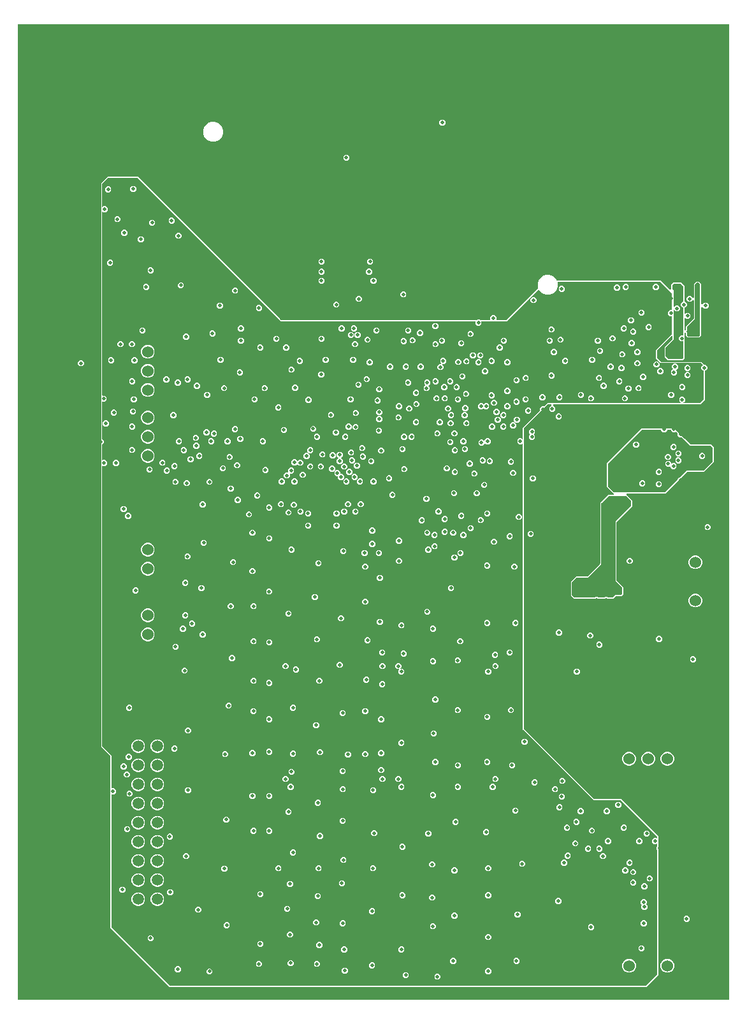
<source format=gbr>
G04 EAGLE Gerber RS-274X export*
G75*
%MOMM*%
%FSLAX34Y34*%
%LPD*%
%INCopper Layer 15*%
%IPPOS*%
%AMOC8*
5,1,8,0,0,1.08239X$1,22.5*%
G01*
%ADD10C,1.524000*%
%ADD11C,1.500000*%
%ADD12C,0.950000*%
%ADD13C,4.200000*%
%ADD14C,0.499800*%

G36*
X471564Y2510D02*
X471564Y2510D01*
X471628Y2509D01*
X471703Y2530D01*
X471779Y2541D01*
X471838Y2567D01*
X471900Y2584D01*
X471966Y2625D01*
X472036Y2657D01*
X472085Y2699D01*
X472140Y2732D01*
X472192Y2790D01*
X472250Y2840D01*
X472286Y2894D01*
X472329Y2942D01*
X472362Y3011D01*
X472405Y3076D01*
X472424Y3138D01*
X472452Y3195D01*
X472463Y3265D01*
X472487Y3346D01*
X472488Y3431D01*
X472499Y3500D01*
X472499Y1296500D01*
X472490Y1296564D01*
X472491Y1296628D01*
X472470Y1296703D01*
X472459Y1296779D01*
X472433Y1296838D01*
X472416Y1296900D01*
X472375Y1296966D01*
X472343Y1297036D01*
X472301Y1297085D01*
X472268Y1297140D01*
X472210Y1297192D01*
X472160Y1297250D01*
X472106Y1297286D01*
X472058Y1297329D01*
X471989Y1297362D01*
X471924Y1297405D01*
X471862Y1297424D01*
X471805Y1297452D01*
X471735Y1297463D01*
X471654Y1297487D01*
X471569Y1297488D01*
X471500Y1297499D01*
X-471500Y1297499D01*
X-471564Y1297490D01*
X-471628Y1297491D01*
X-471703Y1297470D01*
X-471779Y1297459D01*
X-471838Y1297433D01*
X-471900Y1297416D01*
X-471966Y1297375D01*
X-472036Y1297343D01*
X-472085Y1297301D01*
X-472140Y1297268D01*
X-472192Y1297210D01*
X-472250Y1297160D01*
X-472286Y1297106D01*
X-472329Y1297058D01*
X-472362Y1296989D01*
X-472405Y1296924D01*
X-472424Y1296862D01*
X-472452Y1296805D01*
X-472463Y1296735D01*
X-472487Y1296654D01*
X-472488Y1296569D01*
X-472499Y1296500D01*
X-472499Y3500D01*
X-472490Y3436D01*
X-472491Y3372D01*
X-472470Y3297D01*
X-472459Y3221D01*
X-472433Y3162D01*
X-472416Y3100D01*
X-472375Y3034D01*
X-472343Y2964D01*
X-472301Y2915D01*
X-472268Y2860D01*
X-472210Y2808D01*
X-472160Y2750D01*
X-472106Y2714D01*
X-472058Y2671D01*
X-471989Y2638D01*
X-471924Y2595D01*
X-471862Y2576D01*
X-471805Y2548D01*
X-471735Y2537D01*
X-471654Y2513D01*
X-471569Y2512D01*
X-471500Y2501D01*
X471500Y2501D01*
X471564Y2510D01*
G37*
%LPC*%
G36*
X-270779Y19118D02*
X-270779Y19118D01*
X-349882Y98221D01*
X-349882Y325807D01*
X-349895Y325902D01*
X-349900Y325998D01*
X-349915Y326041D01*
X-349922Y326086D01*
X-349961Y326173D01*
X-349993Y326264D01*
X-350018Y326299D01*
X-350038Y326343D01*
X-350121Y326440D01*
X-350174Y326513D01*
X-361882Y338221D01*
X-361882Y1086779D01*
X-353279Y1095382D01*
X-312721Y1095382D01*
X-122513Y905174D01*
X-122436Y905117D01*
X-122365Y905052D01*
X-122324Y905032D01*
X-122288Y905005D01*
X-122198Y904971D01*
X-122111Y904929D01*
X-122069Y904923D01*
X-122024Y904906D01*
X-121896Y904896D01*
X-121807Y904882D01*
X136811Y904882D01*
X136906Y904895D01*
X137002Y904900D01*
X137046Y904915D01*
X137091Y904922D01*
X137178Y904961D01*
X137269Y904993D01*
X137303Y905018D01*
X137347Y905038D01*
X137445Y905121D01*
X137518Y905174D01*
X137843Y905500D01*
X141157Y905500D01*
X141482Y905174D01*
X141559Y905117D01*
X141630Y905052D01*
X141671Y905032D01*
X141708Y905005D01*
X141798Y904971D01*
X141884Y904929D01*
X141926Y904923D01*
X141972Y904906D01*
X142099Y904896D01*
X142189Y904882D01*
X154001Y904882D01*
X154065Y904891D01*
X154129Y904890D01*
X154204Y904911D01*
X154280Y904922D01*
X154339Y904948D01*
X154401Y904965D01*
X154467Y905006D01*
X154537Y905038D01*
X154586Y905080D01*
X154641Y905113D01*
X154693Y905171D01*
X154751Y905221D01*
X154787Y905275D01*
X154830Y905323D01*
X154863Y905392D01*
X154906Y905457D01*
X154925Y905519D01*
X154953Y905576D01*
X154964Y905646D01*
X154988Y905727D01*
X154989Y905812D01*
X155000Y905881D01*
X155000Y909157D01*
X157343Y911500D01*
X160657Y911500D01*
X163000Y909157D01*
X163000Y905881D01*
X163009Y905817D01*
X163008Y905753D01*
X163029Y905678D01*
X163040Y905602D01*
X163066Y905543D01*
X163083Y905481D01*
X163124Y905415D01*
X163156Y905345D01*
X163198Y905296D01*
X163231Y905241D01*
X163289Y905189D01*
X163339Y905131D01*
X163393Y905095D01*
X163441Y905052D01*
X163510Y905019D01*
X163575Y904976D01*
X163637Y904957D01*
X163694Y904929D01*
X163764Y904918D01*
X163845Y904894D01*
X163930Y904893D01*
X163999Y904882D01*
X175807Y904882D01*
X175902Y904895D01*
X175998Y904900D01*
X176041Y904915D01*
X176086Y904922D01*
X176173Y904961D01*
X176264Y904993D01*
X176299Y905018D01*
X176343Y905038D01*
X176440Y905121D01*
X176513Y905174D01*
X218373Y947034D01*
X218379Y947042D01*
X218386Y947048D01*
X218464Y947155D01*
X218543Y947260D01*
X218546Y947269D01*
X218551Y947277D01*
X218595Y947400D01*
X218642Y947524D01*
X218643Y947533D01*
X218646Y947542D01*
X218654Y947674D01*
X218664Y947805D01*
X218662Y947814D01*
X218663Y947824D01*
X218644Y947899D01*
X218606Y948081D01*
X218595Y948102D01*
X218590Y948123D01*
X218225Y949005D01*
X218225Y954277D01*
X220242Y959147D01*
X223969Y962874D01*
X228840Y964892D01*
X234111Y964892D01*
X238981Y962874D01*
X242709Y959147D01*
X243184Y957999D01*
X243189Y957990D01*
X243192Y957981D01*
X243261Y957869D01*
X243328Y957756D01*
X243335Y957749D01*
X243340Y957741D01*
X243438Y957653D01*
X243534Y957563D01*
X243542Y957559D01*
X243549Y957552D01*
X243667Y957495D01*
X243785Y957435D01*
X243795Y957433D01*
X243803Y957429D01*
X243879Y957417D01*
X244062Y957383D01*
X244086Y957385D01*
X244108Y957382D01*
X381779Y957382D01*
X393912Y945249D01*
X393938Y945229D01*
X393959Y945205D01*
X394051Y945145D01*
X394138Y945079D01*
X394168Y945068D01*
X394195Y945050D01*
X394300Y945018D01*
X394402Y944980D01*
X394434Y944977D01*
X394465Y944968D01*
X394574Y944967D01*
X394683Y944958D01*
X394715Y944965D01*
X394747Y944964D01*
X394852Y944993D01*
X394959Y945016D01*
X394988Y945031D01*
X395019Y945039D01*
X395112Y945097D01*
X395208Y945148D01*
X395231Y945171D01*
X395259Y945188D01*
X395332Y945269D01*
X395410Y945345D01*
X395426Y945373D01*
X395448Y945397D01*
X395495Y945495D01*
X395549Y945590D01*
X395557Y945622D01*
X395571Y945651D01*
X395585Y945740D01*
X395614Y945865D01*
X395612Y945913D01*
X395618Y945955D01*
X395618Y951779D01*
X398221Y954382D01*
X408779Y954382D01*
X412882Y950279D01*
X412882Y930499D01*
X412891Y930435D01*
X412890Y930371D01*
X412911Y930296D01*
X412922Y930220D01*
X412948Y930161D01*
X412965Y930099D01*
X413006Y930033D01*
X413038Y929963D01*
X413080Y929914D01*
X413113Y929859D01*
X413171Y929807D01*
X413221Y929749D01*
X413275Y929713D01*
X413323Y929670D01*
X413392Y929637D01*
X413457Y929594D01*
X413519Y929575D01*
X413576Y929547D01*
X413646Y929536D01*
X413727Y929512D01*
X413812Y929511D01*
X413881Y929500D01*
X414157Y929500D01*
X416500Y927157D01*
X416500Y923843D01*
X414157Y921500D01*
X413881Y921500D01*
X413817Y921491D01*
X413753Y921492D01*
X413678Y921471D01*
X413602Y921460D01*
X413543Y921434D01*
X413481Y921417D01*
X413415Y921376D01*
X413345Y921344D01*
X413296Y921302D01*
X413241Y921269D01*
X413189Y921211D01*
X413131Y921161D01*
X413095Y921107D01*
X413052Y921059D01*
X413019Y920990D01*
X412976Y920925D01*
X412957Y920863D01*
X412929Y920806D01*
X412918Y920736D01*
X412894Y920655D01*
X412893Y920570D01*
X412882Y920501D01*
X412882Y914451D01*
X412886Y914419D01*
X412884Y914387D01*
X412906Y914280D01*
X412922Y914171D01*
X412935Y914142D01*
X412941Y914110D01*
X412993Y914014D01*
X413038Y913914D01*
X413059Y913890D01*
X413074Y913861D01*
X413150Y913783D01*
X413221Y913700D01*
X413248Y913682D01*
X413271Y913659D01*
X413366Y913606D01*
X413457Y913546D01*
X413488Y913536D01*
X413516Y913520D01*
X413622Y913495D01*
X413727Y913463D01*
X413759Y913463D01*
X413790Y913455D01*
X413900Y913461D01*
X414009Y913460D01*
X414040Y913468D01*
X414072Y913470D01*
X414175Y913506D01*
X414281Y913535D01*
X414308Y913552D01*
X414339Y913562D01*
X414412Y913616D01*
X414521Y913683D01*
X414553Y913719D01*
X414588Y913744D01*
X415343Y914500D01*
X418657Y914500D01*
X421000Y912157D01*
X421000Y908843D01*
X418657Y906500D01*
X415343Y906500D01*
X414588Y907256D01*
X414562Y907275D01*
X414541Y907300D01*
X414449Y907360D01*
X414362Y907425D01*
X414332Y907437D01*
X414305Y907454D01*
X414200Y907486D01*
X414098Y907525D01*
X414066Y907527D01*
X414035Y907537D01*
X413926Y907538D01*
X413817Y907547D01*
X413785Y907540D01*
X413753Y907540D01*
X413648Y907511D01*
X413541Y907489D01*
X413512Y907474D01*
X413481Y907465D01*
X413388Y907408D01*
X413292Y907357D01*
X413269Y907334D01*
X413241Y907317D01*
X413168Y907236D01*
X413090Y907160D01*
X413074Y907132D01*
X413052Y907108D01*
X413005Y907010D01*
X412951Y906914D01*
X412943Y906883D01*
X412929Y906854D01*
X412915Y906765D01*
X412886Y906640D01*
X412888Y906592D01*
X412882Y906549D01*
X412882Y891951D01*
X412886Y891919D01*
X412884Y891886D01*
X412906Y891779D01*
X412922Y891671D01*
X412935Y891642D01*
X412941Y891610D01*
X412993Y891514D01*
X413038Y891414D01*
X413059Y891390D01*
X413074Y891361D01*
X413150Y891283D01*
X413221Y891200D01*
X413248Y891182D01*
X413271Y891159D01*
X413366Y891106D01*
X413457Y891046D01*
X413488Y891036D01*
X413516Y891020D01*
X413623Y890995D01*
X413727Y890963D01*
X413759Y890963D01*
X413791Y890955D01*
X413900Y890961D01*
X414009Y890960D01*
X414040Y890968D01*
X414072Y890970D01*
X414175Y891006D01*
X414281Y891035D01*
X414308Y891052D01*
X414339Y891062D01*
X414412Y891116D01*
X414521Y891183D01*
X414553Y891219D01*
X414588Y891244D01*
X414826Y891482D01*
X414883Y891559D01*
X414948Y891630D01*
X414968Y891671D01*
X414995Y891708D01*
X415029Y891798D01*
X415071Y891884D01*
X415077Y891926D01*
X415094Y891972D01*
X415104Y892099D01*
X415118Y892189D01*
X415118Y896279D01*
X425326Y906487D01*
X425383Y906564D01*
X425448Y906635D01*
X425468Y906676D01*
X425495Y906712D01*
X425529Y906802D01*
X425571Y906889D01*
X425577Y906931D01*
X425594Y906976D01*
X425604Y907104D01*
X425618Y907193D01*
X425618Y930549D01*
X425614Y930581D01*
X425616Y930613D01*
X425594Y930720D01*
X425578Y930829D01*
X425565Y930858D01*
X425559Y930890D01*
X425507Y930986D01*
X425462Y931086D01*
X425441Y931110D01*
X425426Y931139D01*
X425350Y931217D01*
X425279Y931300D01*
X425252Y931318D01*
X425229Y931341D01*
X425134Y931394D01*
X425043Y931454D01*
X425012Y931464D01*
X424984Y931480D01*
X424878Y931505D01*
X424773Y931537D01*
X424741Y931537D01*
X424710Y931545D01*
X424600Y931539D01*
X424491Y931540D01*
X424460Y931532D01*
X424428Y931530D01*
X424325Y931494D01*
X424219Y931465D01*
X424192Y931448D01*
X424161Y931438D01*
X424088Y931384D01*
X423979Y931317D01*
X423947Y931281D01*
X423912Y931256D01*
X421657Y929000D01*
X418343Y929000D01*
X416000Y931343D01*
X416000Y934657D01*
X418343Y937000D01*
X421657Y937000D01*
X423912Y934744D01*
X423938Y934725D01*
X423959Y934700D01*
X424051Y934640D01*
X424138Y934575D01*
X424168Y934563D01*
X424195Y934546D01*
X424300Y934514D01*
X424402Y934475D01*
X424434Y934473D01*
X424465Y934463D01*
X424574Y934462D01*
X424683Y934453D01*
X424715Y934460D01*
X424747Y934460D01*
X424852Y934489D01*
X424959Y934511D01*
X424988Y934526D01*
X425019Y934535D01*
X425112Y934592D01*
X425208Y934643D01*
X425231Y934666D01*
X425259Y934683D01*
X425332Y934764D01*
X425410Y934840D01*
X425426Y934868D01*
X425448Y934892D01*
X425495Y934991D01*
X425549Y935086D01*
X425557Y935117D01*
X425571Y935146D01*
X425585Y935235D01*
X425614Y935360D01*
X425612Y935409D01*
X425618Y935451D01*
X425618Y953279D01*
X428221Y955882D01*
X432779Y955882D01*
X435382Y953279D01*
X435382Y926451D01*
X435386Y926419D01*
X435384Y926387D01*
X435406Y926280D01*
X435422Y926171D01*
X435435Y926142D01*
X435441Y926110D01*
X435493Y926014D01*
X435538Y925914D01*
X435559Y925890D01*
X435574Y925861D01*
X435650Y925783D01*
X435721Y925700D01*
X435748Y925682D01*
X435771Y925659D01*
X435866Y925606D01*
X435957Y925546D01*
X435988Y925536D01*
X436016Y925520D01*
X436122Y925495D01*
X436227Y925463D01*
X436259Y925463D01*
X436290Y925455D01*
X436400Y925461D01*
X436509Y925460D01*
X436540Y925468D01*
X436572Y925470D01*
X436675Y925506D01*
X436781Y925535D01*
X436808Y925552D01*
X436839Y925562D01*
X436912Y925616D01*
X437021Y925683D01*
X437053Y925719D01*
X437088Y925744D01*
X439343Y928000D01*
X442657Y928000D01*
X445000Y925657D01*
X445000Y922343D01*
X442657Y920000D01*
X439343Y920000D01*
X437088Y922256D01*
X437062Y922275D01*
X437041Y922300D01*
X436949Y922360D01*
X436862Y922425D01*
X436832Y922437D01*
X436805Y922454D01*
X436700Y922486D01*
X436598Y922525D01*
X436566Y922527D01*
X436535Y922537D01*
X436426Y922538D01*
X436317Y922547D01*
X436285Y922540D01*
X436253Y922540D01*
X436148Y922511D01*
X436041Y922489D01*
X436012Y922474D01*
X435981Y922465D01*
X435888Y922408D01*
X435792Y922357D01*
X435769Y922334D01*
X435741Y922317D01*
X435668Y922236D01*
X435590Y922160D01*
X435574Y922132D01*
X435552Y922108D01*
X435505Y922009D01*
X435451Y921914D01*
X435443Y921883D01*
X435429Y921854D01*
X435415Y921765D01*
X435386Y921640D01*
X435388Y921591D01*
X435382Y921549D01*
X435382Y884221D01*
X432779Y881618D01*
X417721Y881618D01*
X415118Y884221D01*
X415118Y886811D01*
X415105Y886906D01*
X415100Y887002D01*
X415085Y887046D01*
X415078Y887091D01*
X415039Y887178D01*
X415007Y887269D01*
X414982Y887303D01*
X414962Y887347D01*
X414885Y887437D01*
X414861Y887477D01*
X414845Y887491D01*
X414826Y887518D01*
X414588Y887756D01*
X414562Y887775D01*
X414541Y887800D01*
X414449Y887860D01*
X414362Y887925D01*
X414332Y887937D01*
X414305Y887954D01*
X414201Y887986D01*
X414098Y888025D01*
X414066Y888027D01*
X414035Y888037D01*
X413926Y888038D01*
X413817Y888047D01*
X413785Y888040D01*
X413753Y888040D01*
X413648Y888011D01*
X413541Y887989D01*
X413512Y887974D01*
X413481Y887965D01*
X413388Y887908D01*
X413292Y887857D01*
X413269Y887834D01*
X413241Y887817D01*
X413168Y887736D01*
X413090Y887660D01*
X413074Y887632D01*
X413052Y887608D01*
X413005Y887510D01*
X412951Y887414D01*
X412943Y887383D01*
X412929Y887354D01*
X412915Y887265D01*
X412886Y887140D01*
X412888Y887092D01*
X412882Y887049D01*
X412882Y854221D01*
X410279Y851618D01*
X390721Y851618D01*
X386618Y855721D01*
X386618Y869279D01*
X396826Y879487D01*
X396883Y879564D01*
X396948Y879635D01*
X396968Y879676D01*
X396995Y879712D01*
X397029Y879802D01*
X397071Y879889D01*
X397077Y879931D01*
X397094Y879976D01*
X397104Y880104D01*
X397118Y880193D01*
X397118Y882545D01*
X397114Y882577D01*
X397116Y882609D01*
X397094Y882716D01*
X397078Y882824D01*
X397065Y882853D01*
X397059Y882885D01*
X397007Y882981D01*
X396962Y883081D01*
X396941Y883105D01*
X396926Y883134D01*
X396850Y883212D01*
X396779Y883295D01*
X396752Y883313D01*
X396729Y883336D01*
X396634Y883390D01*
X396543Y883450D01*
X396512Y883459D01*
X396484Y883475D01*
X396377Y883500D01*
X396273Y883532D01*
X396241Y883532D01*
X396210Y883540D01*
X396100Y883534D01*
X395991Y883536D01*
X395960Y883527D01*
X395928Y883526D01*
X395825Y883490D01*
X395719Y883461D01*
X395692Y883444D01*
X395661Y883433D01*
X395588Y883380D01*
X395479Y883312D01*
X395447Y883276D01*
X395412Y883251D01*
X377174Y865013D01*
X377117Y864936D01*
X377052Y864865D01*
X377032Y864824D01*
X377005Y864788D01*
X376971Y864698D01*
X376929Y864611D01*
X376923Y864569D01*
X376906Y864524D01*
X376896Y864396D01*
X376882Y864307D01*
X376882Y854693D01*
X376895Y854598D01*
X376900Y854502D01*
X376915Y854459D01*
X376922Y854414D01*
X376961Y854327D01*
X376993Y854236D01*
X377018Y854201D01*
X377038Y854157D01*
X377121Y854060D01*
X377174Y853987D01*
X381487Y849674D01*
X381564Y849617D01*
X381635Y849552D01*
X381676Y849532D01*
X381712Y849505D01*
X381802Y849471D01*
X381889Y849429D01*
X381931Y849423D01*
X381976Y849406D01*
X382104Y849396D01*
X382193Y849382D01*
X435779Y849382D01*
X439169Y845992D01*
X439246Y845935D01*
X439317Y845870D01*
X439358Y845850D01*
X439394Y845823D01*
X439484Y845789D01*
X439571Y845747D01*
X439613Y845741D01*
X439658Y845724D01*
X439786Y845714D01*
X439875Y845700D01*
X441157Y845700D01*
X443500Y843357D01*
X443500Y840043D01*
X441157Y837700D01*
X440881Y837700D01*
X440817Y837691D01*
X440753Y837692D01*
X440678Y837671D01*
X440602Y837660D01*
X440543Y837634D01*
X440481Y837617D01*
X440415Y837576D01*
X440345Y837544D01*
X440296Y837502D01*
X440241Y837469D01*
X440189Y837411D01*
X440131Y837361D01*
X440095Y837307D01*
X440052Y837259D01*
X440019Y837190D01*
X439976Y837125D01*
X439957Y837063D01*
X439929Y837006D01*
X439918Y836936D01*
X439894Y836855D01*
X439893Y836770D01*
X439882Y836701D01*
X439882Y798721D01*
X434279Y793118D01*
X239451Y793118D01*
X239419Y793114D01*
X239387Y793116D01*
X239280Y793094D01*
X239171Y793078D01*
X239142Y793065D01*
X239110Y793059D01*
X239014Y793007D01*
X238914Y792962D01*
X238890Y792941D01*
X238861Y792926D01*
X238783Y792850D01*
X238700Y792779D01*
X238682Y792752D01*
X238659Y792729D01*
X238606Y792634D01*
X238546Y792543D01*
X238536Y792512D01*
X238520Y792484D01*
X238495Y792378D01*
X238463Y792273D01*
X238463Y792241D01*
X238455Y792210D01*
X238461Y792100D01*
X238460Y791991D01*
X238468Y791960D01*
X238470Y791928D01*
X238506Y791825D01*
X238535Y791719D01*
X238552Y791692D01*
X238562Y791661D01*
X238616Y791588D01*
X238683Y791479D01*
X238719Y791447D01*
X238744Y791412D01*
X241359Y788798D01*
X241359Y785484D01*
X239016Y783141D01*
X235702Y783141D01*
X233359Y785484D01*
X233359Y788798D01*
X235974Y791412D01*
X235993Y791438D01*
X236017Y791459D01*
X236077Y791551D01*
X236143Y791638D01*
X236154Y791668D01*
X236172Y791695D01*
X236204Y791800D01*
X236242Y791902D01*
X236245Y791934D01*
X236254Y791965D01*
X236256Y792074D01*
X236264Y792183D01*
X236258Y792215D01*
X236258Y792247D01*
X236229Y792352D01*
X236207Y792459D01*
X236191Y792488D01*
X236183Y792519D01*
X236125Y792612D01*
X236074Y792708D01*
X236052Y792731D01*
X236035Y792759D01*
X235954Y792832D01*
X235877Y792910D01*
X235849Y792926D01*
X235825Y792948D01*
X235727Y792995D01*
X235632Y793049D01*
X235601Y793057D01*
X235572Y793071D01*
X235482Y793085D01*
X235357Y793114D01*
X235309Y793112D01*
X235267Y793118D01*
X232193Y793118D01*
X232098Y793105D01*
X232002Y793100D01*
X231959Y793085D01*
X231914Y793078D01*
X231827Y793039D01*
X231736Y793007D01*
X231701Y792982D01*
X231657Y792962D01*
X231560Y792879D01*
X231487Y792826D01*
X200174Y761513D01*
X200117Y761436D01*
X200052Y761365D01*
X200032Y761324D01*
X200005Y761288D01*
X199971Y761198D01*
X199929Y761111D01*
X199923Y761069D01*
X199906Y761024D01*
X199896Y760896D01*
X199882Y760807D01*
X199882Y362693D01*
X199895Y362598D01*
X199900Y362502D01*
X199915Y362459D01*
X199922Y362414D01*
X199961Y362327D01*
X199993Y362236D01*
X200018Y362201D01*
X200038Y362157D01*
X200121Y362060D01*
X200174Y361987D01*
X292987Y269174D01*
X293064Y269117D01*
X293135Y269052D01*
X293176Y269032D01*
X293212Y269005D01*
X293302Y268971D01*
X293389Y268929D01*
X293431Y268923D01*
X293476Y268906D01*
X293604Y268896D01*
X293693Y268882D01*
X329279Y268882D01*
X378382Y219779D01*
X378382Y35221D01*
X376987Y33826D01*
X363674Y20513D01*
X362279Y19118D01*
X-270779Y19118D01*
G37*
%LPD*%
G36*
X361574Y20637D02*
X361574Y20637D01*
X361649Y20650D01*
X361659Y20657D01*
X361669Y20659D01*
X361698Y20683D01*
X361769Y20731D01*
X376769Y35731D01*
X376809Y35796D01*
X376853Y35858D01*
X376855Y35870D01*
X376860Y35878D01*
X376864Y35915D01*
X376880Y36000D01*
X376880Y201306D01*
X376863Y201380D01*
X376850Y201455D01*
X376843Y201465D01*
X376841Y201474D01*
X376817Y201503D01*
X376769Y201575D01*
X376000Y202343D01*
X376000Y205657D01*
X376769Y206425D01*
X376809Y206490D01*
X376853Y206552D01*
X376855Y206564D01*
X376860Y206573D01*
X376864Y206610D01*
X376880Y206694D01*
X376880Y209306D01*
X376874Y209331D01*
X376877Y209357D01*
X376855Y209414D01*
X376841Y209474D01*
X376824Y209494D01*
X376815Y209518D01*
X376770Y209560D01*
X376731Y209608D01*
X376707Y209619D01*
X376688Y209636D01*
X376629Y209654D01*
X376572Y209679D01*
X376547Y209678D01*
X376522Y209685D01*
X376461Y209675D01*
X376399Y209672D01*
X376377Y209660D01*
X376351Y209656D01*
X376280Y209607D01*
X376247Y209590D01*
X376241Y209582D01*
X376231Y209575D01*
X375657Y209000D01*
X372343Y209000D01*
X370000Y211343D01*
X370000Y214657D01*
X372343Y217000D01*
X375657Y217000D01*
X376231Y216425D01*
X376253Y216412D01*
X376269Y216392D01*
X376326Y216367D01*
X376378Y216334D01*
X376404Y216332D01*
X376428Y216321D01*
X376489Y216323D01*
X376551Y216317D01*
X376575Y216327D01*
X376601Y216328D01*
X376655Y216357D01*
X376713Y216379D01*
X376730Y216398D01*
X376753Y216410D01*
X376788Y216461D01*
X376830Y216506D01*
X376838Y216531D01*
X376853Y216552D01*
X376869Y216637D01*
X376880Y216672D01*
X376878Y216682D01*
X376880Y216694D01*
X376880Y219000D01*
X376863Y219074D01*
X376850Y219149D01*
X376843Y219159D01*
X376841Y219169D01*
X376817Y219198D01*
X376769Y219269D01*
X328769Y267269D01*
X328704Y267309D01*
X328642Y267353D01*
X328630Y267355D01*
X328622Y267360D01*
X328585Y267364D01*
X328500Y267380D01*
X292658Y267380D01*
X198380Y361658D01*
X198380Y740806D01*
X198374Y740831D01*
X198377Y740857D01*
X198355Y740914D01*
X198341Y740974D01*
X198324Y740994D01*
X198315Y741018D01*
X198270Y741060D01*
X198231Y741108D01*
X198207Y741119D01*
X198188Y741136D01*
X198129Y741154D01*
X198072Y741179D01*
X198047Y741178D01*
X198022Y741185D01*
X197961Y741175D01*
X197899Y741172D01*
X197877Y741160D01*
X197851Y741156D01*
X197780Y741107D01*
X197747Y741090D01*
X197741Y741082D01*
X197731Y741075D01*
X196657Y740000D01*
X193343Y740000D01*
X191000Y742343D01*
X191000Y745657D01*
X193343Y748000D01*
X196657Y748000D01*
X197731Y746925D01*
X197753Y746912D01*
X197769Y746892D01*
X197826Y746867D01*
X197878Y746834D01*
X197904Y746832D01*
X197928Y746821D01*
X197989Y746823D01*
X198051Y746817D01*
X198075Y746827D01*
X198101Y746828D01*
X198155Y746857D01*
X198213Y746879D01*
X198230Y746898D01*
X198253Y746910D01*
X198288Y746961D01*
X198330Y747006D01*
X198338Y747031D01*
X198353Y747052D01*
X198369Y747137D01*
X198380Y747172D01*
X198378Y747182D01*
X198380Y747194D01*
X198380Y761843D01*
X220922Y784384D01*
X220949Y784427D01*
X220983Y784465D01*
X220994Y784500D01*
X221013Y784531D01*
X221018Y784582D01*
X221033Y784631D01*
X221026Y784667D01*
X221030Y784704D01*
X221012Y784751D01*
X221003Y784802D01*
X221000Y784806D01*
X221000Y788157D01*
X223343Y790500D01*
X226705Y790500D01*
X226725Y790487D01*
X226776Y790482D01*
X226825Y790467D01*
X226861Y790474D01*
X226898Y790470D01*
X226946Y790488D01*
X226996Y790497D01*
X227031Y790521D01*
X227060Y790532D01*
X227081Y790554D01*
X227116Y790578D01*
X231158Y794620D01*
X407806Y794620D01*
X407831Y794626D01*
X407857Y794623D01*
X407914Y794645D01*
X407974Y794659D01*
X407994Y794676D01*
X408018Y794685D01*
X408060Y794730D01*
X408108Y794769D01*
X408119Y794793D01*
X408136Y794812D01*
X408154Y794871D01*
X408179Y794928D01*
X408178Y794953D01*
X408185Y794978D01*
X408175Y795039D01*
X408172Y795101D01*
X408160Y795123D01*
X408156Y795149D01*
X408107Y795220D01*
X408090Y795253D01*
X408082Y795259D01*
X408075Y795269D01*
X406000Y797343D01*
X406000Y800657D01*
X408343Y803000D01*
X411657Y803000D01*
X414000Y800657D01*
X414000Y797343D01*
X411925Y795269D01*
X411912Y795247D01*
X411892Y795231D01*
X411867Y795174D01*
X411834Y795122D01*
X411832Y795096D01*
X411821Y795072D01*
X411823Y795011D01*
X411817Y794949D01*
X411827Y794925D01*
X411828Y794899D01*
X411857Y794845D01*
X411879Y794787D01*
X411898Y794770D01*
X411910Y794747D01*
X411961Y794712D01*
X412006Y794670D01*
X412031Y794662D01*
X412052Y794647D01*
X412137Y794631D01*
X412172Y794620D01*
X412182Y794622D01*
X412194Y794620D01*
X433500Y794620D01*
X433574Y794637D01*
X433649Y794650D01*
X433659Y794657D01*
X433669Y794659D01*
X433698Y794683D01*
X433769Y794731D01*
X438269Y799231D01*
X438309Y799296D01*
X438353Y799358D01*
X438355Y799370D01*
X438360Y799378D01*
X438364Y799415D01*
X438380Y799500D01*
X438380Y837320D01*
X438369Y837370D01*
X438367Y837421D01*
X438349Y837453D01*
X438341Y837489D01*
X438308Y837528D01*
X438284Y837573D01*
X438254Y837594D01*
X438231Y837622D01*
X438184Y837643D01*
X438142Y837673D01*
X438100Y837681D01*
X438072Y837693D01*
X438042Y837692D01*
X438000Y837700D01*
X437843Y837700D01*
X435500Y840043D01*
X435500Y843357D01*
X437322Y845178D01*
X437349Y845222D01*
X437383Y845259D01*
X437394Y845294D01*
X437413Y845325D01*
X437418Y845376D01*
X437433Y845425D01*
X437426Y845461D01*
X437430Y845498D01*
X437412Y845546D01*
X437403Y845596D01*
X437379Y845631D01*
X437368Y845660D01*
X437346Y845681D01*
X437322Y845716D01*
X435269Y847769D01*
X435204Y847809D01*
X435142Y847853D01*
X435130Y847855D01*
X435122Y847860D01*
X435085Y847864D01*
X435000Y847880D01*
X381158Y847880D01*
X375380Y853658D01*
X375380Y865343D01*
X396269Y886231D01*
X396309Y886296D01*
X396353Y886358D01*
X396355Y886370D01*
X396360Y886378D01*
X396364Y886415D01*
X396380Y886500D01*
X396380Y909620D01*
X396369Y909670D01*
X396367Y909721D01*
X396349Y909753D01*
X396341Y909789D01*
X396308Y909828D01*
X396284Y909873D01*
X396254Y909894D01*
X396231Y909922D01*
X396184Y909943D01*
X396142Y909973D01*
X396100Y909981D01*
X396072Y909993D01*
X396042Y909992D01*
X396000Y910000D01*
X393343Y910000D01*
X391000Y912343D01*
X391000Y915657D01*
X393343Y918000D01*
X396000Y918000D01*
X396050Y918011D01*
X396101Y918013D01*
X396133Y918031D01*
X396169Y918039D01*
X396208Y918072D01*
X396253Y918096D01*
X396274Y918126D01*
X396302Y918149D01*
X396323Y918196D01*
X396353Y918238D01*
X396361Y918280D01*
X396373Y918308D01*
X396373Y918317D01*
X396373Y918318D01*
X396372Y918340D01*
X396380Y918380D01*
X396380Y940500D01*
X396363Y940574D01*
X396350Y940649D01*
X396343Y940659D01*
X396341Y940669D01*
X396317Y940698D01*
X396269Y940769D01*
X381269Y955769D01*
X381204Y955809D01*
X381142Y955853D01*
X381130Y955855D01*
X381122Y955860D01*
X381085Y955864D01*
X381000Y955880D01*
X244631Y955880D01*
X244594Y955871D01*
X244555Y955873D01*
X244510Y955852D01*
X244462Y955841D01*
X244433Y955816D01*
X244398Y955800D01*
X244367Y955762D01*
X244329Y955731D01*
X244313Y955695D01*
X244289Y955666D01*
X244278Y955618D01*
X244258Y955572D01*
X244259Y955534D01*
X244251Y955496D01*
X244263Y955437D01*
X244264Y955399D01*
X244274Y955381D01*
X244280Y955354D01*
X244726Y954276D01*
X244726Y949005D01*
X242709Y944135D01*
X238981Y940407D01*
X234111Y938390D01*
X228840Y938390D01*
X223970Y940407D01*
X220242Y944135D01*
X219685Y945479D01*
X219663Y945511D01*
X219649Y945547D01*
X219613Y945580D01*
X219584Y945620D01*
X219550Y945638D01*
X219522Y945664D01*
X219475Y945678D01*
X219431Y945701D01*
X219393Y945703D01*
X219356Y945713D01*
X219307Y945705D01*
X219258Y945706D01*
X219223Y945690D01*
X219185Y945684D01*
X219135Y945650D01*
X219100Y945634D01*
X219087Y945618D01*
X219065Y945603D01*
X176843Y903380D01*
X143880Y903380D01*
X143830Y903369D01*
X143779Y903367D01*
X143747Y903349D01*
X143711Y903341D01*
X143672Y903308D01*
X143627Y903284D01*
X143606Y903254D01*
X143578Y903231D01*
X143557Y903184D01*
X143527Y903142D01*
X143519Y903100D01*
X143507Y903072D01*
X143508Y903042D01*
X143500Y903000D01*
X143500Y899843D01*
X141157Y897500D01*
X137843Y897500D01*
X135500Y899843D01*
X135500Y903000D01*
X135489Y903050D01*
X135487Y903101D01*
X135469Y903133D01*
X135461Y903169D01*
X135428Y903208D01*
X135404Y903253D01*
X135374Y903274D01*
X135351Y903302D01*
X135304Y903323D01*
X135262Y903353D01*
X135220Y903361D01*
X135192Y903373D01*
X135162Y903372D01*
X135120Y903380D01*
X-122843Y903380D01*
X-313231Y1093769D01*
X-313296Y1093809D01*
X-313358Y1093853D01*
X-313370Y1093855D01*
X-313378Y1093860D01*
X-313415Y1093864D01*
X-313500Y1093880D01*
X-352500Y1093880D01*
X-352574Y1093863D01*
X-352649Y1093850D01*
X-352659Y1093843D01*
X-352669Y1093841D01*
X-352698Y1093817D01*
X-352769Y1093769D01*
X-360269Y1086269D01*
X-360309Y1086204D01*
X-360353Y1086142D01*
X-360355Y1086130D01*
X-360360Y1086122D01*
X-360364Y1086085D01*
X-360380Y1086000D01*
X-360380Y1055194D01*
X-360374Y1055169D01*
X-360377Y1055143D01*
X-360355Y1055086D01*
X-360341Y1055026D01*
X-360324Y1055006D01*
X-360315Y1054982D01*
X-360270Y1054940D01*
X-360231Y1054892D01*
X-360207Y1054881D01*
X-360188Y1054864D01*
X-360129Y1054846D01*
X-360072Y1054821D01*
X-360047Y1054822D01*
X-360022Y1054815D01*
X-359961Y1054825D01*
X-359899Y1054828D01*
X-359877Y1054840D01*
X-359851Y1054844D01*
X-359780Y1054893D01*
X-359747Y1054910D01*
X-359741Y1054918D01*
X-359731Y1054925D01*
X-358657Y1056000D01*
X-355343Y1056000D01*
X-353000Y1053657D01*
X-353000Y1050343D01*
X-355343Y1048000D01*
X-358657Y1048000D01*
X-359731Y1049075D01*
X-359753Y1049088D01*
X-359769Y1049108D01*
X-359826Y1049133D01*
X-359878Y1049166D01*
X-359904Y1049168D01*
X-359928Y1049179D01*
X-359989Y1049177D01*
X-360051Y1049183D01*
X-360075Y1049173D01*
X-360101Y1049172D01*
X-360155Y1049143D01*
X-360213Y1049121D01*
X-360230Y1049102D01*
X-360253Y1049090D01*
X-360288Y1049039D01*
X-360330Y1048994D01*
X-360338Y1048969D01*
X-360353Y1048948D01*
X-360369Y1048863D01*
X-360380Y1048828D01*
X-360378Y1048818D01*
X-360380Y1048806D01*
X-360380Y804880D01*
X-360369Y804830D01*
X-360367Y804779D01*
X-360349Y804747D01*
X-360341Y804711D01*
X-360308Y804672D01*
X-360284Y804627D01*
X-360254Y804606D01*
X-360231Y804578D01*
X-360184Y804557D01*
X-360142Y804527D01*
X-360100Y804519D01*
X-360072Y804507D01*
X-360042Y804508D01*
X-360000Y804500D01*
X-356843Y804500D01*
X-354500Y802157D01*
X-354500Y798843D01*
X-356843Y796500D01*
X-360000Y796500D01*
X-360050Y796489D01*
X-360101Y796487D01*
X-360133Y796469D01*
X-360169Y796461D01*
X-360208Y796428D01*
X-360253Y796404D01*
X-360274Y796374D01*
X-360302Y796351D01*
X-360323Y796304D01*
X-360353Y796262D01*
X-360361Y796220D01*
X-360373Y796192D01*
X-360372Y796162D01*
X-360380Y796120D01*
X-360380Y747194D01*
X-360363Y747120D01*
X-360350Y747045D01*
X-360343Y747035D01*
X-360341Y747026D01*
X-360317Y746997D01*
X-360269Y746925D01*
X-358500Y745157D01*
X-358500Y741843D01*
X-360269Y740075D01*
X-360309Y740010D01*
X-360353Y739948D01*
X-360355Y739936D01*
X-360360Y739927D01*
X-360364Y739890D01*
X-360380Y739806D01*
X-360380Y719194D01*
X-360374Y719169D01*
X-360377Y719143D01*
X-360355Y719086D01*
X-360341Y719026D01*
X-360324Y719006D01*
X-360315Y718982D01*
X-360270Y718940D01*
X-360231Y718892D01*
X-360207Y718881D01*
X-360188Y718864D01*
X-360129Y718846D01*
X-360072Y718821D01*
X-360047Y718822D01*
X-360022Y718815D01*
X-359961Y718825D01*
X-359899Y718828D01*
X-359877Y718840D01*
X-359851Y718844D01*
X-359780Y718893D01*
X-359747Y718910D01*
X-359741Y718918D01*
X-359731Y718925D01*
X-359657Y719000D01*
X-356343Y719000D01*
X-354000Y716657D01*
X-354000Y713343D01*
X-356343Y711000D01*
X-359657Y711000D01*
X-359731Y711075D01*
X-359753Y711088D01*
X-359769Y711108D01*
X-359826Y711133D01*
X-359878Y711166D01*
X-359904Y711168D01*
X-359928Y711179D01*
X-359989Y711177D01*
X-360051Y711183D01*
X-360075Y711173D01*
X-360101Y711172D01*
X-360155Y711143D01*
X-360213Y711121D01*
X-360230Y711102D01*
X-360253Y711090D01*
X-360288Y711039D01*
X-360330Y710994D01*
X-360338Y710969D01*
X-360353Y710948D01*
X-360369Y710863D01*
X-360380Y710828D01*
X-360378Y710818D01*
X-360380Y710806D01*
X-360380Y339000D01*
X-360363Y338926D01*
X-360350Y338851D01*
X-360343Y338841D01*
X-360341Y338831D01*
X-360317Y338802D01*
X-360269Y338731D01*
X-348380Y326843D01*
X-348380Y283194D01*
X-348374Y283169D01*
X-348377Y283143D01*
X-348355Y283086D01*
X-348341Y283026D01*
X-348324Y283006D01*
X-348315Y282982D01*
X-348270Y282940D01*
X-348231Y282892D01*
X-348207Y282881D01*
X-348188Y282864D01*
X-348129Y282846D01*
X-348072Y282821D01*
X-348047Y282822D01*
X-348022Y282815D01*
X-347961Y282825D01*
X-347899Y282828D01*
X-347877Y282840D01*
X-347851Y282844D01*
X-347780Y282893D01*
X-347747Y282910D01*
X-347741Y282918D01*
X-347731Y282925D01*
X-347657Y283000D01*
X-344343Y283000D01*
X-342000Y280657D01*
X-342000Y277343D01*
X-344343Y275000D01*
X-347657Y275000D01*
X-347731Y275075D01*
X-347753Y275088D01*
X-347769Y275108D01*
X-347826Y275133D01*
X-347878Y275166D01*
X-347904Y275168D01*
X-347928Y275179D01*
X-347989Y275177D01*
X-348051Y275183D01*
X-348075Y275173D01*
X-348101Y275172D01*
X-348155Y275143D01*
X-348213Y275121D01*
X-348230Y275102D01*
X-348253Y275090D01*
X-348288Y275039D01*
X-348330Y274994D01*
X-348338Y274969D01*
X-348353Y274948D01*
X-348369Y274863D01*
X-348380Y274828D01*
X-348378Y274818D01*
X-348380Y274806D01*
X-348380Y99000D01*
X-348363Y98926D01*
X-348350Y98851D01*
X-348343Y98841D01*
X-348341Y98831D01*
X-348317Y98802D01*
X-348269Y98731D01*
X-270269Y20731D01*
X-270204Y20691D01*
X-270142Y20647D01*
X-270130Y20645D01*
X-270122Y20640D01*
X-270085Y20636D01*
X-270000Y20620D01*
X361500Y20620D01*
X361574Y20637D01*
G37*
%LPC*%
G36*
X266221Y535118D02*
X266221Y535118D01*
X262118Y539221D01*
X262118Y557279D01*
X269221Y564382D01*
X283807Y564382D01*
X283902Y564395D01*
X283998Y564400D01*
X284041Y564415D01*
X284086Y564422D01*
X284173Y564461D01*
X284264Y564493D01*
X284299Y564518D01*
X284343Y564538D01*
X284440Y564621D01*
X284513Y564674D01*
X300826Y580987D01*
X300883Y581064D01*
X300948Y581135D01*
X300968Y581176D01*
X300995Y581212D01*
X301029Y581302D01*
X301071Y581389D01*
X301077Y581431D01*
X301094Y581476D01*
X301104Y581604D01*
X301118Y581693D01*
X301118Y662279D01*
X302513Y663674D01*
X310326Y671487D01*
X311721Y672882D01*
X318045Y672882D01*
X318077Y672886D01*
X318109Y672884D01*
X318216Y672906D01*
X318324Y672922D01*
X318353Y672935D01*
X318385Y672941D01*
X318481Y672993D01*
X318581Y673038D01*
X318605Y673059D01*
X318634Y673074D01*
X318712Y673150D01*
X318795Y673221D01*
X318813Y673248D01*
X318836Y673271D01*
X318890Y673366D01*
X318950Y673457D01*
X318959Y673488D01*
X318975Y673516D01*
X319000Y673622D01*
X319032Y673727D01*
X319032Y673759D01*
X319040Y673790D01*
X319034Y673900D01*
X319036Y674009D01*
X319027Y674040D01*
X319025Y674072D01*
X318990Y674175D01*
X318961Y674281D01*
X318944Y674308D01*
X318933Y674339D01*
X318880Y674412D01*
X318812Y674521D01*
X318776Y674553D01*
X318751Y674588D01*
X317326Y676013D01*
X317325Y676013D01*
X310118Y683221D01*
X310118Y714779D01*
X356221Y760882D01*
X399779Y760882D01*
X401174Y759487D01*
X412987Y747674D01*
X420487Y740174D01*
X420564Y740117D01*
X420635Y740052D01*
X420676Y740032D01*
X420712Y740005D01*
X420802Y739971D01*
X420889Y739929D01*
X420931Y739923D01*
X420976Y739906D01*
X421104Y739896D01*
X421193Y739882D01*
X447779Y739882D01*
X449174Y738487D01*
X451882Y735779D01*
X451882Y716221D01*
X438779Y703118D01*
X416693Y703118D01*
X416598Y703105D01*
X416502Y703100D01*
X416459Y703085D01*
X416414Y703078D01*
X416327Y703039D01*
X416236Y703007D01*
X416201Y702982D01*
X416157Y702962D01*
X416060Y702879D01*
X415987Y702826D01*
X387779Y674618D01*
X336955Y674618D01*
X336923Y674614D01*
X336891Y674616D01*
X336784Y674594D01*
X336676Y674578D01*
X336647Y674565D01*
X336615Y674559D01*
X336519Y674507D01*
X336419Y674462D01*
X336395Y674441D01*
X336366Y674426D01*
X336288Y674350D01*
X336205Y674279D01*
X336187Y674252D01*
X336164Y674229D01*
X336110Y674134D01*
X336050Y674043D01*
X336041Y674012D01*
X336025Y673984D01*
X336000Y673878D01*
X335968Y673773D01*
X335968Y673741D01*
X335960Y673710D01*
X335966Y673600D01*
X335964Y673491D01*
X335973Y673460D01*
X335975Y673428D01*
X336010Y673325D01*
X336039Y673219D01*
X336056Y673192D01*
X336067Y673161D01*
X336120Y673088D01*
X336188Y672979D01*
X336224Y672947D01*
X336249Y672912D01*
X337674Y671487D01*
X343882Y665279D01*
X343882Y657721D01*
X323174Y637013D01*
X323117Y636936D01*
X323052Y636865D01*
X323032Y636824D01*
X323005Y636788D01*
X322971Y636698D01*
X322929Y636611D01*
X322923Y636569D01*
X322906Y636524D01*
X322896Y636396D01*
X322882Y636307D01*
X322882Y559193D01*
X322895Y559098D01*
X322900Y559002D01*
X322915Y558959D01*
X322922Y558914D01*
X322961Y558827D01*
X322993Y558736D01*
X323018Y558701D01*
X323038Y558657D01*
X323121Y558560D01*
X323174Y558487D01*
X331882Y549779D01*
X331882Y540721D01*
X329279Y538118D01*
X322193Y538118D01*
X322098Y538105D01*
X322002Y538100D01*
X321959Y538085D01*
X321914Y538078D01*
X321827Y538039D01*
X321736Y538007D01*
X321701Y537982D01*
X321657Y537962D01*
X321560Y537879D01*
X321487Y537826D01*
X318779Y535118D01*
X266221Y535118D01*
G37*
%LPD*%
G36*
X387074Y676137D02*
X387074Y676137D01*
X387149Y676150D01*
X387159Y676157D01*
X387169Y676159D01*
X387198Y676183D01*
X387269Y676231D01*
X403889Y692851D01*
X403929Y692916D01*
X403973Y692978D01*
X403975Y692990D01*
X403980Y692998D01*
X403984Y693035D01*
X404000Y693120D01*
X404000Y693657D01*
X406343Y696000D01*
X406880Y696000D01*
X406954Y696017D01*
X407029Y696030D01*
X407039Y696037D01*
X407049Y696039D01*
X407078Y696063D01*
X407149Y696111D01*
X415658Y704620D01*
X438000Y704620D01*
X438074Y704637D01*
X438149Y704650D01*
X438159Y704657D01*
X438169Y704659D01*
X438198Y704683D01*
X438269Y704731D01*
X450269Y716731D01*
X450309Y716796D01*
X450353Y716858D01*
X450355Y716870D01*
X450360Y716878D01*
X450364Y716915D01*
X450380Y717000D01*
X450380Y735000D01*
X450363Y735074D01*
X450350Y735149D01*
X450343Y735159D01*
X450341Y735169D01*
X450317Y735198D01*
X450269Y735269D01*
X447269Y738269D01*
X447204Y738309D01*
X447142Y738353D01*
X447130Y738355D01*
X447122Y738360D01*
X447085Y738364D01*
X447000Y738380D01*
X420158Y738380D01*
X409649Y748889D01*
X409584Y748929D01*
X409522Y748973D01*
X409510Y748975D01*
X409502Y748980D01*
X409465Y748984D01*
X409380Y749000D01*
X406343Y749000D01*
X404000Y751343D01*
X404000Y754380D01*
X403983Y754454D01*
X403970Y754529D01*
X403963Y754539D01*
X403961Y754549D01*
X403937Y754578D01*
X403889Y754649D01*
X401866Y756672D01*
X401823Y756699D01*
X401785Y756733D01*
X401750Y756744D01*
X401719Y756763D01*
X401668Y756768D01*
X401619Y756783D01*
X401583Y756776D01*
X401546Y756780D01*
X401499Y756762D01*
X401448Y756753D01*
X401413Y756729D01*
X401384Y756718D01*
X401364Y756696D01*
X401328Y756672D01*
X400657Y756000D01*
X397343Y756000D01*
X395000Y758343D01*
X395000Y759000D01*
X394989Y759050D01*
X394987Y759101D01*
X394969Y759133D01*
X394961Y759169D01*
X394928Y759208D01*
X394904Y759253D01*
X394874Y759274D01*
X394851Y759302D01*
X394804Y759323D01*
X394762Y759353D01*
X394720Y759361D01*
X394692Y759373D01*
X394662Y759372D01*
X394620Y759380D01*
X390380Y759380D01*
X390330Y759369D01*
X390279Y759367D01*
X390247Y759349D01*
X390211Y759341D01*
X390172Y759308D01*
X390127Y759284D01*
X390106Y759254D01*
X390078Y759231D01*
X390057Y759184D01*
X390027Y759142D01*
X390019Y759100D01*
X390007Y759072D01*
X390008Y759042D01*
X390000Y759000D01*
X390000Y758343D01*
X387657Y756000D01*
X384343Y756000D01*
X382000Y758343D01*
X382000Y759000D01*
X381989Y759050D01*
X381987Y759101D01*
X381969Y759133D01*
X381961Y759169D01*
X381928Y759208D01*
X381904Y759253D01*
X381874Y759274D01*
X381851Y759302D01*
X381804Y759323D01*
X381762Y759353D01*
X381720Y759361D01*
X381692Y759373D01*
X381662Y759372D01*
X381620Y759380D01*
X357000Y759380D01*
X356926Y759363D01*
X356851Y759350D01*
X356841Y759343D01*
X356831Y759341D01*
X356802Y759317D01*
X356731Y759269D01*
X311731Y714269D01*
X311691Y714204D01*
X311647Y714142D01*
X311645Y714130D01*
X311640Y714122D01*
X311636Y714085D01*
X311620Y714000D01*
X311620Y684000D01*
X311637Y683926D01*
X311650Y683851D01*
X311657Y683841D01*
X311659Y683831D01*
X311683Y683802D01*
X311731Y683731D01*
X319231Y676231D01*
X319296Y676191D01*
X319358Y676147D01*
X319370Y676145D01*
X319378Y676140D01*
X319415Y676136D01*
X319500Y676120D01*
X387000Y676120D01*
X387074Y676137D01*
G37*
G36*
X293880Y536637D02*
X293880Y536637D01*
X293955Y536650D01*
X293965Y536657D01*
X293974Y536659D01*
X294003Y536683D01*
X294075Y536731D01*
X294343Y537000D01*
X297657Y537000D01*
X297925Y536731D01*
X297990Y536691D01*
X298052Y536647D01*
X298064Y536645D01*
X298073Y536640D01*
X298110Y536636D01*
X298194Y536620D01*
X306806Y536620D01*
X306880Y536637D01*
X306955Y536650D01*
X306965Y536657D01*
X306974Y536659D01*
X307003Y536683D01*
X307075Y536731D01*
X307343Y537000D01*
X310657Y537000D01*
X310925Y536731D01*
X310990Y536691D01*
X311052Y536647D01*
X311064Y536645D01*
X311073Y536640D01*
X311110Y536636D01*
X311194Y536620D01*
X318000Y536620D01*
X318074Y536637D01*
X318149Y536650D01*
X318159Y536657D01*
X318169Y536659D01*
X318198Y536683D01*
X318269Y536731D01*
X321158Y539620D01*
X328500Y539620D01*
X328574Y539637D01*
X328649Y539650D01*
X328659Y539657D01*
X328669Y539659D01*
X328698Y539683D01*
X328769Y539731D01*
X330269Y541231D01*
X330309Y541296D01*
X330353Y541358D01*
X330355Y541370D01*
X330360Y541378D01*
X330364Y541415D01*
X330380Y541500D01*
X330380Y549000D01*
X330363Y549074D01*
X330350Y549149D01*
X330343Y549159D01*
X330341Y549169D01*
X330317Y549198D01*
X330269Y549269D01*
X321380Y558158D01*
X321380Y637343D01*
X342269Y658231D01*
X342309Y658296D01*
X342353Y658358D01*
X342355Y658370D01*
X342360Y658378D01*
X342364Y658415D01*
X342380Y658500D01*
X342380Y664500D01*
X342363Y664574D01*
X342350Y664649D01*
X342343Y664659D01*
X342341Y664669D01*
X342317Y664698D01*
X342269Y664769D01*
X335769Y671269D01*
X335704Y671309D01*
X335642Y671353D01*
X335630Y671355D01*
X335622Y671360D01*
X335585Y671364D01*
X335500Y671380D01*
X312500Y671380D01*
X312426Y671363D01*
X312351Y671350D01*
X312341Y671343D01*
X312331Y671341D01*
X312302Y671317D01*
X312231Y671269D01*
X302731Y661769D01*
X302691Y661704D01*
X302647Y661642D01*
X302645Y661630D01*
X302640Y661622D01*
X302636Y661585D01*
X302620Y661500D01*
X302620Y580658D01*
X284843Y562880D01*
X270000Y562880D01*
X269926Y562863D01*
X269851Y562850D01*
X269841Y562843D01*
X269831Y562841D01*
X269802Y562817D01*
X269731Y562769D01*
X263731Y556769D01*
X263691Y556704D01*
X263647Y556642D01*
X263645Y556630D01*
X263640Y556622D01*
X263636Y556585D01*
X263620Y556500D01*
X263620Y540000D01*
X263633Y539942D01*
X263633Y539941D01*
X263634Y539941D01*
X263637Y539926D01*
X263650Y539851D01*
X263657Y539841D01*
X263659Y539831D01*
X263683Y539802D01*
X263731Y539731D01*
X266731Y536731D01*
X266796Y536691D01*
X266858Y536647D01*
X266870Y536645D01*
X266878Y536640D01*
X266915Y536636D01*
X267000Y536620D01*
X293806Y536620D01*
X293880Y536637D01*
G37*
G36*
X409574Y853137D02*
X409574Y853137D01*
X409649Y853150D01*
X409659Y853157D01*
X409669Y853159D01*
X409698Y853183D01*
X409769Y853231D01*
X411269Y854731D01*
X411309Y854796D01*
X411353Y854858D01*
X411355Y854870D01*
X411360Y854878D01*
X411364Y854915D01*
X411368Y854937D01*
X411373Y854949D01*
X411373Y854962D01*
X411380Y855000D01*
X411380Y876120D01*
X411369Y876170D01*
X411367Y876221D01*
X411349Y876253D01*
X411341Y876289D01*
X411308Y876328D01*
X411284Y876373D01*
X411254Y876394D01*
X411231Y876422D01*
X411184Y876443D01*
X411142Y876473D01*
X411100Y876481D01*
X411072Y876493D01*
X411042Y876492D01*
X411000Y876500D01*
X407843Y876500D01*
X405500Y878843D01*
X405500Y882157D01*
X407843Y884500D01*
X411000Y884500D01*
X411050Y884511D01*
X411101Y884513D01*
X411133Y884531D01*
X411169Y884539D01*
X411208Y884572D01*
X411253Y884596D01*
X411274Y884626D01*
X411302Y884649D01*
X411323Y884696D01*
X411353Y884738D01*
X411361Y884780D01*
X411373Y884808D01*
X411372Y884838D01*
X411380Y884880D01*
X411380Y921120D01*
X411369Y921170D01*
X411367Y921221D01*
X411349Y921253D01*
X411341Y921289D01*
X411308Y921328D01*
X411284Y921373D01*
X411254Y921394D01*
X411231Y921422D01*
X411184Y921443D01*
X411142Y921473D01*
X411100Y921481D01*
X411072Y921493D01*
X411042Y921492D01*
X411000Y921500D01*
X410843Y921500D01*
X408500Y923843D01*
X408500Y927157D01*
X410843Y929500D01*
X411000Y929500D01*
X411050Y929511D01*
X411101Y929513D01*
X411133Y929531D01*
X411169Y929539D01*
X411208Y929572D01*
X411253Y929596D01*
X411274Y929626D01*
X411302Y929649D01*
X411323Y929696D01*
X411353Y929738D01*
X411361Y929780D01*
X411373Y929808D01*
X411372Y929838D01*
X411380Y929880D01*
X411380Y949500D01*
X411363Y949574D01*
X411350Y949649D01*
X411343Y949659D01*
X411341Y949669D01*
X411317Y949698D01*
X411269Y949769D01*
X408269Y952769D01*
X408204Y952809D01*
X408142Y952853D01*
X408130Y952855D01*
X408122Y952860D01*
X408085Y952864D01*
X408000Y952880D01*
X399000Y952880D01*
X398926Y952863D01*
X398851Y952850D01*
X398841Y952843D01*
X398831Y952841D01*
X398802Y952817D01*
X398731Y952769D01*
X397231Y951269D01*
X397191Y951204D01*
X397147Y951142D01*
X397145Y951130D01*
X397140Y951122D01*
X397136Y951085D01*
X397120Y951000D01*
X397120Y946500D01*
X397137Y946426D01*
X397150Y946351D01*
X397157Y946341D01*
X397159Y946331D01*
X397183Y946302D01*
X397231Y946231D01*
X398620Y944843D01*
X398620Y936194D01*
X398637Y936120D01*
X398650Y936045D01*
X398657Y936035D01*
X398659Y936026D01*
X398683Y935997D01*
X398731Y935925D01*
X399000Y935657D01*
X399000Y932343D01*
X398731Y932075D01*
X398691Y932010D01*
X398647Y931948D01*
X398645Y931936D01*
X398640Y931927D01*
X398636Y931890D01*
X398620Y931806D01*
X398620Y922694D01*
X398626Y922669D01*
X398623Y922643D01*
X398633Y922618D01*
X398633Y922605D01*
X398646Y922581D01*
X398659Y922526D01*
X398676Y922506D01*
X398685Y922482D01*
X398730Y922440D01*
X398769Y922392D01*
X398793Y922381D01*
X398812Y922364D01*
X398871Y922346D01*
X398928Y922321D01*
X398953Y922322D01*
X398978Y922315D01*
X399039Y922325D01*
X399101Y922328D01*
X399123Y922340D01*
X399149Y922344D01*
X399179Y922364D01*
X399180Y922365D01*
X399184Y922368D01*
X399220Y922393D01*
X399253Y922410D01*
X399259Y922418D01*
X399269Y922425D01*
X401343Y924500D01*
X404657Y924500D01*
X407000Y922157D01*
X407000Y918843D01*
X404657Y916500D01*
X401343Y916500D01*
X399269Y918575D01*
X399247Y918588D01*
X399231Y918608D01*
X399174Y918633D01*
X399122Y918666D01*
X399096Y918668D01*
X399072Y918679D01*
X399011Y918677D01*
X398949Y918683D01*
X398925Y918673D01*
X398899Y918672D01*
X398845Y918643D01*
X398787Y918621D01*
X398770Y918602D01*
X398747Y918590D01*
X398712Y918539D01*
X398670Y918494D01*
X398662Y918469D01*
X398647Y918448D01*
X398631Y918363D01*
X398620Y918328D01*
X398622Y918318D01*
X398620Y918306D01*
X398620Y916194D01*
X398637Y916120D01*
X398650Y916045D01*
X398657Y916035D01*
X398659Y916026D01*
X398683Y915997D01*
X398731Y915925D01*
X399000Y915657D01*
X399000Y912343D01*
X398731Y912075D01*
X398691Y912010D01*
X398647Y911948D01*
X398645Y911936D01*
X398640Y911927D01*
X398636Y911890D01*
X398620Y911806D01*
X398620Y879158D01*
X388231Y868769D01*
X388191Y868704D01*
X388147Y868642D01*
X388145Y868630D01*
X388140Y868622D01*
X388136Y868585D01*
X388120Y868500D01*
X388120Y856500D01*
X388133Y856442D01*
X388133Y856441D01*
X388134Y856441D01*
X388137Y856426D01*
X388150Y856351D01*
X388157Y856341D01*
X388159Y856331D01*
X388183Y856302D01*
X388231Y856231D01*
X391231Y853231D01*
X391296Y853191D01*
X391358Y853147D01*
X391370Y853145D01*
X391378Y853140D01*
X391415Y853136D01*
X391500Y853120D01*
X409500Y853120D01*
X409574Y853137D01*
G37*
G36*
X432074Y883137D02*
X432074Y883137D01*
X432149Y883150D01*
X432159Y883157D01*
X432169Y883159D01*
X432198Y883183D01*
X432269Y883231D01*
X433769Y884731D01*
X433809Y884796D01*
X433853Y884858D01*
X433855Y884870D01*
X433860Y884878D01*
X433864Y884915D01*
X433868Y884937D01*
X433873Y884949D01*
X433873Y884962D01*
X433880Y885000D01*
X433880Y952500D01*
X433863Y952574D01*
X433850Y952649D01*
X433843Y952659D01*
X433841Y952669D01*
X433817Y952698D01*
X433769Y952769D01*
X432269Y954269D01*
X432204Y954309D01*
X432142Y954353D01*
X432130Y954355D01*
X432122Y954360D01*
X432085Y954364D01*
X432000Y954380D01*
X429000Y954380D01*
X428926Y954363D01*
X428851Y954350D01*
X428841Y954343D01*
X428831Y954341D01*
X428802Y954317D01*
X428731Y954269D01*
X427231Y952769D01*
X427191Y952704D01*
X427147Y952642D01*
X427145Y952630D01*
X427140Y952622D01*
X427136Y952585D01*
X427120Y952500D01*
X427120Y906158D01*
X416731Y895769D01*
X416691Y895704D01*
X416647Y895642D01*
X416645Y895630D01*
X416640Y895622D01*
X416636Y895585D01*
X416620Y895500D01*
X416620Y885000D01*
X416632Y884946D01*
X416633Y884920D01*
X416640Y884908D01*
X416650Y884851D01*
X416657Y884841D01*
X416659Y884831D01*
X416683Y884802D01*
X416731Y884731D01*
X418231Y883231D01*
X418296Y883191D01*
X418358Y883147D01*
X418370Y883145D01*
X418378Y883140D01*
X418415Y883136D01*
X418500Y883120D01*
X432000Y883120D01*
X432074Y883137D01*
G37*
%LPC*%
G36*
X-215660Y1141590D02*
X-215660Y1141590D01*
X-220531Y1143607D01*
X-224258Y1147335D01*
X-226275Y1152205D01*
X-226275Y1157477D01*
X-224258Y1162347D01*
X-220531Y1166074D01*
X-215660Y1168092D01*
X-210389Y1168092D01*
X-205519Y1166074D01*
X-201791Y1162347D01*
X-199774Y1157477D01*
X-199774Y1152205D01*
X-201791Y1147335D01*
X-205519Y1143607D01*
X-210389Y1141590D01*
X-215660Y1141590D01*
G37*
%LPD*%
%LPC*%
G36*
X-301814Y740879D02*
X-301814Y740879D01*
X-305167Y742268D01*
X-307732Y744833D01*
X-309121Y748186D01*
X-309121Y751814D01*
X-307732Y755167D01*
X-305167Y757732D01*
X-301814Y759121D01*
X-298186Y759121D01*
X-294833Y757732D01*
X-292268Y755167D01*
X-290879Y751814D01*
X-290879Y748186D01*
X-292268Y744833D01*
X-294833Y742268D01*
X-298186Y740879D01*
X-301814Y740879D01*
G37*
%LPD*%
%LPC*%
G36*
X-301814Y478179D02*
X-301814Y478179D01*
X-305167Y479568D01*
X-307732Y482133D01*
X-309121Y485486D01*
X-309121Y489114D01*
X-307732Y492467D01*
X-305167Y495032D01*
X-301814Y496421D01*
X-298186Y496421D01*
X-294833Y495032D01*
X-292268Y492467D01*
X-290879Y489114D01*
X-290879Y485486D01*
X-292268Y482133D01*
X-294833Y479568D01*
X-298186Y478179D01*
X-301814Y478179D01*
G37*
%LPD*%
%LPC*%
G36*
X-301814Y503579D02*
X-301814Y503579D01*
X-305167Y504968D01*
X-307732Y507533D01*
X-309121Y510886D01*
X-309121Y514514D01*
X-307732Y517867D01*
X-305167Y520432D01*
X-301814Y521821D01*
X-298186Y521821D01*
X-294833Y520432D01*
X-292268Y517867D01*
X-290879Y514514D01*
X-290879Y510886D01*
X-292268Y507533D01*
X-294833Y504968D01*
X-298186Y503579D01*
X-301814Y503579D01*
G37*
%LPD*%
%LPC*%
G36*
X-301814Y802979D02*
X-301814Y802979D01*
X-305167Y804368D01*
X-307732Y806933D01*
X-309121Y810286D01*
X-309121Y813914D01*
X-307732Y817267D01*
X-305167Y819832D01*
X-301814Y821221D01*
X-298186Y821221D01*
X-294833Y819832D01*
X-292268Y817267D01*
X-290879Y813914D01*
X-290879Y810286D01*
X-292268Y806933D01*
X-294833Y804368D01*
X-298186Y802979D01*
X-301814Y802979D01*
G37*
%LPD*%
%LPC*%
G36*
X-301814Y853779D02*
X-301814Y853779D01*
X-305167Y855168D01*
X-307732Y857733D01*
X-309121Y861086D01*
X-309121Y864714D01*
X-307732Y868067D01*
X-305167Y870632D01*
X-301814Y872021D01*
X-298186Y872021D01*
X-294833Y870632D01*
X-292268Y868067D01*
X-290879Y864714D01*
X-290879Y861086D01*
X-292268Y857733D01*
X-294833Y855168D01*
X-298186Y853779D01*
X-301814Y853779D01*
G37*
%LPD*%
%LPC*%
G36*
X337786Y38379D02*
X337786Y38379D01*
X334433Y39768D01*
X331868Y42333D01*
X330479Y45686D01*
X330479Y49314D01*
X331868Y52667D01*
X334433Y55232D01*
X337786Y56621D01*
X341414Y56621D01*
X344767Y55232D01*
X347332Y52667D01*
X348721Y49314D01*
X348721Y45686D01*
X347332Y42333D01*
X344767Y39768D01*
X341414Y38379D01*
X337786Y38379D01*
G37*
%LPD*%
%LPC*%
G36*
X-301814Y590879D02*
X-301814Y590879D01*
X-305167Y592268D01*
X-307732Y594833D01*
X-309121Y598186D01*
X-309121Y601814D01*
X-307732Y605167D01*
X-305167Y607732D01*
X-301814Y609121D01*
X-298186Y609121D01*
X-294833Y607732D01*
X-292268Y605167D01*
X-290879Y601814D01*
X-290879Y598186D01*
X-292268Y594833D01*
X-294833Y592268D01*
X-298186Y590879D01*
X-301814Y590879D01*
G37*
%LPD*%
%LPC*%
G36*
X-301814Y766279D02*
X-301814Y766279D01*
X-305167Y767668D01*
X-307732Y770233D01*
X-309121Y773586D01*
X-309121Y777214D01*
X-307732Y780567D01*
X-305167Y783132D01*
X-301814Y784521D01*
X-298186Y784521D01*
X-294833Y783132D01*
X-292268Y780567D01*
X-290879Y777214D01*
X-290879Y773586D01*
X-292268Y770233D01*
X-294833Y767668D01*
X-298186Y766279D01*
X-301814Y766279D01*
G37*
%LPD*%
%LPC*%
G36*
X-301814Y828379D02*
X-301814Y828379D01*
X-305167Y829768D01*
X-307732Y832333D01*
X-309121Y835686D01*
X-309121Y839314D01*
X-307732Y842667D01*
X-305167Y845232D01*
X-301814Y846621D01*
X-298186Y846621D01*
X-294833Y845232D01*
X-292268Y842667D01*
X-290879Y839314D01*
X-290879Y835686D01*
X-292268Y832333D01*
X-294833Y829768D01*
X-298186Y828379D01*
X-301814Y828379D01*
G37*
%LPD*%
%LPC*%
G36*
X-301814Y715479D02*
X-301814Y715479D01*
X-305167Y716868D01*
X-307732Y719433D01*
X-309121Y722786D01*
X-309121Y726414D01*
X-307732Y729767D01*
X-305167Y732332D01*
X-301814Y733721D01*
X-298186Y733721D01*
X-294833Y732332D01*
X-292268Y729767D01*
X-290879Y726414D01*
X-290879Y722786D01*
X-292268Y719433D01*
X-294833Y716868D01*
X-298186Y715479D01*
X-301814Y715479D01*
G37*
%LPD*%
%LPC*%
G36*
X-301814Y565479D02*
X-301814Y565479D01*
X-305167Y566868D01*
X-307732Y569433D01*
X-309121Y572786D01*
X-309121Y576414D01*
X-307732Y579767D01*
X-305167Y582332D01*
X-301814Y583721D01*
X-298186Y583721D01*
X-294833Y582332D01*
X-292268Y579767D01*
X-290879Y576414D01*
X-290879Y572786D01*
X-292268Y569433D01*
X-294833Y566868D01*
X-298186Y565479D01*
X-301814Y565479D01*
G37*
%LPD*%
%LPC*%
G36*
X363186Y313379D02*
X363186Y313379D01*
X359833Y314768D01*
X357268Y317333D01*
X355879Y320686D01*
X355879Y324314D01*
X357268Y327667D01*
X359833Y330232D01*
X363186Y331621D01*
X366814Y331621D01*
X370167Y330232D01*
X372732Y327667D01*
X374121Y324314D01*
X374121Y320686D01*
X372732Y317333D01*
X370167Y314768D01*
X366814Y313379D01*
X363186Y313379D01*
G37*
%LPD*%
%LPC*%
G36*
X388586Y313379D02*
X388586Y313379D01*
X385233Y314768D01*
X382668Y317333D01*
X381279Y320686D01*
X381279Y324314D01*
X382668Y327667D01*
X385233Y330232D01*
X388586Y331621D01*
X392214Y331621D01*
X395567Y330232D01*
X398132Y327667D01*
X399521Y324314D01*
X399521Y320686D01*
X398132Y317333D01*
X395567Y314768D01*
X392214Y313379D01*
X388586Y313379D01*
G37*
%LPD*%
%LPC*%
G36*
X425686Y523479D02*
X425686Y523479D01*
X422333Y524868D01*
X419768Y527433D01*
X418379Y530786D01*
X418379Y534414D01*
X419768Y537767D01*
X422333Y540332D01*
X425686Y541721D01*
X429314Y541721D01*
X432667Y540332D01*
X435232Y537767D01*
X436621Y534414D01*
X436621Y530786D01*
X435232Y527433D01*
X432667Y524868D01*
X429314Y523479D01*
X425686Y523479D01*
G37*
%LPD*%
%LPC*%
G36*
X425686Y574279D02*
X425686Y574279D01*
X422333Y575668D01*
X419768Y578233D01*
X418379Y581586D01*
X418379Y585214D01*
X419768Y588567D01*
X422333Y591132D01*
X425686Y592521D01*
X429314Y592521D01*
X432667Y591132D01*
X435232Y588567D01*
X436621Y585214D01*
X436621Y581586D01*
X435232Y578233D01*
X432667Y575668D01*
X429314Y574279D01*
X425686Y574279D01*
G37*
%LPD*%
%LPC*%
G36*
X388586Y38379D02*
X388586Y38379D01*
X385233Y39768D01*
X382668Y42333D01*
X381279Y45686D01*
X381279Y49314D01*
X382668Y52667D01*
X385233Y55232D01*
X388586Y56621D01*
X392214Y56621D01*
X395567Y55232D01*
X398132Y52667D01*
X399521Y49314D01*
X399521Y45686D01*
X398132Y42333D01*
X395567Y39768D01*
X392214Y38379D01*
X388586Y38379D01*
G37*
%LPD*%
%LPC*%
G36*
X337786Y313379D02*
X337786Y313379D01*
X334433Y314768D01*
X331868Y317333D01*
X330479Y320686D01*
X330479Y324314D01*
X331868Y327667D01*
X334433Y330232D01*
X337786Y331621D01*
X341414Y331621D01*
X344767Y330232D01*
X347332Y327667D01*
X348721Y324314D01*
X348721Y320686D01*
X347332Y317333D01*
X344767Y314768D01*
X341414Y313379D01*
X337786Y313379D01*
G37*
%LPD*%
%LPC*%
G36*
X-314490Y279099D02*
X-314490Y279099D01*
X-317799Y280470D01*
X-320330Y283001D01*
X-321701Y286310D01*
X-321701Y289890D01*
X-320330Y293199D01*
X-317799Y295730D01*
X-314490Y297101D01*
X-310910Y297101D01*
X-307601Y295730D01*
X-305070Y293199D01*
X-303699Y289890D01*
X-303699Y286310D01*
X-305070Y283001D01*
X-307601Y280470D01*
X-310910Y279099D01*
X-314490Y279099D01*
G37*
%LPD*%
%LPC*%
G36*
X-289090Y304499D02*
X-289090Y304499D01*
X-292399Y305870D01*
X-294930Y308401D01*
X-296301Y311710D01*
X-296301Y315290D01*
X-294930Y318599D01*
X-292399Y321130D01*
X-289090Y322501D01*
X-285510Y322501D01*
X-282201Y321130D01*
X-279670Y318599D01*
X-278299Y315290D01*
X-278299Y311710D01*
X-279670Y308401D01*
X-282201Y305870D01*
X-285510Y304499D01*
X-289090Y304499D01*
G37*
%LPD*%
%LPC*%
G36*
X-314490Y329899D02*
X-314490Y329899D01*
X-317799Y331270D01*
X-320330Y333801D01*
X-321701Y337110D01*
X-321701Y340690D01*
X-320330Y343999D01*
X-317799Y346530D01*
X-314490Y347901D01*
X-310910Y347901D01*
X-307601Y346530D01*
X-305070Y343999D01*
X-303699Y340690D01*
X-303699Y337110D01*
X-305070Y333801D01*
X-307601Y331270D01*
X-310910Y329899D01*
X-314490Y329899D01*
G37*
%LPD*%
%LPC*%
G36*
X-289090Y329899D02*
X-289090Y329899D01*
X-292399Y331270D01*
X-294930Y333801D01*
X-296301Y337110D01*
X-296301Y340690D01*
X-294930Y343999D01*
X-292399Y346530D01*
X-289090Y347901D01*
X-285510Y347901D01*
X-282201Y346530D01*
X-279670Y343999D01*
X-278299Y340690D01*
X-278299Y337110D01*
X-279670Y333801D01*
X-282201Y331270D01*
X-285510Y329899D01*
X-289090Y329899D01*
G37*
%LPD*%
%LPC*%
G36*
X-289090Y279099D02*
X-289090Y279099D01*
X-292399Y280470D01*
X-294930Y283001D01*
X-296301Y286310D01*
X-296301Y289890D01*
X-294930Y293199D01*
X-292399Y295730D01*
X-289090Y297101D01*
X-285510Y297101D01*
X-282201Y295730D01*
X-279670Y293199D01*
X-278299Y289890D01*
X-278299Y286310D01*
X-279670Y283001D01*
X-282201Y280470D01*
X-285510Y279099D01*
X-289090Y279099D01*
G37*
%LPD*%
%LPC*%
G36*
X-314490Y253699D02*
X-314490Y253699D01*
X-317799Y255070D01*
X-320330Y257601D01*
X-321701Y260910D01*
X-321701Y264490D01*
X-320330Y267799D01*
X-317799Y270330D01*
X-314490Y271701D01*
X-310910Y271701D01*
X-307601Y270330D01*
X-305070Y267799D01*
X-303699Y264490D01*
X-303699Y260910D01*
X-305070Y257601D01*
X-307601Y255070D01*
X-310910Y253699D01*
X-314490Y253699D01*
G37*
%LPD*%
%LPC*%
G36*
X-289090Y253699D02*
X-289090Y253699D01*
X-292399Y255070D01*
X-294930Y257601D01*
X-296301Y260910D01*
X-296301Y264490D01*
X-294930Y267799D01*
X-292399Y270330D01*
X-289090Y271701D01*
X-285510Y271701D01*
X-282201Y270330D01*
X-279670Y267799D01*
X-278299Y264490D01*
X-278299Y260910D01*
X-279670Y257601D01*
X-282201Y255070D01*
X-285510Y253699D01*
X-289090Y253699D01*
G37*
%LPD*%
%LPC*%
G36*
X-314490Y228299D02*
X-314490Y228299D01*
X-317799Y229670D01*
X-320330Y232201D01*
X-321701Y235510D01*
X-321701Y239090D01*
X-320330Y242399D01*
X-317799Y244930D01*
X-314490Y246301D01*
X-310910Y246301D01*
X-307601Y244930D01*
X-305070Y242399D01*
X-303699Y239090D01*
X-303699Y235510D01*
X-305070Y232201D01*
X-307601Y229670D01*
X-310910Y228299D01*
X-314490Y228299D01*
G37*
%LPD*%
%LPC*%
G36*
X-289090Y228299D02*
X-289090Y228299D01*
X-292399Y229670D01*
X-294930Y232201D01*
X-296301Y235510D01*
X-296301Y239090D01*
X-294930Y242399D01*
X-292399Y244930D01*
X-289090Y246301D01*
X-285510Y246301D01*
X-282201Y244930D01*
X-279670Y242399D01*
X-278299Y239090D01*
X-278299Y235510D01*
X-279670Y232201D01*
X-282201Y229670D01*
X-285510Y228299D01*
X-289090Y228299D01*
G37*
%LPD*%
%LPC*%
G36*
X-314490Y202899D02*
X-314490Y202899D01*
X-317799Y204270D01*
X-320330Y206801D01*
X-321701Y210110D01*
X-321701Y213690D01*
X-320330Y216999D01*
X-317799Y219530D01*
X-314490Y220901D01*
X-310910Y220901D01*
X-307601Y219530D01*
X-305070Y216999D01*
X-303699Y213690D01*
X-303699Y210110D01*
X-305070Y206801D01*
X-307601Y204270D01*
X-310910Y202899D01*
X-314490Y202899D01*
G37*
%LPD*%
%LPC*%
G36*
X-314490Y177499D02*
X-314490Y177499D01*
X-317799Y178870D01*
X-320330Y181401D01*
X-321701Y184710D01*
X-321701Y188290D01*
X-320330Y191599D01*
X-317799Y194130D01*
X-314490Y195501D01*
X-310910Y195501D01*
X-307601Y194130D01*
X-305070Y191599D01*
X-303699Y188290D01*
X-303699Y184710D01*
X-305070Y181401D01*
X-307601Y178870D01*
X-310910Y177499D01*
X-314490Y177499D01*
G37*
%LPD*%
%LPC*%
G36*
X-289090Y177499D02*
X-289090Y177499D01*
X-292399Y178870D01*
X-294930Y181401D01*
X-296301Y184710D01*
X-296301Y188290D01*
X-294930Y191599D01*
X-292399Y194130D01*
X-289090Y195501D01*
X-285510Y195501D01*
X-282201Y194130D01*
X-279670Y191599D01*
X-278299Y188290D01*
X-278299Y184710D01*
X-279670Y181401D01*
X-282201Y178870D01*
X-285510Y177499D01*
X-289090Y177499D01*
G37*
%LPD*%
%LPC*%
G36*
X-314490Y152099D02*
X-314490Y152099D01*
X-317799Y153470D01*
X-320330Y156001D01*
X-321701Y159310D01*
X-321701Y162890D01*
X-320330Y166199D01*
X-317799Y168730D01*
X-314490Y170101D01*
X-310910Y170101D01*
X-307601Y168730D01*
X-305070Y166199D01*
X-303699Y162890D01*
X-303699Y159310D01*
X-305070Y156001D01*
X-307601Y153470D01*
X-310910Y152099D01*
X-314490Y152099D01*
G37*
%LPD*%
%LPC*%
G36*
X-289090Y152099D02*
X-289090Y152099D01*
X-292399Y153470D01*
X-294930Y156001D01*
X-296301Y159310D01*
X-296301Y162890D01*
X-294930Y166199D01*
X-292399Y168730D01*
X-289090Y170101D01*
X-285510Y170101D01*
X-282201Y168730D01*
X-279670Y166199D01*
X-278299Y162890D01*
X-278299Y159310D01*
X-279670Y156001D01*
X-282201Y153470D01*
X-285510Y152099D01*
X-289090Y152099D01*
G37*
%LPD*%
%LPC*%
G36*
X-289090Y126699D02*
X-289090Y126699D01*
X-292399Y128070D01*
X-294930Y130601D01*
X-296301Y133910D01*
X-296301Y137490D01*
X-294930Y140799D01*
X-292399Y143330D01*
X-289090Y144701D01*
X-285510Y144701D01*
X-282201Y143330D01*
X-279670Y140799D01*
X-278299Y137490D01*
X-278299Y133910D01*
X-279670Y130601D01*
X-282201Y128070D01*
X-285510Y126699D01*
X-289090Y126699D01*
G37*
%LPD*%
%LPC*%
G36*
X-314490Y126699D02*
X-314490Y126699D01*
X-317799Y128070D01*
X-320330Y130601D01*
X-321701Y133910D01*
X-321701Y137490D01*
X-320330Y140799D01*
X-317799Y143330D01*
X-314490Y144701D01*
X-310910Y144701D01*
X-307601Y143330D01*
X-305070Y140799D01*
X-303699Y137490D01*
X-303699Y133910D01*
X-305070Y130601D01*
X-307601Y128070D01*
X-310910Y126699D01*
X-314490Y126699D01*
G37*
%LPD*%
%LPC*%
G36*
X-314490Y304499D02*
X-314490Y304499D01*
X-317799Y305870D01*
X-320330Y308401D01*
X-321701Y311710D01*
X-321701Y315290D01*
X-320330Y318599D01*
X-317799Y321130D01*
X-314490Y322501D01*
X-310910Y322501D01*
X-307601Y321130D01*
X-305070Y318599D01*
X-303699Y315290D01*
X-303699Y311710D01*
X-305070Y308401D01*
X-307601Y305870D01*
X-310910Y304499D01*
X-314490Y304499D01*
G37*
%LPD*%
%LPC*%
G36*
X-289090Y202899D02*
X-289090Y202899D01*
X-292399Y204270D01*
X-294930Y206801D01*
X-296301Y210110D01*
X-296301Y213690D01*
X-294930Y216999D01*
X-292399Y219530D01*
X-289090Y220901D01*
X-285510Y220901D01*
X-282201Y219530D01*
X-279670Y216999D01*
X-278299Y213690D01*
X-278299Y210110D01*
X-279670Y206801D01*
X-282201Y204270D01*
X-285510Y202899D01*
X-289090Y202899D01*
G37*
%LPD*%
%LPC*%
G36*
X-46657Y713500D02*
X-46657Y713500D01*
X-49000Y715843D01*
X-49000Y719157D01*
X-46675Y721481D01*
X-46648Y721524D01*
X-46614Y721562D01*
X-46603Y721597D01*
X-46584Y721628D01*
X-46579Y721679D01*
X-46565Y721728D01*
X-46571Y721764D01*
X-46567Y721801D01*
X-46586Y721848D01*
X-46594Y721899D01*
X-46618Y721934D01*
X-46629Y721963D01*
X-46652Y721984D01*
X-46675Y722019D01*
X-49000Y724343D01*
X-49000Y727657D01*
X-46657Y730000D01*
X-43343Y730000D01*
X-41000Y727657D01*
X-41000Y724343D01*
X-43325Y722019D01*
X-43352Y721976D01*
X-43386Y721938D01*
X-43397Y721903D01*
X-43416Y721872D01*
X-43421Y721821D01*
X-43435Y721772D01*
X-43429Y721736D01*
X-43433Y721699D01*
X-43414Y721651D01*
X-43406Y721601D01*
X-43382Y721566D01*
X-43371Y721537D01*
X-43348Y721516D01*
X-43325Y721481D01*
X-41000Y719157D01*
X-41000Y715843D01*
X-43343Y713500D01*
X-46657Y713500D01*
G37*
%LPD*%
%LPC*%
G36*
X-116657Y694500D02*
X-116657Y694500D01*
X-119000Y696843D01*
X-119000Y700157D01*
X-116657Y702500D01*
X-113574Y702500D01*
X-113549Y702506D01*
X-113523Y702503D01*
X-113466Y702525D01*
X-113405Y702539D01*
X-113386Y702556D01*
X-113361Y702565D01*
X-113320Y702610D01*
X-113272Y702649D01*
X-113261Y702673D01*
X-113244Y702692D01*
X-113226Y702751D01*
X-113201Y702808D01*
X-113202Y702833D01*
X-113195Y702858D01*
X-113205Y702919D01*
X-113208Y702981D01*
X-113220Y703003D01*
X-113224Y703029D01*
X-113273Y703100D01*
X-113290Y703133D01*
X-113298Y703139D01*
X-113305Y703149D01*
X-113500Y703343D01*
X-113500Y706657D01*
X-111157Y709000D01*
X-107843Y709000D01*
X-105500Y706657D01*
X-105500Y703343D01*
X-107843Y701000D01*
X-110926Y701000D01*
X-110951Y700994D01*
X-110977Y700997D01*
X-111034Y700975D01*
X-111095Y700961D01*
X-111114Y700944D01*
X-111139Y700935D01*
X-111180Y700890D01*
X-111228Y700851D01*
X-111239Y700827D01*
X-111256Y700808D01*
X-111274Y700749D01*
X-111299Y700692D01*
X-111298Y700667D01*
X-111305Y700642D01*
X-111295Y700581D01*
X-111292Y700519D01*
X-111280Y700497D01*
X-111276Y700471D01*
X-111227Y700400D01*
X-111210Y700367D01*
X-111202Y700361D01*
X-111195Y700351D01*
X-111000Y700157D01*
X-111000Y696843D01*
X-113343Y694500D01*
X-116657Y694500D01*
G37*
%LPD*%
%LPC*%
G36*
X35343Y434000D02*
X35343Y434000D01*
X33000Y436343D01*
X33000Y439657D01*
X34195Y440851D01*
X34208Y440873D01*
X34228Y440889D01*
X34253Y440946D01*
X34286Y440998D01*
X34289Y441024D01*
X34299Y441048D01*
X34297Y441109D01*
X34303Y441171D01*
X34293Y441195D01*
X34292Y441221D01*
X34263Y441275D01*
X34241Y441333D01*
X34222Y441350D01*
X34210Y441373D01*
X34159Y441408D01*
X34114Y441450D01*
X34089Y441458D01*
X34068Y441473D01*
X33983Y441489D01*
X33948Y441500D01*
X33938Y441498D01*
X33926Y441500D01*
X31343Y441500D01*
X29000Y443843D01*
X29000Y447157D01*
X31343Y449500D01*
X34657Y449500D01*
X37000Y447157D01*
X37000Y443843D01*
X35805Y442649D01*
X35792Y442627D01*
X35772Y442611D01*
X35747Y442554D01*
X35714Y442502D01*
X35711Y442476D01*
X35701Y442452D01*
X35703Y442391D01*
X35697Y442329D01*
X35707Y442305D01*
X35708Y442279D01*
X35737Y442225D01*
X35759Y442167D01*
X35778Y442150D01*
X35790Y442127D01*
X35841Y442092D01*
X35886Y442050D01*
X35911Y442042D01*
X35932Y442027D01*
X36017Y442011D01*
X36052Y442000D01*
X36062Y442002D01*
X36074Y442000D01*
X38657Y442000D01*
X41000Y439657D01*
X41000Y436343D01*
X38657Y434000D01*
X35343Y434000D01*
G37*
%LPD*%
%LPC*%
G36*
X87234Y838609D02*
X87234Y838609D01*
X84891Y840952D01*
X84891Y844266D01*
X87234Y846609D01*
X89817Y846609D01*
X89842Y846614D01*
X89868Y846612D01*
X89926Y846634D01*
X89986Y846648D01*
X90006Y846664D01*
X90030Y846674D01*
X90072Y846719D01*
X90119Y846758D01*
X90130Y846782D01*
X90147Y846801D01*
X90165Y846860D01*
X90190Y846916D01*
X90189Y846942D01*
X90197Y846967D01*
X90186Y847028D01*
X90184Y847089D01*
X90171Y847112D01*
X90167Y847138D01*
X90119Y847209D01*
X90101Y847242D01*
X90093Y847247D01*
X90086Y847258D01*
X88500Y848843D01*
X88500Y852157D01*
X90843Y854500D01*
X94157Y854500D01*
X96500Y852157D01*
X96500Y848843D01*
X94157Y846500D01*
X91574Y846500D01*
X91549Y846494D01*
X91523Y846497D01*
X91466Y846475D01*
X91405Y846461D01*
X91386Y846444D01*
X91361Y846435D01*
X91320Y846390D01*
X91272Y846351D01*
X91261Y846327D01*
X91244Y846308D01*
X91226Y846249D01*
X91201Y846192D01*
X91202Y846167D01*
X91195Y846142D01*
X91205Y846081D01*
X91208Y846019D01*
X91220Y845997D01*
X91224Y845971D01*
X91273Y845900D01*
X91290Y845867D01*
X91298Y845861D01*
X91305Y845851D01*
X92891Y844266D01*
X92891Y840952D01*
X90548Y838609D01*
X87234Y838609D01*
G37*
%LPD*%
%LPC*%
G36*
X141843Y738250D02*
X141843Y738250D01*
X139500Y740593D01*
X139500Y743907D01*
X141843Y746250D01*
X145157Y746250D01*
X146851Y744555D01*
X146873Y744542D01*
X146889Y744522D01*
X146946Y744497D01*
X146998Y744464D01*
X147024Y744461D01*
X147048Y744451D01*
X147109Y744453D01*
X147171Y744447D01*
X147195Y744457D01*
X147221Y744458D01*
X147275Y744487D01*
X147333Y744509D01*
X147350Y744528D01*
X147373Y744540D01*
X147408Y744591D01*
X147450Y744636D01*
X147458Y744661D01*
X147473Y744682D01*
X147489Y744767D01*
X147500Y744802D01*
X147498Y744812D01*
X147500Y744824D01*
X147500Y745657D01*
X149843Y748000D01*
X153157Y748000D01*
X155500Y745657D01*
X155500Y742343D01*
X153157Y740000D01*
X149843Y740000D01*
X148149Y741695D01*
X148127Y741708D01*
X148111Y741728D01*
X148054Y741753D01*
X148002Y741786D01*
X147976Y741789D01*
X147952Y741799D01*
X147891Y741797D01*
X147829Y741803D01*
X147805Y741793D01*
X147779Y741792D01*
X147725Y741763D01*
X147667Y741741D01*
X147650Y741722D01*
X147627Y741710D01*
X147592Y741659D01*
X147550Y741614D01*
X147542Y741589D01*
X147527Y741568D01*
X147511Y741483D01*
X147500Y741448D01*
X147502Y741438D01*
X147500Y741426D01*
X147500Y740593D01*
X145157Y738250D01*
X141843Y738250D01*
G37*
%LPD*%
%LPC*%
G36*
X-98657Y711500D02*
X-98657Y711500D01*
X-100981Y713825D01*
X-101024Y713852D01*
X-101062Y713886D01*
X-101097Y713897D01*
X-101128Y713916D01*
X-101179Y713921D01*
X-101228Y713935D01*
X-101264Y713929D01*
X-101301Y713933D01*
X-101349Y713914D01*
X-101399Y713906D01*
X-101434Y713882D01*
X-101463Y713871D01*
X-101484Y713848D01*
X-101519Y713825D01*
X-103343Y712000D01*
X-106657Y712000D01*
X-109000Y714343D01*
X-109000Y717657D01*
X-106657Y720000D01*
X-103343Y720000D01*
X-101019Y717675D01*
X-100976Y717648D01*
X-100938Y717614D01*
X-100903Y717603D01*
X-100872Y717584D01*
X-100821Y717579D01*
X-100772Y717565D01*
X-100736Y717571D01*
X-100699Y717567D01*
X-100652Y717586D01*
X-100601Y717594D01*
X-100566Y717618D01*
X-100537Y717629D01*
X-100516Y717652D01*
X-100481Y717675D01*
X-98657Y719500D01*
X-95343Y719500D01*
X-93000Y717157D01*
X-93000Y713843D01*
X-95343Y711500D01*
X-98657Y711500D01*
G37*
%LPD*%
%LPC*%
G36*
X397343Y831500D02*
X397343Y831500D01*
X395000Y833843D01*
X395000Y837157D01*
X397343Y839500D01*
X397426Y839500D01*
X397451Y839506D01*
X397477Y839503D01*
X397534Y839525D01*
X397595Y839539D01*
X397614Y839556D01*
X397639Y839565D01*
X397680Y839610D01*
X397728Y839649D01*
X397739Y839673D01*
X397756Y839692D01*
X397774Y839751D01*
X397799Y839808D01*
X397798Y839833D01*
X397805Y839858D01*
X397795Y839919D01*
X397792Y839981D01*
X397780Y840003D01*
X397776Y840029D01*
X397727Y840100D01*
X397710Y840133D01*
X397702Y840139D01*
X397695Y840149D01*
X396500Y841343D01*
X396500Y844657D01*
X398843Y847000D01*
X402157Y847000D01*
X404500Y844657D01*
X404500Y841343D01*
X402157Y839000D01*
X402074Y839000D01*
X402049Y838994D01*
X402023Y838997D01*
X401966Y838975D01*
X401905Y838961D01*
X401886Y838944D01*
X401861Y838935D01*
X401820Y838890D01*
X401772Y838851D01*
X401761Y838827D01*
X401744Y838808D01*
X401726Y838749D01*
X401701Y838692D01*
X401702Y838667D01*
X401695Y838642D01*
X401705Y838581D01*
X401708Y838519D01*
X401720Y838497D01*
X401724Y838471D01*
X401773Y838400D01*
X401790Y838367D01*
X401798Y838361D01*
X401805Y838351D01*
X403000Y837157D01*
X403000Y833843D01*
X400657Y831500D01*
X397343Y831500D01*
G37*
%LPD*%
%LPC*%
G36*
X396843Y707000D02*
X396843Y707000D01*
X394500Y709343D01*
X394500Y710426D01*
X394494Y710451D01*
X394497Y710477D01*
X394475Y710534D01*
X394461Y710595D01*
X394444Y710614D01*
X394435Y710639D01*
X394390Y710680D01*
X394351Y710728D01*
X394327Y710739D01*
X394308Y710756D01*
X394249Y710774D01*
X394192Y710799D01*
X394167Y710798D01*
X394142Y710805D01*
X394081Y710795D01*
X394019Y710792D01*
X393997Y710780D01*
X393971Y710776D01*
X393900Y710727D01*
X393867Y710710D01*
X393861Y710702D01*
X393851Y710695D01*
X393157Y710000D01*
X389843Y710000D01*
X387500Y712343D01*
X387500Y715657D01*
X389843Y718000D01*
X393157Y718000D01*
X395500Y715657D01*
X395500Y714574D01*
X395506Y714549D01*
X395503Y714523D01*
X395525Y714466D01*
X395539Y714405D01*
X395556Y714386D01*
X395565Y714361D01*
X395610Y714320D01*
X395649Y714272D01*
X395673Y714261D01*
X395692Y714244D01*
X395751Y714226D01*
X395808Y714201D01*
X395833Y714202D01*
X395858Y714195D01*
X395919Y714205D01*
X395981Y714208D01*
X396003Y714220D01*
X396029Y714224D01*
X396100Y714273D01*
X396133Y714290D01*
X396139Y714298D01*
X396149Y714305D01*
X396843Y715000D01*
X400157Y715000D01*
X402500Y712657D01*
X402500Y709343D01*
X400157Y707000D01*
X396843Y707000D01*
G37*
%LPD*%
%LPC*%
G36*
X68843Y810500D02*
X68843Y810500D01*
X66500Y812843D01*
X66500Y816157D01*
X68825Y818481D01*
X68852Y818524D01*
X68886Y818562D01*
X68897Y818597D01*
X68916Y818628D01*
X68921Y818679D01*
X68935Y818728D01*
X68929Y818764D01*
X68933Y818801D01*
X68914Y818848D01*
X68906Y818899D01*
X68882Y818934D01*
X68871Y818963D01*
X68848Y818984D01*
X68825Y819019D01*
X67500Y820343D01*
X67500Y823657D01*
X69843Y826000D01*
X73157Y826000D01*
X75500Y823657D01*
X75500Y820343D01*
X73175Y818019D01*
X73148Y817976D01*
X73114Y817938D01*
X73103Y817903D01*
X73084Y817872D01*
X73079Y817821D01*
X73065Y817772D01*
X73071Y817736D01*
X73067Y817699D01*
X73086Y817651D01*
X73094Y817601D01*
X73118Y817566D01*
X73129Y817537D01*
X73152Y817516D01*
X73175Y817481D01*
X74500Y816157D01*
X74500Y812843D01*
X72157Y810500D01*
X68843Y810500D01*
G37*
%LPD*%
%LPC*%
G36*
X-44657Y692500D02*
X-44657Y692500D01*
X-47000Y694843D01*
X-47000Y697120D01*
X-47011Y697170D01*
X-47013Y697221D01*
X-47031Y697253D01*
X-47039Y697289D01*
X-47072Y697328D01*
X-47096Y697373D01*
X-47126Y697394D01*
X-47149Y697422D01*
X-47196Y697443D01*
X-47238Y697473D01*
X-47280Y697481D01*
X-47308Y697493D01*
X-47338Y697492D01*
X-47380Y697500D01*
X-49657Y697500D01*
X-52000Y699843D01*
X-52000Y703157D01*
X-49657Y705500D01*
X-46343Y705500D01*
X-44000Y703157D01*
X-44000Y700880D01*
X-43989Y700830D01*
X-43987Y700779D01*
X-43969Y700747D01*
X-43961Y700711D01*
X-43928Y700672D01*
X-43904Y700627D01*
X-43874Y700606D01*
X-43851Y700578D01*
X-43804Y700557D01*
X-43762Y700527D01*
X-43720Y700519D01*
X-43692Y700507D01*
X-43662Y700508D01*
X-43620Y700500D01*
X-41343Y700500D01*
X-39000Y698157D01*
X-39000Y694843D01*
X-41343Y692500D01*
X-44657Y692500D01*
G37*
%LPD*%
%LPC*%
G36*
X208843Y746000D02*
X208843Y746000D01*
X206500Y748343D01*
X206500Y751657D01*
X207387Y752543D01*
X207426Y752595D01*
X207472Y752640D01*
X207510Y752707D01*
X207556Y752769D01*
X207579Y752829D01*
X207611Y752885D01*
X207628Y752960D01*
X207656Y753033D01*
X207661Y753097D01*
X207676Y753159D01*
X207672Y753237D01*
X207678Y753314D01*
X207664Y753377D01*
X207661Y753441D01*
X207636Y753514D01*
X207620Y753590D01*
X207590Y753647D01*
X207569Y753708D01*
X207527Y753764D01*
X207487Y753839D01*
X207428Y753900D01*
X207387Y753957D01*
X206500Y754843D01*
X206500Y758157D01*
X208843Y760500D01*
X212157Y760500D01*
X214500Y758157D01*
X214500Y754843D01*
X213613Y753957D01*
X213575Y753905D01*
X213528Y753860D01*
X213490Y753793D01*
X213444Y753731D01*
X213421Y753671D01*
X213389Y753615D01*
X213372Y753540D01*
X213344Y753467D01*
X213339Y753403D01*
X213324Y753340D01*
X213328Y753263D01*
X213322Y753186D01*
X213336Y753123D01*
X213339Y753059D01*
X213364Y752986D01*
X213380Y752910D01*
X213410Y752853D01*
X213431Y752792D01*
X213473Y752736D01*
X213513Y752661D01*
X213572Y752600D01*
X213613Y752543D01*
X214500Y751657D01*
X214500Y748343D01*
X212157Y746000D01*
X208843Y746000D01*
G37*
%LPD*%
%LPC*%
G36*
X141343Y786500D02*
X141343Y786500D01*
X139000Y788843D01*
X139000Y792157D01*
X141343Y794500D01*
X144657Y794500D01*
X145981Y793175D01*
X146024Y793148D01*
X146062Y793114D01*
X146097Y793103D01*
X146128Y793084D01*
X146179Y793079D01*
X146228Y793065D01*
X146264Y793071D01*
X146301Y793067D01*
X146348Y793086D01*
X146399Y793094D01*
X146434Y793118D01*
X146463Y793129D01*
X146484Y793152D01*
X146519Y793175D01*
X147843Y794500D01*
X151157Y794500D01*
X153500Y792157D01*
X153500Y788843D01*
X151157Y786500D01*
X147843Y786500D01*
X146519Y787825D01*
X146476Y787852D01*
X146438Y787886D01*
X146403Y787897D01*
X146372Y787916D01*
X146321Y787921D01*
X146272Y787935D01*
X146236Y787929D01*
X146199Y787933D01*
X146151Y787914D01*
X146101Y787906D01*
X146066Y787882D01*
X146037Y787871D01*
X146016Y787848D01*
X145981Y787825D01*
X144657Y786500D01*
X141343Y786500D01*
G37*
%LPD*%
%LPC*%
G36*
X358343Y122000D02*
X358343Y122000D01*
X356000Y124343D01*
X356000Y127657D01*
X356575Y128231D01*
X356602Y128274D01*
X356636Y128312D01*
X356647Y128347D01*
X356666Y128378D01*
X356671Y128429D01*
X356685Y128478D01*
X356679Y128514D01*
X356683Y128551D01*
X356664Y128599D01*
X356656Y128649D01*
X356632Y128684D01*
X356621Y128713D01*
X356598Y128734D01*
X356575Y128769D01*
X355000Y130343D01*
X355000Y133657D01*
X357343Y136000D01*
X360657Y136000D01*
X363000Y133657D01*
X363000Y130343D01*
X362425Y129769D01*
X362398Y129726D01*
X362364Y129688D01*
X362353Y129653D01*
X362334Y129622D01*
X362329Y129571D01*
X362315Y129522D01*
X362321Y129486D01*
X362317Y129449D01*
X362336Y129402D01*
X362344Y129351D01*
X362368Y129316D01*
X362379Y129287D01*
X362402Y129266D01*
X362425Y129231D01*
X364000Y127657D01*
X364000Y124343D01*
X361657Y122000D01*
X358343Y122000D01*
G37*
%LPD*%
%LPC*%
G36*
X-70657Y965000D02*
X-70657Y965000D01*
X-73000Y967343D01*
X-73000Y970657D01*
X-70657Y973000D01*
X-67343Y973000D01*
X-65000Y970657D01*
X-65000Y967343D01*
X-67343Y965000D01*
X-70657Y965000D01*
G37*
%LPD*%
%LPC*%
G36*
X-7657Y965000D02*
X-7657Y965000D01*
X-10000Y967343D01*
X-10000Y970657D01*
X-7657Y973000D01*
X-4343Y973000D01*
X-2000Y970657D01*
X-2000Y967343D01*
X-4343Y965000D01*
X-7657Y965000D01*
G37*
%LPD*%
%LPC*%
G36*
X-70657Y978500D02*
X-70657Y978500D01*
X-73000Y980843D01*
X-73000Y984157D01*
X-70657Y986500D01*
X-67343Y986500D01*
X-65000Y984157D01*
X-65000Y980843D01*
X-67343Y978500D01*
X-70657Y978500D01*
G37*
%LPD*%
%LPC*%
G36*
X207093Y617000D02*
X207093Y617000D01*
X204750Y619343D01*
X204750Y622657D01*
X207093Y625000D01*
X210407Y625000D01*
X212750Y622657D01*
X212750Y619343D01*
X210407Y617000D01*
X207093Y617000D01*
G37*
%LPD*%
%LPC*%
G36*
X244343Y773000D02*
X244343Y773000D01*
X242000Y775343D01*
X242000Y778657D01*
X244343Y781000D01*
X247657Y781000D01*
X250000Y778657D01*
X250000Y775343D01*
X247657Y773000D01*
X244343Y773000D01*
G37*
%LPD*%
%LPC*%
G36*
X209843Y690500D02*
X209843Y690500D01*
X207500Y692843D01*
X207500Y696157D01*
X209843Y698500D01*
X213157Y698500D01*
X215500Y696157D01*
X215500Y692843D01*
X213157Y690500D01*
X209843Y690500D01*
G37*
%LPD*%
%LPC*%
G36*
X-37657Y1116500D02*
X-37657Y1116500D01*
X-40000Y1118843D01*
X-40000Y1122157D01*
X-37657Y1124500D01*
X-34343Y1124500D01*
X-32000Y1122157D01*
X-32000Y1118843D01*
X-34343Y1116500D01*
X-37657Y1116500D01*
G37*
%LPD*%
%LPC*%
G36*
X89843Y1163000D02*
X89843Y1163000D01*
X87500Y1165343D01*
X87500Y1168657D01*
X89843Y1171000D01*
X93157Y1171000D01*
X95500Y1168657D01*
X95500Y1165343D01*
X93157Y1163000D01*
X89843Y1163000D01*
G37*
%LPD*%
%LPC*%
G36*
X442343Y626000D02*
X442343Y626000D01*
X440000Y628343D01*
X440000Y631657D01*
X442343Y634000D01*
X445657Y634000D01*
X448000Y631657D01*
X448000Y628343D01*
X445657Y626000D01*
X442343Y626000D01*
G37*
%LPD*%
%LPC*%
G36*
X-51157Y921500D02*
X-51157Y921500D01*
X-53500Y923843D01*
X-53500Y927157D01*
X-51157Y929500D01*
X-47843Y929500D01*
X-45500Y927157D01*
X-45500Y923843D01*
X-47843Y921500D01*
X-51157Y921500D01*
G37*
%LPD*%
%LPC*%
G36*
X338843Y581000D02*
X338843Y581000D01*
X336500Y583343D01*
X336500Y586657D01*
X338843Y589000D01*
X342157Y589000D01*
X344500Y586657D01*
X344500Y583343D01*
X342157Y581000D01*
X338843Y581000D01*
G37*
%LPD*%
%LPC*%
G36*
X-21157Y929000D02*
X-21157Y929000D01*
X-23500Y931343D01*
X-23500Y934657D01*
X-21157Y937000D01*
X-17843Y937000D01*
X-15500Y934657D01*
X-15500Y931343D01*
X-17843Y929000D01*
X-21157Y929000D01*
G37*
%LPD*%
%LPC*%
G36*
X37843Y935000D02*
X37843Y935000D01*
X35500Y937343D01*
X35500Y940657D01*
X37843Y943000D01*
X41157Y943000D01*
X43500Y940657D01*
X43500Y937343D01*
X41157Y935000D01*
X37843Y935000D01*
G37*
%LPD*%
%LPC*%
G36*
X-390157Y843500D02*
X-390157Y843500D01*
X-392500Y845843D01*
X-392500Y849157D01*
X-390157Y851500D01*
X-386843Y851500D01*
X-384500Y849157D01*
X-384500Y845843D01*
X-386843Y843500D01*
X-390157Y843500D01*
G37*
%LPD*%
%LPC*%
G36*
X-70657Y953000D02*
X-70657Y953000D01*
X-73000Y955343D01*
X-73000Y958657D01*
X-70657Y961000D01*
X-67343Y961000D01*
X-65000Y958657D01*
X-65000Y955343D01*
X-67343Y953000D01*
X-70657Y953000D01*
G37*
%LPD*%
%LPC*%
G36*
X244843Y486000D02*
X244843Y486000D01*
X242500Y488343D01*
X242500Y491657D01*
X244843Y494000D01*
X248157Y494000D01*
X250500Y491657D01*
X250500Y488343D01*
X248157Y486000D01*
X244843Y486000D01*
G37*
%LPD*%
%LPC*%
G36*
X286343Y482000D02*
X286343Y482000D01*
X284000Y484343D01*
X284000Y487657D01*
X286343Y490000D01*
X289657Y490000D01*
X292000Y487657D01*
X292000Y484343D01*
X289657Y482000D01*
X286343Y482000D01*
G37*
%LPD*%
%LPC*%
G36*
X377843Y477500D02*
X377843Y477500D01*
X375500Y479843D01*
X375500Y483157D01*
X377843Y485500D01*
X381157Y485500D01*
X383500Y483157D01*
X383500Y479843D01*
X381157Y477500D01*
X377843Y477500D01*
G37*
%LPD*%
%LPC*%
G36*
X298343Y470000D02*
X298343Y470000D01*
X296000Y472343D01*
X296000Y475657D01*
X298343Y478000D01*
X301657Y478000D01*
X304000Y475657D01*
X304000Y472343D01*
X301657Y470000D01*
X298343Y470000D01*
G37*
%LPD*%
%LPC*%
G36*
X422843Y450500D02*
X422843Y450500D01*
X420500Y452843D01*
X420500Y456157D01*
X422843Y458500D01*
X426157Y458500D01*
X428500Y456157D01*
X428500Y452843D01*
X426157Y450500D01*
X422843Y450500D01*
G37*
%LPD*%
%LPC*%
G36*
X414343Y106000D02*
X414343Y106000D01*
X412000Y108343D01*
X412000Y111657D01*
X414343Y114000D01*
X417657Y114000D01*
X420000Y111657D01*
X420000Y108343D01*
X417657Y106000D01*
X414343Y106000D01*
G37*
%LPD*%
%LPC*%
G36*
X268343Y434000D02*
X268343Y434000D01*
X266000Y436343D01*
X266000Y439657D01*
X268343Y442000D01*
X271657Y442000D01*
X274000Y439657D01*
X274000Y436343D01*
X271657Y434000D01*
X268343Y434000D01*
G37*
%LPD*%
%LPC*%
G36*
X-1657Y953000D02*
X-1657Y953000D01*
X-4000Y955343D01*
X-4000Y958657D01*
X-1657Y961000D01*
X1657Y961000D01*
X4000Y958657D01*
X4000Y955343D01*
X1657Y953000D01*
X-1657Y953000D01*
G37*
%LPD*%
%LPC*%
G36*
X315843Y876500D02*
X315843Y876500D01*
X313500Y878843D01*
X313500Y882157D01*
X315843Y884500D01*
X319157Y884500D01*
X321500Y882157D01*
X321500Y878843D01*
X319157Y876500D01*
X315843Y876500D01*
G37*
%LPD*%
%LPC*%
G36*
X-70657Y876000D02*
X-70657Y876000D01*
X-73000Y878343D01*
X-73000Y881657D01*
X-70657Y884000D01*
X-67343Y884000D01*
X-65000Y881657D01*
X-65000Y878343D01*
X-67343Y876000D01*
X-70657Y876000D01*
G37*
%LPD*%
%LPC*%
G36*
X-130657Y876000D02*
X-130657Y876000D01*
X-133000Y878343D01*
X-133000Y881657D01*
X-130657Y884000D01*
X-127343Y884000D01*
X-125000Y881657D01*
X-125000Y878343D01*
X-127343Y876000D01*
X-130657Y876000D01*
G37*
%LPD*%
%LPC*%
G36*
X246843Y875000D02*
X246843Y875000D01*
X244500Y877343D01*
X244500Y880657D01*
X246843Y883000D01*
X250157Y883000D01*
X252500Y880657D01*
X252500Y877343D01*
X250157Y875000D01*
X246843Y875000D01*
G37*
%LPD*%
%LPC*%
G36*
X-9657Y875000D02*
X-9657Y875000D01*
X-12000Y877343D01*
X-12000Y880657D01*
X-9657Y883000D01*
X-6343Y883000D01*
X-4000Y880657D01*
X-4000Y877343D01*
X-6343Y875000D01*
X-9657Y875000D01*
G37*
%LPD*%
%LPC*%
G36*
X50343Y874000D02*
X50343Y874000D01*
X48000Y876343D01*
X48000Y879657D01*
X50343Y882000D01*
X53657Y882000D01*
X56000Y879657D01*
X56000Y876343D01*
X53657Y874000D01*
X50343Y874000D01*
G37*
%LPD*%
%LPC*%
G36*
X296343Y873500D02*
X296343Y873500D01*
X294000Y875843D01*
X294000Y879157D01*
X296343Y881500D01*
X299657Y881500D01*
X302000Y879157D01*
X302000Y875843D01*
X299657Y873500D01*
X296343Y873500D01*
G37*
%LPD*%
%LPC*%
G36*
X-177657Y873500D02*
X-177657Y873500D01*
X-180000Y875843D01*
X-180000Y879157D01*
X-177657Y881500D01*
X-174343Y881500D01*
X-172000Y879157D01*
X-172000Y875843D01*
X-174343Y873500D01*
X-177657Y873500D01*
G37*
%LPD*%
%LPC*%
G36*
X232343Y873500D02*
X232343Y873500D01*
X230000Y875843D01*
X230000Y879157D01*
X232343Y881500D01*
X235657Y881500D01*
X238000Y879157D01*
X238000Y875843D01*
X235657Y873500D01*
X232343Y873500D01*
G37*
%LPD*%
%LPC*%
G36*
X89343Y873500D02*
X89343Y873500D01*
X87000Y875843D01*
X87000Y879157D01*
X89343Y881500D01*
X92657Y881500D01*
X95000Y879157D01*
X95000Y875843D01*
X92657Y873500D01*
X89343Y873500D01*
G37*
%LPD*%
%LPC*%
G36*
X171343Y873500D02*
X171343Y873500D01*
X169000Y875843D01*
X169000Y879157D01*
X171343Y881500D01*
X174657Y881500D01*
X177000Y879157D01*
X177000Y875843D01*
X174657Y873500D01*
X171343Y873500D01*
G37*
%LPD*%
%LPC*%
G36*
X38343Y873000D02*
X38343Y873000D01*
X36000Y875343D01*
X36000Y878657D01*
X38343Y881000D01*
X41657Y881000D01*
X44000Y878657D01*
X44000Y875343D01*
X41657Y873000D01*
X38343Y873000D01*
G37*
%LPD*%
%LPC*%
G36*
X341343Y870500D02*
X341343Y870500D01*
X339000Y872843D01*
X339000Y876157D01*
X341343Y878500D01*
X344657Y878500D01*
X347000Y876157D01*
X347000Y872843D01*
X344657Y870500D01*
X341343Y870500D01*
G37*
%LPD*%
%LPC*%
G36*
X114843Y870000D02*
X114843Y870000D01*
X112500Y872343D01*
X112500Y875657D01*
X114843Y878000D01*
X118157Y878000D01*
X120500Y875657D01*
X120500Y872343D01*
X118157Y870000D01*
X114843Y870000D01*
G37*
%LPD*%
%LPC*%
G36*
X-322657Y869000D02*
X-322657Y869000D01*
X-325000Y871343D01*
X-325000Y874657D01*
X-322657Y877000D01*
X-319343Y877000D01*
X-317000Y874657D01*
X-317000Y871343D01*
X-319343Y869000D01*
X-322657Y869000D01*
G37*
%LPD*%
%LPC*%
G36*
X-26157Y869000D02*
X-26157Y869000D01*
X-28500Y871343D01*
X-28500Y874657D01*
X-26157Y877000D01*
X-22843Y877000D01*
X-20500Y874657D01*
X-20500Y871343D01*
X-22843Y869000D01*
X-26157Y869000D01*
G37*
%LPD*%
%LPC*%
G36*
X80843Y869000D02*
X80843Y869000D01*
X78500Y871343D01*
X78500Y874657D01*
X80843Y877000D01*
X84157Y877000D01*
X86500Y874657D01*
X86500Y871343D01*
X84157Y869000D01*
X80843Y869000D01*
G37*
%LPD*%
%LPC*%
G36*
X-337657Y869000D02*
X-337657Y869000D01*
X-340000Y871343D01*
X-340000Y874657D01*
X-337657Y877000D01*
X-334343Y877000D01*
X-332000Y874657D01*
X-332000Y871343D01*
X-334343Y869000D01*
X-337657Y869000D01*
G37*
%LPD*%
%LPC*%
G36*
X165843Y864500D02*
X165843Y864500D01*
X163500Y866843D01*
X163500Y870157D01*
X165843Y872500D01*
X169157Y872500D01*
X171500Y870157D01*
X171500Y866843D01*
X169157Y864500D01*
X165843Y864500D01*
G37*
%LPD*%
%LPC*%
G36*
X-117657Y864500D02*
X-117657Y864500D01*
X-120000Y866843D01*
X-120000Y870157D01*
X-117657Y872500D01*
X-114343Y872500D01*
X-112000Y870157D01*
X-112000Y866843D01*
X-114343Y864500D01*
X-117657Y864500D01*
G37*
%LPD*%
%LPC*%
G36*
X-152157Y864500D02*
X-152157Y864500D01*
X-154500Y866843D01*
X-154500Y870157D01*
X-152157Y872500D01*
X-148843Y872500D01*
X-146500Y870157D01*
X-146500Y866843D01*
X-148843Y864500D01*
X-152157Y864500D01*
G37*
%LPD*%
%LPC*%
G36*
X299343Y860000D02*
X299343Y860000D01*
X297000Y862343D01*
X297000Y865657D01*
X299343Y868000D01*
X302657Y868000D01*
X305000Y865657D01*
X305000Y862343D01*
X302657Y860000D01*
X299343Y860000D01*
G37*
%LPD*%
%LPC*%
G36*
X237843Y858500D02*
X237843Y858500D01*
X235500Y860843D01*
X235500Y864157D01*
X237843Y866500D01*
X241157Y866500D01*
X243500Y864157D01*
X243500Y860843D01*
X241157Y858500D01*
X237843Y858500D01*
G37*
%LPD*%
%LPC*%
G36*
X348843Y858500D02*
X348843Y858500D01*
X346500Y860843D01*
X346500Y864157D01*
X348843Y866500D01*
X352157Y866500D01*
X354500Y864157D01*
X354500Y860843D01*
X352157Y858500D01*
X348843Y858500D01*
G37*
%LPD*%
%LPC*%
G36*
X328843Y855500D02*
X328843Y855500D01*
X326500Y857843D01*
X326500Y861157D01*
X328843Y863500D01*
X332157Y863500D01*
X334500Y861157D01*
X334500Y857843D01*
X332157Y855500D01*
X328843Y855500D01*
G37*
%LPD*%
%LPC*%
G36*
X140343Y854000D02*
X140343Y854000D01*
X138000Y856343D01*
X138000Y859657D01*
X140343Y862000D01*
X143657Y862000D01*
X146000Y859657D01*
X146000Y856343D01*
X143657Y854000D01*
X140343Y854000D01*
G37*
%LPD*%
%LPC*%
G36*
X130343Y854000D02*
X130343Y854000D01*
X128000Y856343D01*
X128000Y859657D01*
X130343Y862000D01*
X133657Y862000D01*
X136000Y859657D01*
X136000Y856343D01*
X133657Y854000D01*
X130343Y854000D01*
G37*
%LPD*%
%LPC*%
G36*
X-28657Y848000D02*
X-28657Y848000D01*
X-31000Y850343D01*
X-31000Y853657D01*
X-28657Y856000D01*
X-25343Y856000D01*
X-23000Y853657D01*
X-23000Y850343D01*
X-25343Y848000D01*
X-28657Y848000D01*
G37*
%LPD*%
%LPC*%
G36*
X288843Y848000D02*
X288843Y848000D01*
X286500Y850343D01*
X286500Y853657D01*
X288843Y856000D01*
X292157Y856000D01*
X294500Y853657D01*
X294500Y850343D01*
X292157Y848000D01*
X288843Y848000D01*
G37*
%LPD*%
%LPC*%
G36*
X-204657Y848000D02*
X-204657Y848000D01*
X-207000Y850343D01*
X-207000Y853657D01*
X-204657Y856000D01*
X-201343Y856000D01*
X-199000Y853657D01*
X-199000Y850343D01*
X-201343Y848000D01*
X-204657Y848000D01*
G37*
%LPD*%
%LPC*%
G36*
X-65157Y848000D02*
X-65157Y848000D01*
X-67500Y850343D01*
X-67500Y853657D01*
X-65157Y856000D01*
X-61843Y856000D01*
X-59500Y853657D01*
X-59500Y850343D01*
X-61843Y848000D01*
X-65157Y848000D01*
G37*
%LPD*%
%LPC*%
G36*
X-319157Y847500D02*
X-319157Y847500D01*
X-321500Y849843D01*
X-321500Y853157D01*
X-319157Y855500D01*
X-315843Y855500D01*
X-313500Y853157D01*
X-313500Y849843D01*
X-315843Y847500D01*
X-319157Y847500D01*
G37*
%LPD*%
%LPC*%
G36*
X-350157Y847500D02*
X-350157Y847500D01*
X-352500Y849843D01*
X-352500Y853157D01*
X-350157Y855500D01*
X-346843Y855500D01*
X-344500Y853157D01*
X-344500Y849843D01*
X-346843Y847500D01*
X-350157Y847500D01*
G37*
%LPD*%
%LPC*%
G36*
X155343Y846500D02*
X155343Y846500D01*
X153000Y848843D01*
X153000Y852157D01*
X155343Y854500D01*
X158657Y854500D01*
X161000Y852157D01*
X161000Y848843D01*
X158657Y846500D01*
X155343Y846500D01*
G37*
%LPD*%
%LPC*%
G36*
X-99657Y846500D02*
X-99657Y846500D01*
X-102000Y848843D01*
X-102000Y852157D01*
X-99657Y854500D01*
X-96343Y854500D01*
X-94000Y852157D01*
X-94000Y848843D01*
X-96343Y846500D01*
X-99657Y846500D01*
G37*
%LPD*%
%LPC*%
G36*
X252843Y846500D02*
X252843Y846500D01*
X250500Y848843D01*
X250500Y852157D01*
X252843Y854500D01*
X256157Y854500D01*
X258500Y852157D01*
X258500Y848843D01*
X256157Y846500D01*
X252843Y846500D01*
G37*
%LPD*%
%LPC*%
G36*
X121702Y846141D02*
X121702Y846141D01*
X119359Y848484D01*
X119359Y851798D01*
X121702Y854141D01*
X125016Y854141D01*
X127359Y851798D01*
X127359Y848484D01*
X125016Y846141D01*
X121702Y846141D01*
G37*
%LPD*%
%LPC*%
G36*
X110843Y845250D02*
X110843Y845250D01*
X108500Y847593D01*
X108500Y850907D01*
X110843Y853250D01*
X114157Y853250D01*
X116500Y850907D01*
X116500Y847593D01*
X114157Y845250D01*
X110843Y845250D01*
G37*
%LPD*%
%LPC*%
G36*
X137843Y845000D02*
X137843Y845000D01*
X135500Y847343D01*
X135500Y850657D01*
X137843Y853000D01*
X141157Y853000D01*
X143500Y850657D01*
X143500Y847343D01*
X141157Y845000D01*
X137843Y845000D01*
G37*
%LPD*%
%LPC*%
G36*
X-6657Y845000D02*
X-6657Y845000D01*
X-9000Y847343D01*
X-9000Y850657D01*
X-6657Y853000D01*
X-3343Y853000D01*
X-1000Y850657D01*
X-1000Y847343D01*
X-3343Y845000D01*
X-6657Y845000D01*
G37*
%LPD*%
%LPC*%
G36*
X176343Y845000D02*
X176343Y845000D01*
X174000Y847343D01*
X174000Y850657D01*
X176343Y853000D01*
X179657Y853000D01*
X182000Y850657D01*
X182000Y847343D01*
X179657Y845000D01*
X176343Y845000D01*
G37*
%LPD*%
%LPC*%
G36*
X348843Y843500D02*
X348843Y843500D01*
X346500Y845843D01*
X346500Y849157D01*
X348843Y851500D01*
X352157Y851500D01*
X354500Y849157D01*
X354500Y845843D01*
X352157Y843500D01*
X348843Y843500D01*
G37*
%LPD*%
%LPC*%
G36*
X374343Y842000D02*
X374343Y842000D01*
X372000Y844343D01*
X372000Y847657D01*
X374343Y850000D01*
X377657Y850000D01*
X380000Y847657D01*
X380000Y844343D01*
X377657Y842000D01*
X374343Y842000D01*
G37*
%LPD*%
%LPC*%
G36*
X313343Y839000D02*
X313343Y839000D01*
X311000Y841343D01*
X311000Y844657D01*
X313343Y847000D01*
X316657Y847000D01*
X319000Y844657D01*
X319000Y841343D01*
X316657Y839000D01*
X313343Y839000D01*
G37*
%LPD*%
%LPC*%
G36*
X60843Y839000D02*
X60843Y839000D01*
X58500Y841343D01*
X58500Y844657D01*
X60843Y847000D01*
X64157Y847000D01*
X66500Y844657D01*
X66500Y841343D01*
X64157Y839000D01*
X60843Y839000D01*
G37*
%LPD*%
%LPC*%
G36*
X41343Y839000D02*
X41343Y839000D01*
X39000Y841343D01*
X39000Y844657D01*
X41343Y847000D01*
X44657Y847000D01*
X47000Y844657D01*
X47000Y841343D01*
X44657Y839000D01*
X41343Y839000D01*
G37*
%LPD*%
%LPC*%
G36*
X20343Y839000D02*
X20343Y839000D01*
X18000Y841343D01*
X18000Y844657D01*
X20343Y847000D01*
X23657Y847000D01*
X26000Y844657D01*
X26000Y841343D01*
X23657Y839000D01*
X20343Y839000D01*
G37*
%LPD*%
%LPC*%
G36*
X327843Y837500D02*
X327843Y837500D01*
X325500Y839843D01*
X325500Y843157D01*
X327843Y845500D01*
X331157Y845500D01*
X333500Y843157D01*
X333500Y839843D01*
X331157Y837500D01*
X327843Y837500D01*
G37*
%LPD*%
%LPC*%
G36*
X415343Y837500D02*
X415343Y837500D01*
X413000Y839843D01*
X413000Y843157D01*
X415343Y845500D01*
X418657Y845500D01*
X421000Y843157D01*
X421000Y839843D01*
X418657Y837500D01*
X415343Y837500D01*
G37*
%LPD*%
%LPC*%
G36*
X-110657Y835000D02*
X-110657Y835000D01*
X-113000Y837343D01*
X-113000Y840657D01*
X-110657Y843000D01*
X-107343Y843000D01*
X-105000Y840657D01*
X-105000Y837343D01*
X-107343Y835000D01*
X-110657Y835000D01*
G37*
%LPD*%
%LPC*%
G36*
X146343Y833000D02*
X146343Y833000D01*
X144000Y835343D01*
X144000Y838657D01*
X146343Y841000D01*
X149657Y841000D01*
X152000Y838657D01*
X152000Y835343D01*
X149657Y833000D01*
X146343Y833000D01*
G37*
%LPD*%
%LPC*%
G36*
X379343Y833000D02*
X379343Y833000D01*
X377000Y835343D01*
X377000Y838657D01*
X379343Y841000D01*
X382657Y841000D01*
X385000Y838657D01*
X385000Y835343D01*
X382657Y833000D01*
X379343Y833000D01*
G37*
%LPD*%
%LPC*%
G36*
X-179157Y831500D02*
X-179157Y831500D01*
X-181500Y833843D01*
X-181500Y837157D01*
X-179157Y839500D01*
X-175843Y839500D01*
X-173500Y837157D01*
X-173500Y833843D01*
X-175843Y831500D01*
X-179157Y831500D01*
G37*
%LPD*%
%LPC*%
G36*
X-71157Y828500D02*
X-71157Y828500D01*
X-73500Y830843D01*
X-73500Y834157D01*
X-71157Y836500D01*
X-67843Y836500D01*
X-65500Y834157D01*
X-65500Y830843D01*
X-67843Y828500D01*
X-71157Y828500D01*
G37*
%LPD*%
%LPC*%
G36*
X415343Y828000D02*
X415343Y828000D01*
X413000Y830343D01*
X413000Y833657D01*
X415343Y836000D01*
X418657Y836000D01*
X421000Y833657D01*
X421000Y830343D01*
X418657Y828000D01*
X415343Y828000D01*
G37*
%LPD*%
%LPC*%
G36*
X234843Y827000D02*
X234843Y827000D01*
X232500Y829343D01*
X232500Y832657D01*
X234843Y835000D01*
X238157Y835000D01*
X240500Y832657D01*
X240500Y829343D01*
X238157Y827000D01*
X234843Y827000D01*
G37*
%LPD*%
%LPC*%
G36*
X116343Y826000D02*
X116343Y826000D01*
X114000Y828343D01*
X114000Y831657D01*
X116343Y834000D01*
X119657Y834000D01*
X122000Y831657D01*
X122000Y828343D01*
X119657Y826000D01*
X116343Y826000D01*
G37*
%LPD*%
%LPC*%
G36*
X356343Y825500D02*
X356343Y825500D01*
X354000Y827843D01*
X354000Y831157D01*
X356343Y833500D01*
X359657Y833500D01*
X362000Y831157D01*
X362000Y827843D01*
X359657Y825500D01*
X356343Y825500D01*
G37*
%LPD*%
%LPC*%
G36*
X200343Y824000D02*
X200343Y824000D01*
X198000Y826343D01*
X198000Y829657D01*
X200343Y832000D01*
X203657Y832000D01*
X206000Y829657D01*
X206000Y826343D01*
X203657Y824000D01*
X200343Y824000D01*
G37*
%LPD*%
%LPC*%
G36*
X297843Y824000D02*
X297843Y824000D01*
X295500Y826343D01*
X295500Y829657D01*
X297843Y832000D01*
X301157Y832000D01*
X303500Y829657D01*
X303500Y826343D01*
X301157Y824000D01*
X297843Y824000D01*
G37*
%LPD*%
%LPC*%
G36*
X-10657Y822500D02*
X-10657Y822500D01*
X-13000Y824843D01*
X-13000Y828157D01*
X-10657Y830500D01*
X-7343Y830500D01*
X-5000Y828157D01*
X-5000Y824843D01*
X-7343Y822500D01*
X-10657Y822500D01*
G37*
%LPD*%
%LPC*%
G36*
X-248657Y822000D02*
X-248657Y822000D01*
X-251000Y824343D01*
X-251000Y827657D01*
X-248657Y830000D01*
X-245343Y830000D01*
X-243000Y827657D01*
X-243000Y824343D01*
X-245343Y822000D01*
X-248657Y822000D01*
G37*
%LPD*%
%LPC*%
G36*
X-276657Y822000D02*
X-276657Y822000D01*
X-279000Y824343D01*
X-279000Y827657D01*
X-276657Y830000D01*
X-273343Y830000D01*
X-271000Y827657D01*
X-271000Y824343D01*
X-273343Y822000D01*
X-276657Y822000D01*
G37*
%LPD*%
%LPC*%
G36*
X188343Y821000D02*
X188343Y821000D01*
X186000Y823343D01*
X186000Y826657D01*
X188343Y829000D01*
X191657Y829000D01*
X194000Y826657D01*
X194000Y823343D01*
X191657Y821000D01*
X188343Y821000D01*
G37*
%LPD*%
%LPC*%
G36*
X324843Y819500D02*
X324843Y819500D01*
X322500Y821843D01*
X322500Y825157D01*
X324843Y827500D01*
X328157Y827500D01*
X330500Y825157D01*
X330500Y821843D01*
X328157Y819500D01*
X324843Y819500D01*
G37*
%LPD*%
%LPC*%
G36*
X80843Y819500D02*
X80843Y819500D01*
X78500Y821843D01*
X78500Y825157D01*
X80843Y827500D01*
X84157Y827500D01*
X86500Y825157D01*
X86500Y821843D01*
X84157Y819500D01*
X80843Y819500D01*
G37*
%LPD*%
%LPC*%
G36*
X-322157Y819500D02*
X-322157Y819500D01*
X-324500Y821843D01*
X-324500Y825157D01*
X-322157Y827500D01*
X-318843Y827500D01*
X-316500Y825157D01*
X-316500Y821843D01*
X-318843Y819500D01*
X-322157Y819500D01*
G37*
%LPD*%
%LPC*%
G36*
X100343Y819500D02*
X100343Y819500D01*
X98000Y821843D01*
X98000Y825157D01*
X100343Y827500D01*
X103657Y827500D01*
X106000Y825157D01*
X106000Y821843D01*
X103657Y819500D01*
X100343Y819500D01*
G37*
%LPD*%
%LPC*%
G36*
X44343Y818000D02*
X44343Y818000D01*
X42000Y820343D01*
X42000Y823657D01*
X44343Y826000D01*
X47657Y826000D01*
X50000Y823657D01*
X50000Y820343D01*
X47657Y818000D01*
X44343Y818000D01*
G37*
%LPD*%
%LPC*%
G36*
X-261657Y818000D02*
X-261657Y818000D01*
X-264000Y820343D01*
X-264000Y823657D01*
X-261657Y826000D01*
X-258343Y826000D01*
X-256000Y823657D01*
X-256000Y820343D01*
X-258343Y818000D01*
X-261657Y818000D01*
G37*
%LPD*%
%LPC*%
G36*
X-21657Y815000D02*
X-21657Y815000D01*
X-24000Y817343D01*
X-24000Y820657D01*
X-21657Y823000D01*
X-18343Y823000D01*
X-16000Y820657D01*
X-16000Y817343D01*
X-18343Y815000D01*
X-21657Y815000D01*
G37*
%LPD*%
%LPC*%
G36*
X303843Y813500D02*
X303843Y813500D01*
X301500Y815843D01*
X301500Y819157D01*
X303843Y821500D01*
X307157Y821500D01*
X309500Y819157D01*
X309500Y815843D01*
X307157Y813500D01*
X303843Y813500D01*
G37*
%LPD*%
%LPC*%
G36*
X-236157Y813500D02*
X-236157Y813500D01*
X-238500Y815843D01*
X-238500Y819157D01*
X-236157Y821500D01*
X-232843Y821500D01*
X-230500Y819157D01*
X-230500Y815843D01*
X-232843Y813500D01*
X-236157Y813500D01*
G37*
%LPD*%
%LPC*%
G36*
X108843Y812000D02*
X108843Y812000D01*
X106500Y814343D01*
X106500Y817657D01*
X108843Y820000D01*
X112157Y820000D01*
X114500Y817657D01*
X114500Y814343D01*
X112157Y812000D01*
X108843Y812000D01*
G37*
%LPD*%
%LPC*%
G36*
X92343Y812000D02*
X92343Y812000D01*
X90000Y814343D01*
X90000Y817657D01*
X92343Y820000D01*
X95657Y820000D01*
X98000Y817657D01*
X98000Y814343D01*
X95657Y812000D01*
X92343Y812000D01*
G37*
%LPD*%
%LPC*%
G36*
X408343Y812000D02*
X408343Y812000D01*
X406000Y814343D01*
X406000Y817657D01*
X408343Y820000D01*
X411657Y820000D01*
X414000Y817657D01*
X414000Y814343D01*
X411657Y812000D01*
X408343Y812000D01*
G37*
%LPD*%
%LPC*%
G36*
X-105657Y811000D02*
X-105657Y811000D01*
X-108000Y813343D01*
X-108000Y816657D01*
X-105657Y819000D01*
X-102343Y819000D01*
X-100000Y816657D01*
X-100000Y813343D01*
X-102343Y811000D01*
X-105657Y811000D01*
G37*
%LPD*%
%LPC*%
G36*
X350343Y810500D02*
X350343Y810500D01*
X348000Y812843D01*
X348000Y816157D01*
X350343Y818500D01*
X353657Y818500D01*
X356000Y816157D01*
X356000Y812843D01*
X353657Y810500D01*
X350343Y810500D01*
G37*
%LPD*%
%LPC*%
G36*
X-146157Y810500D02*
X-146157Y810500D01*
X-148500Y812843D01*
X-148500Y816157D01*
X-146157Y818500D01*
X-142843Y818500D01*
X-140500Y816157D01*
X-140500Y812843D01*
X-142843Y810500D01*
X-146157Y810500D01*
G37*
%LPD*%
%LPC*%
G36*
X-200157Y810500D02*
X-200157Y810500D01*
X-202500Y812843D01*
X-202500Y816157D01*
X-200157Y818500D01*
X-196843Y818500D01*
X-194500Y816157D01*
X-194500Y812843D01*
X-196843Y810500D01*
X-200157Y810500D01*
G37*
%LPD*%
%LPC*%
G36*
X336843Y810000D02*
X336843Y810000D01*
X334500Y812343D01*
X334500Y815657D01*
X336843Y818000D01*
X340157Y818000D01*
X342500Y815657D01*
X342500Y812343D01*
X340157Y810000D01*
X336843Y810000D01*
G37*
%LPD*%
%LPC*%
G36*
X5843Y809000D02*
X5843Y809000D01*
X3500Y811343D01*
X3500Y814657D01*
X5843Y817000D01*
X9157Y817000D01*
X11500Y814657D01*
X11500Y811343D01*
X9157Y809000D01*
X5843Y809000D01*
G37*
%LPD*%
%LPC*%
G36*
X176343Y807000D02*
X176343Y807000D01*
X174000Y809343D01*
X174000Y812657D01*
X176343Y815000D01*
X179657Y815000D01*
X182000Y812657D01*
X182000Y809343D01*
X179657Y807000D01*
X176343Y807000D01*
G37*
%LPD*%
%LPC*%
G36*
X54843Y804500D02*
X54843Y804500D01*
X52500Y806843D01*
X52500Y810157D01*
X54843Y812500D01*
X58157Y812500D01*
X60500Y810157D01*
X60500Y806843D01*
X58157Y804500D01*
X54843Y804500D01*
G37*
%LPD*%
%LPC*%
G36*
X121343Y803000D02*
X121343Y803000D01*
X119000Y805343D01*
X119000Y808657D01*
X121343Y811000D01*
X124657Y811000D01*
X127000Y808657D01*
X127000Y805343D01*
X124657Y803000D01*
X121343Y803000D01*
G37*
%LPD*%
%LPC*%
G36*
X393843Y801500D02*
X393843Y801500D01*
X391500Y803843D01*
X391500Y807157D01*
X393843Y809500D01*
X397157Y809500D01*
X399500Y807157D01*
X399500Y803843D01*
X397157Y801500D01*
X393843Y801500D01*
G37*
%LPD*%
%LPC*%
G36*
X273843Y801500D02*
X273843Y801500D01*
X271500Y803843D01*
X271500Y807157D01*
X273843Y809500D01*
X277157Y809500D01*
X279500Y807157D01*
X279500Y803843D01*
X277157Y801500D01*
X273843Y801500D01*
G37*
%LPD*%
%LPC*%
G36*
X-222657Y801500D02*
X-222657Y801500D01*
X-225000Y803843D01*
X-225000Y807157D01*
X-222657Y809500D01*
X-219343Y809500D01*
X-217000Y807157D01*
X-217000Y803843D01*
X-219343Y801500D01*
X-222657Y801500D01*
G37*
%LPD*%
%LPC*%
G36*
X155343Y801000D02*
X155343Y801000D01*
X153000Y803343D01*
X153000Y806657D01*
X155343Y809000D01*
X158657Y809000D01*
X161000Y806657D01*
X161000Y803343D01*
X158657Y801000D01*
X155343Y801000D01*
G37*
%LPD*%
%LPC*%
G36*
X245343Y798500D02*
X245343Y798500D01*
X243000Y800843D01*
X243000Y804157D01*
X245343Y806500D01*
X248657Y806500D01*
X251000Y804157D01*
X251000Y800843D01*
X248657Y798500D01*
X245343Y798500D01*
G37*
%LPD*%
%LPC*%
G36*
X222843Y798500D02*
X222843Y798500D01*
X220500Y800843D01*
X220500Y804157D01*
X222843Y806500D01*
X226157Y806500D01*
X228500Y804157D01*
X228500Y800843D01*
X226157Y798500D01*
X222843Y798500D01*
G37*
%LPD*%
%LPC*%
G36*
X332343Y797000D02*
X332343Y797000D01*
X330000Y799343D01*
X330000Y802657D01*
X332343Y805000D01*
X335657Y805000D01*
X338000Y802657D01*
X338000Y799343D01*
X335657Y797000D01*
X332343Y797000D01*
G37*
%LPD*%
%LPC*%
G36*
X81843Y797000D02*
X81843Y797000D01*
X79500Y799343D01*
X79500Y802657D01*
X81843Y805000D01*
X85157Y805000D01*
X87500Y802657D01*
X87500Y799343D01*
X85157Y797000D01*
X81843Y797000D01*
G37*
%LPD*%
%LPC*%
G36*
X92843Y797000D02*
X92843Y797000D01*
X90500Y799343D01*
X90500Y802657D01*
X92843Y805000D01*
X96157Y805000D01*
X98500Y802657D01*
X98500Y799343D01*
X96157Y797000D01*
X92843Y797000D01*
G37*
%LPD*%
%LPC*%
G36*
X287343Y797000D02*
X287343Y797000D01*
X285000Y799343D01*
X285000Y802657D01*
X287343Y805000D01*
X290657Y805000D01*
X293000Y802657D01*
X293000Y799343D01*
X290657Y797000D01*
X287343Y797000D01*
G37*
%LPD*%
%LPC*%
G36*
X-32157Y795500D02*
X-32157Y795500D01*
X-34500Y797843D01*
X-34500Y801157D01*
X-32157Y803500D01*
X-28843Y803500D01*
X-26500Y801157D01*
X-26500Y797843D01*
X-28843Y795500D01*
X-32157Y795500D01*
G37*
%LPD*%
%LPC*%
G36*
X-159657Y795500D02*
X-159657Y795500D01*
X-162000Y797843D01*
X-162000Y801157D01*
X-159657Y803500D01*
X-156343Y803500D01*
X-154000Y801157D01*
X-154000Y797843D01*
X-156343Y795500D01*
X-159657Y795500D01*
G37*
%LPD*%
%LPC*%
G36*
X110343Y795500D02*
X110343Y795500D01*
X108000Y797843D01*
X108000Y801157D01*
X110343Y803500D01*
X113657Y803500D01*
X116000Y801157D01*
X116000Y797843D01*
X113657Y795500D01*
X110343Y795500D01*
G37*
%LPD*%
%LPC*%
G36*
X200343Y795500D02*
X200343Y795500D01*
X198000Y797843D01*
X198000Y801157D01*
X200343Y803500D01*
X203657Y803500D01*
X206000Y801157D01*
X206000Y797843D01*
X203657Y795500D01*
X200343Y795500D01*
G37*
%LPD*%
%LPC*%
G36*
X-320157Y795500D02*
X-320157Y795500D01*
X-322500Y797843D01*
X-322500Y801157D01*
X-320157Y803500D01*
X-316843Y803500D01*
X-314500Y801157D01*
X-314500Y797843D01*
X-316843Y795500D01*
X-320157Y795500D01*
G37*
%LPD*%
%LPC*%
G36*
X-88157Y795000D02*
X-88157Y795000D01*
X-90500Y797343D01*
X-90500Y800657D01*
X-88157Y803000D01*
X-84843Y803000D01*
X-82500Y800657D01*
X-82500Y797343D01*
X-84843Y795000D01*
X-88157Y795000D01*
G37*
%LPD*%
%LPC*%
G36*
X3843Y794000D02*
X3843Y794000D01*
X1500Y796343D01*
X1500Y799657D01*
X3843Y802000D01*
X7157Y802000D01*
X9500Y799657D01*
X9500Y796343D01*
X7157Y794000D01*
X3843Y794000D01*
G37*
%LPD*%
%LPC*%
G36*
X188343Y792500D02*
X188343Y792500D01*
X186000Y794843D01*
X186000Y798157D01*
X188343Y800500D01*
X191657Y800500D01*
X194000Y798157D01*
X194000Y794843D01*
X191657Y792500D01*
X188343Y792500D01*
G37*
%LPD*%
%LPC*%
G36*
X158343Y791000D02*
X158343Y791000D01*
X156000Y793343D01*
X156000Y796657D01*
X158343Y799000D01*
X161657Y799000D01*
X164000Y796657D01*
X164000Y793343D01*
X161657Y791000D01*
X158343Y791000D01*
G37*
%LPD*%
%LPC*%
G36*
X55343Y789500D02*
X55343Y789500D01*
X53000Y791843D01*
X53000Y795157D01*
X55343Y797500D01*
X58657Y797500D01*
X61000Y795157D01*
X61000Y791843D01*
X58657Y789500D01*
X55343Y789500D01*
G37*
%LPD*%
%LPC*%
G36*
X176343Y786500D02*
X176343Y786500D01*
X174000Y788843D01*
X174000Y792157D01*
X176343Y794500D01*
X179657Y794500D01*
X182000Y792157D01*
X182000Y788843D01*
X179657Y786500D01*
X176343Y786500D01*
G37*
%LPD*%
%LPC*%
G36*
X32343Y786500D02*
X32343Y786500D01*
X30000Y788843D01*
X30000Y792157D01*
X32343Y794500D01*
X35657Y794500D01*
X38000Y792157D01*
X38000Y788843D01*
X35657Y786500D01*
X32343Y786500D01*
G37*
%LPD*%
%LPC*%
G36*
X-128157Y785000D02*
X-128157Y785000D01*
X-130500Y787343D01*
X-130500Y790657D01*
X-128157Y793000D01*
X-124843Y793000D01*
X-122500Y790657D01*
X-122500Y787343D01*
X-124843Y785000D01*
X-128157Y785000D01*
G37*
%LPD*%
%LPC*%
G36*
X120202Y783859D02*
X120202Y783859D01*
X117859Y786202D01*
X117859Y789516D01*
X120202Y791859D01*
X123516Y791859D01*
X125859Y789516D01*
X125859Y786202D01*
X123516Y783859D01*
X120202Y783859D01*
G37*
%LPD*%
%LPC*%
G36*
X97343Y783500D02*
X97343Y783500D01*
X95000Y785843D01*
X95000Y789157D01*
X97343Y791500D01*
X100657Y791500D01*
X103000Y789157D01*
X103000Y785843D01*
X100657Y783500D01*
X97343Y783500D01*
G37*
%LPD*%
%LPC*%
G36*
X45843Y783500D02*
X45843Y783500D01*
X43500Y785843D01*
X43500Y789157D01*
X45843Y791500D01*
X49157Y791500D01*
X51500Y789157D01*
X51500Y785843D01*
X49157Y783500D01*
X45843Y783500D01*
G37*
%LPD*%
%LPC*%
G36*
X203843Y780500D02*
X203843Y780500D01*
X201500Y782843D01*
X201500Y786157D01*
X203843Y788500D01*
X207157Y788500D01*
X209500Y786157D01*
X209500Y782843D01*
X207157Y780500D01*
X203843Y780500D01*
G37*
%LPD*%
%LPC*%
G36*
X-321157Y779500D02*
X-321157Y779500D01*
X-323500Y781843D01*
X-323500Y785157D01*
X-321157Y787500D01*
X-317843Y787500D01*
X-315500Y785157D01*
X-315500Y781843D01*
X-317843Y779500D01*
X-321157Y779500D01*
G37*
%LPD*%
%LPC*%
G36*
X161843Y779000D02*
X161843Y779000D01*
X159500Y781343D01*
X159500Y784657D01*
X161843Y787000D01*
X165157Y787000D01*
X167500Y784657D01*
X167500Y781343D01*
X165157Y779000D01*
X161843Y779000D01*
G37*
%LPD*%
%LPC*%
G36*
X5843Y778500D02*
X5843Y778500D01*
X3500Y780843D01*
X3500Y784157D01*
X5843Y786500D01*
X9157Y786500D01*
X11500Y784157D01*
X11500Y780843D01*
X9157Y778500D01*
X5843Y778500D01*
G37*
%LPD*%
%LPC*%
G36*
X-346657Y778000D02*
X-346657Y778000D01*
X-349000Y780343D01*
X-349000Y783657D01*
X-346657Y786000D01*
X-343343Y786000D01*
X-341000Y783657D01*
X-341000Y780343D01*
X-343343Y778000D01*
X-346657Y778000D01*
G37*
%LPD*%
%LPC*%
G36*
X-25157Y777500D02*
X-25157Y777500D01*
X-27500Y779843D01*
X-27500Y783157D01*
X-25157Y785500D01*
X-21843Y785500D01*
X-19500Y783157D01*
X-19500Y779843D01*
X-21843Y777500D01*
X-25157Y777500D01*
G37*
%LPD*%
%LPC*%
G36*
X-58157Y775000D02*
X-58157Y775000D01*
X-60500Y777343D01*
X-60500Y780657D01*
X-58157Y783000D01*
X-54843Y783000D01*
X-52500Y780657D01*
X-52500Y777343D01*
X-54843Y775000D01*
X-58157Y775000D01*
G37*
%LPD*%
%LPC*%
G36*
X170843Y774750D02*
X170843Y774750D01*
X168500Y777093D01*
X168500Y780407D01*
X170843Y782750D01*
X174157Y782750D01*
X176500Y780407D01*
X176500Y777093D01*
X174157Y774750D01*
X170843Y774750D01*
G37*
%LPD*%
%LPC*%
G36*
X101343Y774500D02*
X101343Y774500D01*
X99000Y776843D01*
X99000Y780157D01*
X101343Y782500D01*
X104657Y782500D01*
X107000Y780157D01*
X107000Y776843D01*
X104657Y774500D01*
X101343Y774500D01*
G37*
%LPD*%
%LPC*%
G36*
X119343Y774500D02*
X119343Y774500D01*
X117000Y776843D01*
X117000Y780157D01*
X119343Y782500D01*
X122657Y782500D01*
X125000Y780157D01*
X125000Y776843D01*
X122657Y774500D01*
X119343Y774500D01*
G37*
%LPD*%
%LPC*%
G36*
X-267657Y774500D02*
X-267657Y774500D01*
X-270000Y776843D01*
X-270000Y780157D01*
X-267657Y782500D01*
X-264343Y782500D01*
X-262000Y780157D01*
X-262000Y776843D01*
X-264343Y774500D01*
X-267657Y774500D01*
G37*
%LPD*%
%LPC*%
G36*
X31593Y771500D02*
X31593Y771500D01*
X29250Y773843D01*
X29250Y777157D01*
X31593Y779500D01*
X34907Y779500D01*
X37250Y777157D01*
X37250Y773843D01*
X34907Y771500D01*
X31593Y771500D01*
G37*
%LPD*%
%LPC*%
G36*
X5843Y769500D02*
X5843Y769500D01*
X3500Y771843D01*
X3500Y775157D01*
X5843Y777500D01*
X9157Y777500D01*
X11500Y775157D01*
X11500Y771843D01*
X9157Y769500D01*
X5843Y769500D01*
G37*
%LPD*%
%LPC*%
G36*
X163343Y768500D02*
X163343Y768500D01*
X161000Y770843D01*
X161000Y774157D01*
X163343Y776500D01*
X166657Y776500D01*
X169000Y774157D01*
X169000Y770843D01*
X166657Y768500D01*
X163343Y768500D01*
G37*
%LPD*%
%LPC*%
G36*
X188843Y768500D02*
X188843Y768500D01*
X186500Y770843D01*
X186500Y774157D01*
X188843Y776500D01*
X192157Y776500D01*
X194500Y774157D01*
X194500Y770843D01*
X192157Y768500D01*
X188843Y768500D01*
G37*
%LPD*%
%LPC*%
G36*
X86343Y765500D02*
X86343Y765500D01*
X84000Y767843D01*
X84000Y771157D01*
X86343Y773500D01*
X89657Y773500D01*
X92000Y771157D01*
X92000Y767843D01*
X89657Y765500D01*
X86343Y765500D01*
G37*
%LPD*%
%LPC*%
G36*
X54843Y765500D02*
X54843Y765500D01*
X52500Y767843D01*
X52500Y771157D01*
X54843Y773500D01*
X58157Y773500D01*
X60500Y771157D01*
X60500Y767843D01*
X58157Y765500D01*
X54843Y765500D01*
G37*
%LPD*%
%LPC*%
G36*
X100843Y764000D02*
X100843Y764000D01*
X98500Y766343D01*
X98500Y769657D01*
X100843Y772000D01*
X104157Y772000D01*
X106500Y769657D01*
X106500Y766343D01*
X104157Y764000D01*
X100843Y764000D01*
G37*
%LPD*%
%LPC*%
G36*
X121593Y764000D02*
X121593Y764000D01*
X119250Y766343D01*
X119250Y769657D01*
X121593Y772000D01*
X124907Y772000D01*
X127250Y769657D01*
X127250Y766343D01*
X124907Y764000D01*
X121593Y764000D01*
G37*
%LPD*%
%LPC*%
G36*
X-357157Y763500D02*
X-357157Y763500D01*
X-359500Y765843D01*
X-359500Y769157D01*
X-357157Y771500D01*
X-353843Y771500D01*
X-351500Y769157D01*
X-351500Y765843D01*
X-353843Y763500D01*
X-357157Y763500D01*
G37*
%LPD*%
%LPC*%
G36*
X183843Y761000D02*
X183843Y761000D01*
X181500Y763343D01*
X181500Y766657D01*
X183843Y769000D01*
X187157Y769000D01*
X189500Y766657D01*
X189500Y763343D01*
X187157Y761000D01*
X183843Y761000D01*
G37*
%LPD*%
%LPC*%
G36*
X-322157Y759500D02*
X-322157Y759500D01*
X-324500Y761843D01*
X-324500Y765157D01*
X-322157Y767500D01*
X-318843Y767500D01*
X-316500Y765157D01*
X-316500Y761843D01*
X-318843Y759500D01*
X-322157Y759500D01*
G37*
%LPD*%
%LPC*%
G36*
X-34657Y759500D02*
X-34657Y759500D01*
X-37000Y761843D01*
X-37000Y765157D01*
X-34657Y767500D01*
X-31343Y767500D01*
X-29000Y765157D01*
X-29000Y761843D01*
X-31343Y759500D01*
X-34657Y759500D01*
G37*
%LPD*%
%LPC*%
G36*
X155843Y759500D02*
X155843Y759500D01*
X153500Y761843D01*
X153500Y765157D01*
X155843Y767500D01*
X159157Y767500D01*
X161500Y765157D01*
X161500Y761843D01*
X159157Y759500D01*
X155843Y759500D01*
G37*
%LPD*%
%LPC*%
G36*
X170843Y759500D02*
X170843Y759500D01*
X168500Y761843D01*
X168500Y765157D01*
X170843Y767500D01*
X174157Y767500D01*
X176500Y765157D01*
X176500Y761843D01*
X174157Y759500D01*
X170843Y759500D01*
G37*
%LPD*%
%LPC*%
G36*
X-25657Y759000D02*
X-25657Y759000D01*
X-28000Y761343D01*
X-28000Y764657D01*
X-25657Y767000D01*
X-22343Y767000D01*
X-20000Y764657D01*
X-20000Y761343D01*
X-22343Y759000D01*
X-25657Y759000D01*
G37*
%LPD*%
%LPC*%
G36*
X-81657Y756500D02*
X-81657Y756500D01*
X-84000Y758843D01*
X-84000Y762157D01*
X-81657Y764500D01*
X-78343Y764500D01*
X-76000Y762157D01*
X-76000Y758843D01*
X-78343Y756500D01*
X-81657Y756500D01*
G37*
%LPD*%
%LPC*%
G36*
X-185657Y756000D02*
X-185657Y756000D01*
X-188000Y758343D01*
X-188000Y761657D01*
X-185657Y764000D01*
X-182343Y764000D01*
X-180000Y761657D01*
X-180000Y758343D01*
X-182343Y756000D01*
X-185657Y756000D01*
G37*
%LPD*%
%LPC*%
G36*
X-120657Y755000D02*
X-120657Y755000D01*
X-123000Y757343D01*
X-123000Y760657D01*
X-120657Y763000D01*
X-117343Y763000D01*
X-115000Y760657D01*
X-115000Y757343D01*
X-117343Y755000D01*
X-120657Y755000D01*
G37*
%LPD*%
%LPC*%
G36*
X5343Y754000D02*
X5343Y754000D01*
X3000Y756343D01*
X3000Y759657D01*
X5343Y762000D01*
X8657Y762000D01*
X11000Y759657D01*
X11000Y756343D01*
X8657Y754000D01*
X5343Y754000D01*
G37*
%LPD*%
%LPC*%
G36*
X-223657Y752000D02*
X-223657Y752000D01*
X-226000Y754343D01*
X-226000Y757657D01*
X-223657Y760000D01*
X-220343Y760000D01*
X-218000Y757657D01*
X-218000Y754343D01*
X-220343Y752000D01*
X-223657Y752000D01*
G37*
%LPD*%
%LPC*%
G36*
X-51657Y751500D02*
X-51657Y751500D01*
X-54000Y753843D01*
X-54000Y757157D01*
X-51657Y759500D01*
X-48343Y759500D01*
X-46000Y757157D01*
X-46000Y753843D01*
X-48343Y751500D01*
X-51657Y751500D01*
G37*
%LPD*%
%LPC*%
G36*
X105843Y750500D02*
X105843Y750500D01*
X103500Y752843D01*
X103500Y756157D01*
X105843Y758500D01*
X109157Y758500D01*
X111500Y756157D01*
X111500Y752843D01*
X109157Y750500D01*
X105843Y750500D01*
G37*
%LPD*%
%LPC*%
G36*
X83343Y750500D02*
X83343Y750500D01*
X81000Y752843D01*
X81000Y756157D01*
X83343Y758500D01*
X86657Y758500D01*
X89000Y756157D01*
X89000Y752843D01*
X86657Y750500D01*
X83343Y750500D01*
G37*
%LPD*%
%LPC*%
G36*
X-213657Y750000D02*
X-213657Y750000D01*
X-216000Y752343D01*
X-216000Y755657D01*
X-213657Y758000D01*
X-210343Y758000D01*
X-208000Y755657D01*
X-208000Y752343D01*
X-210343Y750000D01*
X-213657Y750000D01*
G37*
%LPD*%
%LPC*%
G36*
X38843Y746000D02*
X38843Y746000D01*
X36500Y748343D01*
X36500Y751657D01*
X38843Y754000D01*
X42157Y754000D01*
X44500Y751657D01*
X44500Y748343D01*
X42157Y746000D01*
X38843Y746000D01*
G37*
%LPD*%
%LPC*%
G36*
X-76657Y746000D02*
X-76657Y746000D01*
X-79000Y748343D01*
X-79000Y751657D01*
X-76657Y754000D01*
X-73343Y754000D01*
X-71000Y751657D01*
X-71000Y748343D01*
X-73343Y746000D01*
X-76657Y746000D01*
G37*
%LPD*%
%LPC*%
G36*
X-39157Y746000D02*
X-39157Y746000D01*
X-41500Y748343D01*
X-41500Y751657D01*
X-39157Y754000D01*
X-35843Y754000D01*
X-33500Y751657D01*
X-33500Y748343D01*
X-35843Y746000D01*
X-39157Y746000D01*
G37*
%LPD*%
%LPC*%
G36*
X48843Y746000D02*
X48843Y746000D01*
X46500Y748343D01*
X46500Y751657D01*
X48843Y754000D01*
X52157Y754000D01*
X54500Y751657D01*
X54500Y748343D01*
X52157Y746000D01*
X48843Y746000D01*
G37*
%LPD*%
%LPC*%
G36*
X-237657Y744500D02*
X-237657Y744500D01*
X-240000Y746843D01*
X-240000Y750157D01*
X-237657Y752500D01*
X-234343Y752500D01*
X-232000Y750157D01*
X-232000Y746843D01*
X-234343Y744500D01*
X-237657Y744500D01*
G37*
%LPD*%
%LPC*%
G36*
X-178657Y743000D02*
X-178657Y743000D01*
X-181000Y745343D01*
X-181000Y748657D01*
X-178657Y751000D01*
X-175343Y751000D01*
X-173000Y748657D01*
X-173000Y745343D01*
X-175343Y743000D01*
X-178657Y743000D01*
G37*
%LPD*%
%LPC*%
G36*
X117843Y740000D02*
X117843Y740000D01*
X115500Y742343D01*
X115500Y745657D01*
X117843Y748000D01*
X121157Y748000D01*
X123500Y745657D01*
X123500Y742343D01*
X121157Y740000D01*
X117843Y740000D01*
G37*
%LPD*%
%LPC*%
G36*
X-260157Y740000D02*
X-260157Y740000D01*
X-262500Y742343D01*
X-262500Y745657D01*
X-260157Y748000D01*
X-256843Y748000D01*
X-254500Y745657D01*
X-254500Y742343D01*
X-256843Y740000D01*
X-260157Y740000D01*
G37*
%LPD*%
%LPC*%
G36*
X-217157Y740000D02*
X-217157Y740000D01*
X-219500Y742343D01*
X-219500Y745657D01*
X-217157Y748000D01*
X-213843Y748000D01*
X-211500Y745657D01*
X-211500Y742343D01*
X-213843Y740000D01*
X-217157Y740000D01*
G37*
%LPD*%
%LPC*%
G36*
X-195657Y740000D02*
X-195657Y740000D01*
X-198000Y742343D01*
X-198000Y745657D01*
X-195657Y748000D01*
X-192343Y748000D01*
X-190000Y745657D01*
X-190000Y742343D01*
X-192343Y740000D01*
X-195657Y740000D01*
G37*
%LPD*%
%LPC*%
G36*
X-148657Y740000D02*
X-148657Y740000D01*
X-151000Y742343D01*
X-151000Y745657D01*
X-148657Y748000D01*
X-145343Y748000D01*
X-143000Y745657D01*
X-143000Y742343D01*
X-145343Y740000D01*
X-148657Y740000D01*
G37*
%LPD*%
%LPC*%
G36*
X100343Y738750D02*
X100343Y738750D01*
X98000Y741093D01*
X98000Y744407D01*
X100343Y746750D01*
X103657Y746750D01*
X106000Y744407D01*
X106000Y741093D01*
X103657Y738750D01*
X100343Y738750D01*
G37*
%LPD*%
%LPC*%
G36*
X347343Y735500D02*
X347343Y735500D01*
X345000Y737843D01*
X345000Y741157D01*
X347343Y743500D01*
X350657Y743500D01*
X353000Y741157D01*
X353000Y737843D01*
X350657Y735500D01*
X347343Y735500D01*
G37*
%LPD*%
%LPC*%
G36*
X-237157Y734000D02*
X-237157Y734000D01*
X-239500Y736343D01*
X-239500Y739657D01*
X-237157Y742000D01*
X-233843Y742000D01*
X-231500Y739657D01*
X-231500Y736343D01*
X-233843Y734000D01*
X-237157Y734000D01*
G37*
%LPD*%
%LPC*%
G36*
X396843Y732500D02*
X396843Y732500D01*
X394500Y734843D01*
X394500Y738157D01*
X396843Y740500D01*
X400157Y740500D01*
X402500Y738157D01*
X402500Y734843D01*
X400157Y732500D01*
X396843Y732500D01*
G37*
%LPD*%
%LPC*%
G36*
X-16657Y731000D02*
X-16657Y731000D01*
X-19000Y733343D01*
X-19000Y736657D01*
X-16657Y739000D01*
X-13343Y739000D01*
X-11000Y736657D01*
X-11000Y733343D01*
X-13343Y731000D01*
X-16657Y731000D01*
G37*
%LPD*%
%LPC*%
G36*
X119843Y729500D02*
X119843Y729500D01*
X117500Y731843D01*
X117500Y735157D01*
X119843Y737500D01*
X123157Y737500D01*
X125500Y735157D01*
X125500Y731843D01*
X123157Y729500D01*
X119843Y729500D01*
G37*
%LPD*%
%LPC*%
G36*
X36843Y729500D02*
X36843Y729500D01*
X34500Y731843D01*
X34500Y735157D01*
X36843Y737500D01*
X40157Y737500D01*
X42500Y735157D01*
X42500Y731843D01*
X40157Y729500D01*
X36843Y729500D01*
G37*
%LPD*%
%LPC*%
G36*
X-322157Y728500D02*
X-322157Y728500D01*
X-324500Y730843D01*
X-324500Y734157D01*
X-322157Y736500D01*
X-318843Y736500D01*
X-316500Y734157D01*
X-316500Y730843D01*
X-318843Y728500D01*
X-322157Y728500D01*
G37*
%LPD*%
%LPC*%
G36*
X-253657Y728000D02*
X-253657Y728000D01*
X-256000Y730343D01*
X-256000Y733657D01*
X-253657Y736000D01*
X-250343Y736000D01*
X-248000Y733657D01*
X-248000Y730343D01*
X-250343Y728000D01*
X-253657Y728000D01*
G37*
%LPD*%
%LPC*%
G36*
X-85657Y728000D02*
X-85657Y728000D01*
X-88000Y730343D01*
X-88000Y733657D01*
X-85657Y736000D01*
X-82343Y736000D01*
X-80000Y733657D01*
X-80000Y730343D01*
X-82343Y728000D01*
X-85657Y728000D01*
G37*
%LPD*%
%LPC*%
G36*
X106343Y728000D02*
X106343Y728000D01*
X104000Y730343D01*
X104000Y733657D01*
X106343Y736000D01*
X109657Y736000D01*
X112000Y733657D01*
X112000Y730343D01*
X109657Y728000D01*
X106343Y728000D01*
G37*
%LPD*%
%LPC*%
G36*
X8343Y727500D02*
X8343Y727500D01*
X6000Y729843D01*
X6000Y733157D01*
X8343Y735500D01*
X11657Y735500D01*
X14000Y733157D01*
X14000Y729843D01*
X11657Y727500D01*
X8343Y727500D01*
G37*
%LPD*%
%LPC*%
G36*
X-31657Y725000D02*
X-31657Y725000D01*
X-34000Y727343D01*
X-34000Y730657D01*
X-31657Y733000D01*
X-28343Y733000D01*
X-26000Y730657D01*
X-26000Y727343D01*
X-28343Y725000D01*
X-31657Y725000D01*
G37*
%LPD*%
%LPC*%
G36*
X403343Y723500D02*
X403343Y723500D01*
X401000Y725843D01*
X401000Y729157D01*
X403343Y731500D01*
X406657Y731500D01*
X409000Y729157D01*
X409000Y725843D01*
X406657Y723500D01*
X403343Y723500D01*
G37*
%LPD*%
%LPC*%
G36*
X-69657Y722500D02*
X-69657Y722500D01*
X-72000Y724843D01*
X-72000Y728157D01*
X-69657Y730500D01*
X-66343Y730500D01*
X-64000Y728157D01*
X-64000Y724843D01*
X-66343Y722500D01*
X-69657Y722500D01*
G37*
%LPD*%
%LPC*%
G36*
X-55657Y721500D02*
X-55657Y721500D01*
X-58000Y723843D01*
X-58000Y727157D01*
X-55657Y729500D01*
X-52343Y729500D01*
X-50000Y727157D01*
X-50000Y723843D01*
X-52343Y721500D01*
X-55657Y721500D01*
G37*
%LPD*%
%LPC*%
G36*
X434843Y720500D02*
X434843Y720500D01*
X432500Y722843D01*
X432500Y726157D01*
X434843Y728500D01*
X438157Y728500D01*
X440500Y726157D01*
X440500Y722843D01*
X438157Y720500D01*
X434843Y720500D01*
G37*
%LPD*%
%LPC*%
G36*
X-90657Y720500D02*
X-90657Y720500D01*
X-93000Y722843D01*
X-93000Y726157D01*
X-90657Y728500D01*
X-87343Y728500D01*
X-85000Y726157D01*
X-85000Y722843D01*
X-87343Y720500D01*
X-90657Y720500D01*
G37*
%LPD*%
%LPC*%
G36*
X-233157Y720500D02*
X-233157Y720500D01*
X-235500Y722843D01*
X-235500Y726157D01*
X-233157Y728500D01*
X-229843Y728500D01*
X-227500Y726157D01*
X-227500Y722843D01*
X-229843Y720500D01*
X-233157Y720500D01*
G37*
%LPD*%
%LPC*%
G36*
X-15657Y719500D02*
X-15657Y719500D01*
X-18000Y721843D01*
X-18000Y725157D01*
X-15657Y727500D01*
X-12343Y727500D01*
X-10000Y725157D01*
X-10000Y721843D01*
X-12343Y719500D01*
X-15657Y719500D01*
G37*
%LPD*%
%LPC*%
G36*
X-192657Y719000D02*
X-192657Y719000D01*
X-195000Y721343D01*
X-195000Y724657D01*
X-192657Y727000D01*
X-189343Y727000D01*
X-187000Y724657D01*
X-187000Y721343D01*
X-189343Y719000D01*
X-192657Y719000D01*
G37*
%LPD*%
%LPC*%
G36*
X389343Y719000D02*
X389343Y719000D01*
X387000Y721343D01*
X387000Y724657D01*
X389343Y727000D01*
X392657Y727000D01*
X395000Y724657D01*
X395000Y721343D01*
X392657Y719000D01*
X389343Y719000D01*
G37*
%LPD*%
%LPC*%
G36*
X-244657Y716000D02*
X-244657Y716000D01*
X-247000Y718343D01*
X-247000Y721657D01*
X-244657Y724000D01*
X-241343Y724000D01*
X-239000Y721657D01*
X-239000Y718343D01*
X-241343Y716000D01*
X-244657Y716000D01*
G37*
%LPD*%
%LPC*%
G36*
X-30157Y714500D02*
X-30157Y714500D01*
X-32500Y716843D01*
X-32500Y720157D01*
X-30157Y722500D01*
X-26843Y722500D01*
X-24500Y720157D01*
X-24500Y716843D01*
X-26843Y714500D01*
X-30157Y714500D01*
G37*
%LPD*%
%LPC*%
G36*
X403343Y714500D02*
X403343Y714500D01*
X401000Y716843D01*
X401000Y720157D01*
X403343Y722500D01*
X406657Y722500D01*
X409000Y720157D01*
X409000Y716843D01*
X406657Y714500D01*
X403343Y714500D01*
G37*
%LPD*%
%LPC*%
G36*
X143343Y714500D02*
X143343Y714500D01*
X141000Y716843D01*
X141000Y720157D01*
X143343Y722500D01*
X146657Y722500D01*
X149000Y720157D01*
X149000Y716843D01*
X146657Y714500D01*
X143343Y714500D01*
G37*
%LPD*%
%LPC*%
G36*
X152843Y713750D02*
X152843Y713750D01*
X150500Y716093D01*
X150500Y719407D01*
X152843Y721750D01*
X156157Y721750D01*
X158500Y719407D01*
X158500Y716093D01*
X156157Y713750D01*
X152843Y713750D01*
G37*
%LPD*%
%LPC*%
G36*
X180843Y713000D02*
X180843Y713000D01*
X178500Y715343D01*
X178500Y718657D01*
X180843Y721000D01*
X184157Y721000D01*
X186500Y718657D01*
X186500Y715343D01*
X184157Y713000D01*
X180843Y713000D01*
G37*
%LPD*%
%LPC*%
G36*
X-282157Y711500D02*
X-282157Y711500D01*
X-284500Y713843D01*
X-284500Y717157D01*
X-282157Y719500D01*
X-278843Y719500D01*
X-276500Y717157D01*
X-276500Y713843D01*
X-278843Y711500D01*
X-282157Y711500D01*
G37*
%LPD*%
%LPC*%
G36*
X-343657Y711000D02*
X-343657Y711000D01*
X-346000Y713343D01*
X-346000Y716657D01*
X-343657Y719000D01*
X-340343Y719000D01*
X-338000Y716657D01*
X-338000Y713343D01*
X-340343Y711000D01*
X-343657Y711000D01*
G37*
%LPD*%
%LPC*%
G36*
X126343Y710500D02*
X126343Y710500D01*
X124000Y712843D01*
X124000Y716157D01*
X126343Y718500D01*
X129657Y718500D01*
X132000Y716157D01*
X132000Y712843D01*
X129657Y710500D01*
X126343Y710500D01*
G37*
%LPD*%
%LPC*%
G36*
X-182657Y708000D02*
X-182657Y708000D01*
X-185000Y710343D01*
X-185000Y713657D01*
X-182657Y716000D01*
X-179343Y716000D01*
X-177000Y713657D01*
X-177000Y710343D01*
X-179343Y708000D01*
X-182657Y708000D01*
G37*
%LPD*%
%LPC*%
G36*
X-23657Y707500D02*
X-23657Y707500D01*
X-26000Y709843D01*
X-26000Y713157D01*
X-23657Y715500D01*
X-20343Y715500D01*
X-18000Y713157D01*
X-18000Y709843D01*
X-20343Y707500D01*
X-23657Y707500D01*
G37*
%LPD*%
%LPC*%
G36*
X-266157Y707000D02*
X-266157Y707000D01*
X-268500Y709343D01*
X-268500Y712657D01*
X-266157Y715000D01*
X-262843Y715000D01*
X-260500Y712657D01*
X-260500Y709343D01*
X-262843Y707000D01*
X-266157Y707000D01*
G37*
%LPD*%
%LPC*%
G36*
X-85657Y706500D02*
X-85657Y706500D01*
X-88000Y708843D01*
X-88000Y712157D01*
X-85657Y714500D01*
X-82343Y714500D01*
X-80000Y712157D01*
X-80000Y708843D01*
X-82343Y706500D01*
X-85657Y706500D01*
G37*
%LPD*%
%LPC*%
G36*
X-71657Y706500D02*
X-71657Y706500D01*
X-74000Y708843D01*
X-74000Y712157D01*
X-71657Y714500D01*
X-68343Y714500D01*
X-66000Y712157D01*
X-66000Y708843D01*
X-68343Y706500D01*
X-71657Y706500D01*
G37*
%LPD*%
%LPC*%
G36*
X-40657Y706500D02*
X-40657Y706500D01*
X-43000Y708843D01*
X-43000Y712157D01*
X-40657Y714500D01*
X-37343Y714500D01*
X-35000Y712157D01*
X-35000Y708843D01*
X-37343Y706500D01*
X-40657Y706500D01*
G37*
%LPD*%
%LPC*%
G36*
X-201657Y704000D02*
X-201657Y704000D01*
X-204000Y706343D01*
X-204000Y709657D01*
X-201657Y712000D01*
X-198343Y712000D01*
X-196000Y709657D01*
X-196000Y706343D01*
X-198343Y704000D01*
X-201657Y704000D01*
G37*
%LPD*%
%LPC*%
G36*
X95843Y704000D02*
X95843Y704000D01*
X93500Y706343D01*
X93500Y709657D01*
X95843Y712000D01*
X99157Y712000D01*
X101500Y709657D01*
X101500Y706343D01*
X99157Y704000D01*
X95843Y704000D01*
G37*
%LPD*%
%LPC*%
G36*
X-56657Y703500D02*
X-56657Y703500D01*
X-59000Y705843D01*
X-59000Y709157D01*
X-56657Y711500D01*
X-53343Y711500D01*
X-51000Y709157D01*
X-51000Y705843D01*
X-53343Y703500D01*
X-56657Y703500D01*
G37*
%LPD*%
%LPC*%
G36*
X39343Y703000D02*
X39343Y703000D01*
X37000Y705343D01*
X37000Y708657D01*
X39343Y711000D01*
X42657Y711000D01*
X45000Y708657D01*
X45000Y705343D01*
X42657Y703000D01*
X39343Y703000D01*
G37*
%LPD*%
%LPC*%
G36*
X-299157Y702500D02*
X-299157Y702500D01*
X-301500Y704843D01*
X-301500Y708157D01*
X-299157Y710500D01*
X-295843Y710500D01*
X-293500Y708157D01*
X-293500Y704843D01*
X-295843Y702500D01*
X-299157Y702500D01*
G37*
%LPD*%
%LPC*%
G36*
X-145157Y702000D02*
X-145157Y702000D01*
X-147500Y704343D01*
X-147500Y707657D01*
X-145157Y710000D01*
X-141843Y710000D01*
X-139500Y707657D01*
X-139500Y704343D01*
X-141843Y702000D01*
X-145157Y702000D01*
G37*
%LPD*%
%LPC*%
G36*
X-276157Y701000D02*
X-276157Y701000D01*
X-278500Y703343D01*
X-278500Y706657D01*
X-276157Y709000D01*
X-272843Y709000D01*
X-270500Y706657D01*
X-270500Y703343D01*
X-272843Y701000D01*
X-276157Y701000D01*
G37*
%LPD*%
%LPC*%
G36*
X377343Y699500D02*
X377343Y699500D01*
X375000Y701843D01*
X375000Y705157D01*
X377343Y707500D01*
X380657Y707500D01*
X383000Y705157D01*
X383000Y701843D01*
X380657Y699500D01*
X377343Y699500D01*
G37*
%LPD*%
%LPC*%
G36*
X-33657Y699500D02*
X-33657Y699500D01*
X-36000Y701843D01*
X-36000Y705157D01*
X-33657Y707500D01*
X-30343Y707500D01*
X-28000Y705157D01*
X-28000Y701843D01*
X-30343Y699500D01*
X-33657Y699500D01*
G37*
%LPD*%
%LPC*%
G36*
X106343Y699250D02*
X106343Y699250D01*
X104000Y701593D01*
X104000Y704907D01*
X106343Y707250D01*
X109657Y707250D01*
X112000Y704907D01*
X112000Y701593D01*
X109657Y699250D01*
X106343Y699250D01*
G37*
%LPD*%
%LPC*%
G36*
X183843Y698000D02*
X183843Y698000D01*
X181500Y700343D01*
X181500Y703657D01*
X183843Y706000D01*
X187157Y706000D01*
X189500Y703657D01*
X189500Y700343D01*
X187157Y698000D01*
X183843Y698000D01*
G37*
%LPD*%
%LPC*%
G36*
X132343Y697000D02*
X132343Y697000D01*
X130000Y699343D01*
X130000Y702657D01*
X132343Y705000D01*
X135657Y705000D01*
X138000Y702657D01*
X138000Y699343D01*
X135657Y697000D01*
X132343Y697000D01*
G37*
%LPD*%
%LPC*%
G36*
X-95657Y695500D02*
X-95657Y695500D01*
X-98000Y697843D01*
X-98000Y701157D01*
X-95657Y703500D01*
X-92343Y703500D01*
X-90000Y701157D01*
X-90000Y697843D01*
X-92343Y695500D01*
X-95657Y695500D01*
G37*
%LPD*%
%LPC*%
G36*
X-26657Y692500D02*
X-26657Y692500D01*
X-29000Y694843D01*
X-29000Y698157D01*
X-26657Y700500D01*
X-23343Y700500D01*
X-21000Y698157D01*
X-21000Y694843D01*
X-23343Y692500D01*
X-26657Y692500D01*
G37*
%LPD*%
%LPC*%
G36*
X19093Y691000D02*
X19093Y691000D01*
X16750Y693343D01*
X16750Y696657D01*
X19093Y699000D01*
X22407Y699000D01*
X24750Y696657D01*
X24750Y693343D01*
X22407Y691000D01*
X19093Y691000D01*
G37*
%LPD*%
%LPC*%
G36*
X-106657Y686500D02*
X-106657Y686500D01*
X-109000Y688843D01*
X-109000Y692157D01*
X-106657Y694500D01*
X-103343Y694500D01*
X-101000Y692157D01*
X-101000Y688843D01*
X-103343Y686500D01*
X-106657Y686500D01*
G37*
%LPD*%
%LPC*%
G36*
X-37657Y686500D02*
X-37657Y686500D01*
X-40000Y688843D01*
X-40000Y692157D01*
X-37657Y694500D01*
X-34343Y694500D01*
X-32000Y692157D01*
X-32000Y688843D01*
X-34343Y686500D01*
X-37657Y686500D01*
G37*
%LPD*%
%LPC*%
G36*
X-19657Y686500D02*
X-19657Y686500D01*
X-22000Y688843D01*
X-22000Y692157D01*
X-19657Y694500D01*
X-16343Y694500D01*
X-14000Y692157D01*
X-14000Y688843D01*
X-16343Y686500D01*
X-19657Y686500D01*
G37*
%LPD*%
%LPC*%
G36*
X-123657Y686500D02*
X-123657Y686500D01*
X-126000Y688843D01*
X-126000Y692157D01*
X-123657Y694500D01*
X-120343Y694500D01*
X-118000Y692157D01*
X-118000Y688843D01*
X-120343Y686500D01*
X-123657Y686500D01*
G37*
%LPD*%
%LPC*%
G36*
X-219657Y686000D02*
X-219657Y686000D01*
X-222000Y688343D01*
X-222000Y691657D01*
X-219657Y694000D01*
X-216343Y694000D01*
X-214000Y691657D01*
X-214000Y688343D01*
X-216343Y686000D01*
X-219657Y686000D01*
G37*
%LPD*%
%LPC*%
G36*
X-264657Y686000D02*
X-264657Y686000D01*
X-267000Y688343D01*
X-267000Y691657D01*
X-264657Y694000D01*
X-261343Y694000D01*
X-259000Y691657D01*
X-259000Y688343D01*
X-261343Y686000D01*
X-264657Y686000D01*
G37*
%LPD*%
%LPC*%
G36*
X-249657Y684500D02*
X-249657Y684500D01*
X-252000Y686843D01*
X-252000Y690157D01*
X-249657Y692500D01*
X-246343Y692500D01*
X-244000Y690157D01*
X-244000Y686843D01*
X-246343Y684500D01*
X-249657Y684500D01*
G37*
%LPD*%
%LPC*%
G36*
X355343Y684000D02*
X355343Y684000D01*
X353000Y686343D01*
X353000Y689657D01*
X355343Y692000D01*
X358657Y692000D01*
X361000Y689657D01*
X361000Y686343D01*
X358657Y684000D01*
X355343Y684000D01*
G37*
%LPD*%
%LPC*%
G36*
X377343Y683000D02*
X377343Y683000D01*
X375000Y685343D01*
X375000Y688657D01*
X377343Y691000D01*
X380657Y691000D01*
X383000Y688657D01*
X383000Y685343D01*
X380657Y683000D01*
X377343Y683000D01*
G37*
%LPD*%
%LPC*%
G36*
X145343Y682000D02*
X145343Y682000D01*
X143000Y684343D01*
X143000Y687657D01*
X145343Y690000D01*
X148657Y690000D01*
X151000Y687657D01*
X151000Y684343D01*
X148657Y682000D01*
X145343Y682000D01*
G37*
%LPD*%
%LPC*%
G36*
X-191157Y677000D02*
X-191157Y677000D01*
X-193500Y679343D01*
X-193500Y682657D01*
X-191157Y685000D01*
X-187843Y685000D01*
X-185500Y682657D01*
X-185500Y679343D01*
X-187843Y677000D01*
X-191157Y677000D01*
G37*
%LPD*%
%LPC*%
G36*
X135343Y671000D02*
X135343Y671000D01*
X133000Y673343D01*
X133000Y676657D01*
X135343Y679000D01*
X138657Y679000D01*
X141000Y676657D01*
X141000Y673343D01*
X138657Y671000D01*
X135343Y671000D01*
G37*
%LPD*%
%LPC*%
G36*
X105343Y671000D02*
X105343Y671000D01*
X103000Y673343D01*
X103000Y676657D01*
X105343Y679000D01*
X108657Y679000D01*
X111000Y676657D01*
X111000Y673343D01*
X108657Y671000D01*
X105343Y671000D01*
G37*
%LPD*%
%LPC*%
G36*
X23343Y669000D02*
X23343Y669000D01*
X21000Y671343D01*
X21000Y674657D01*
X23343Y677000D01*
X26657Y677000D01*
X29000Y674657D01*
X29000Y671343D01*
X26657Y669000D01*
X23343Y669000D01*
G37*
%LPD*%
%LPC*%
G36*
X-156157Y668000D02*
X-156157Y668000D01*
X-158500Y670343D01*
X-158500Y673657D01*
X-156157Y676000D01*
X-152843Y676000D01*
X-150500Y673657D01*
X-150500Y670343D01*
X-152843Y668000D01*
X-156157Y668000D01*
G37*
%LPD*%
%LPC*%
G36*
X68593Y663500D02*
X68593Y663500D01*
X66250Y665843D01*
X66250Y669157D01*
X68593Y671500D01*
X71907Y671500D01*
X74250Y669157D01*
X74250Y665843D01*
X71907Y663500D01*
X68593Y663500D01*
G37*
%LPD*%
%LPC*%
G36*
X-182157Y662000D02*
X-182157Y662000D01*
X-184500Y664343D01*
X-184500Y667657D01*
X-182157Y670000D01*
X-178843Y670000D01*
X-176500Y667657D01*
X-176500Y664343D01*
X-178843Y662000D01*
X-182157Y662000D01*
G37*
%LPD*%
%LPC*%
G36*
X-35657Y656500D02*
X-35657Y656500D01*
X-38000Y658843D01*
X-38000Y662157D01*
X-35657Y664500D01*
X-32343Y664500D01*
X-30000Y662157D01*
X-30000Y658843D01*
X-32343Y656500D01*
X-35657Y656500D01*
G37*
%LPD*%
%LPC*%
G36*
X-124657Y656500D02*
X-124657Y656500D01*
X-127000Y658843D01*
X-127000Y662157D01*
X-124657Y664500D01*
X-121343Y664500D01*
X-119000Y662157D01*
X-119000Y658843D01*
X-121343Y656500D01*
X-124657Y656500D01*
G37*
%LPD*%
%LPC*%
G36*
X-18657Y656500D02*
X-18657Y656500D01*
X-21000Y658843D01*
X-21000Y662157D01*
X-18657Y664500D01*
X-15343Y664500D01*
X-13000Y662157D01*
X-13000Y658843D01*
X-15343Y656500D01*
X-18657Y656500D01*
G37*
%LPD*%
%LPC*%
G36*
X-228657Y656000D02*
X-228657Y656000D01*
X-231000Y658343D01*
X-231000Y661657D01*
X-228657Y664000D01*
X-225343Y664000D01*
X-223000Y661657D01*
X-223000Y658343D01*
X-225343Y656000D01*
X-228657Y656000D01*
G37*
%LPD*%
%LPC*%
G36*
X-107657Y655500D02*
X-107657Y655500D01*
X-110000Y657843D01*
X-110000Y661157D01*
X-107657Y663500D01*
X-104343Y663500D01*
X-102000Y661157D01*
X-102000Y657843D01*
X-104343Y655500D01*
X-107657Y655500D01*
G37*
%LPD*%
%LPC*%
G36*
X-140157Y652000D02*
X-140157Y652000D01*
X-142500Y654343D01*
X-142500Y657657D01*
X-140157Y660000D01*
X-136843Y660000D01*
X-134500Y657657D01*
X-134500Y654343D01*
X-136843Y652000D01*
X-140157Y652000D01*
G37*
%LPD*%
%LPC*%
G36*
X-333657Y650000D02*
X-333657Y650000D01*
X-336000Y652343D01*
X-336000Y655657D01*
X-333657Y658000D01*
X-330343Y658000D01*
X-328000Y655657D01*
X-328000Y652343D01*
X-330343Y650000D01*
X-333657Y650000D01*
G37*
%LPD*%
%LPC*%
G36*
X84843Y647000D02*
X84843Y647000D01*
X82500Y649343D01*
X82500Y652657D01*
X84843Y655000D01*
X88157Y655000D01*
X90500Y652657D01*
X90500Y649343D01*
X88157Y647000D01*
X84843Y647000D01*
G37*
%LPD*%
%LPC*%
G36*
X-25657Y646500D02*
X-25657Y646500D01*
X-28000Y648843D01*
X-28000Y652157D01*
X-25657Y654500D01*
X-22343Y654500D01*
X-20000Y652157D01*
X-20000Y648843D01*
X-22343Y646500D01*
X-25657Y646500D01*
G37*
%LPD*%
%LPC*%
G36*
X-98657Y646500D02*
X-98657Y646500D01*
X-101000Y648843D01*
X-101000Y652157D01*
X-98657Y654500D01*
X-95343Y654500D01*
X-93000Y652157D01*
X-93000Y648843D01*
X-95343Y646500D01*
X-98657Y646500D01*
G37*
%LPD*%
%LPC*%
G36*
X-40657Y646500D02*
X-40657Y646500D01*
X-43000Y648843D01*
X-43000Y652157D01*
X-40657Y654500D01*
X-37343Y654500D01*
X-35000Y652157D01*
X-35000Y648843D01*
X-37343Y646500D01*
X-40657Y646500D01*
G37*
%LPD*%
%LPC*%
G36*
X-114657Y645500D02*
X-114657Y645500D01*
X-117000Y647843D01*
X-117000Y651157D01*
X-114657Y653500D01*
X-111343Y653500D01*
X-109000Y651157D01*
X-109000Y647843D01*
X-111343Y645500D01*
X-114657Y645500D01*
G37*
%LPD*%
%LPC*%
G36*
X-50657Y644000D02*
X-50657Y644000D01*
X-53000Y646343D01*
X-53000Y649657D01*
X-50657Y652000D01*
X-47343Y652000D01*
X-45000Y649657D01*
X-45000Y646343D01*
X-47343Y644000D01*
X-50657Y644000D01*
G37*
%LPD*%
%LPC*%
G36*
X149343Y644000D02*
X149343Y644000D01*
X147000Y646343D01*
X147000Y649657D01*
X149343Y652000D01*
X152657Y652000D01*
X155000Y649657D01*
X155000Y646343D01*
X152657Y644000D01*
X149343Y644000D01*
G37*
%LPD*%
%LPC*%
G36*
X-88657Y644000D02*
X-88657Y644000D01*
X-91000Y646343D01*
X-91000Y649657D01*
X-88657Y652000D01*
X-85343Y652000D01*
X-83000Y649657D01*
X-83000Y646343D01*
X-85343Y644000D01*
X-88657Y644000D01*
G37*
%LPD*%
%LPC*%
G36*
X-167157Y643000D02*
X-167157Y643000D01*
X-169500Y645343D01*
X-169500Y648657D01*
X-167157Y651000D01*
X-163843Y651000D01*
X-161500Y648657D01*
X-161500Y645343D01*
X-163843Y643000D01*
X-167157Y643000D01*
G37*
%LPD*%
%LPC*%
G36*
X-327657Y641000D02*
X-327657Y641000D01*
X-330000Y643343D01*
X-330000Y646657D01*
X-327657Y649000D01*
X-324343Y649000D01*
X-322000Y646657D01*
X-322000Y643343D01*
X-324343Y641000D01*
X-327657Y641000D01*
G37*
%LPD*%
%LPC*%
G36*
X114843Y641000D02*
X114843Y641000D01*
X112500Y643343D01*
X112500Y646657D01*
X114843Y649000D01*
X118157Y649000D01*
X120500Y646657D01*
X120500Y643343D01*
X118157Y641000D01*
X114843Y641000D01*
G37*
%LPD*%
%LPC*%
G36*
X191343Y639500D02*
X191343Y639500D01*
X189000Y641843D01*
X189000Y645157D01*
X191343Y647500D01*
X194657Y647500D01*
X197000Y645157D01*
X197000Y641843D01*
X194657Y639500D01*
X191343Y639500D01*
G37*
%LPD*%
%LPC*%
G36*
X92843Y636500D02*
X92843Y636500D01*
X90500Y638843D01*
X90500Y642157D01*
X92843Y644500D01*
X96157Y644500D01*
X98500Y642157D01*
X98500Y638843D01*
X96157Y636500D01*
X92843Y636500D01*
G37*
%LPD*%
%LPC*%
G36*
X140843Y635250D02*
X140843Y635250D01*
X138500Y637593D01*
X138500Y640907D01*
X140843Y643250D01*
X144157Y643250D01*
X146500Y640907D01*
X146500Y637593D01*
X144157Y635250D01*
X140843Y635250D01*
G37*
%LPD*%
%LPC*%
G36*
X62343Y635000D02*
X62343Y635000D01*
X60000Y637343D01*
X60000Y640657D01*
X62343Y643000D01*
X65657Y643000D01*
X68000Y640657D01*
X68000Y637343D01*
X65657Y635000D01*
X62343Y635000D01*
G37*
%LPD*%
%LPC*%
G36*
X-88657Y628000D02*
X-88657Y628000D01*
X-91000Y630343D01*
X-91000Y633657D01*
X-88657Y636000D01*
X-85343Y636000D01*
X-83000Y633657D01*
X-83000Y630343D01*
X-85343Y628000D01*
X-88657Y628000D01*
G37*
%LPD*%
%LPC*%
G36*
X-50657Y628000D02*
X-50657Y628000D01*
X-53000Y630343D01*
X-53000Y633657D01*
X-50657Y636000D01*
X-47343Y636000D01*
X-45000Y633657D01*
X-45000Y630343D01*
X-47343Y628000D01*
X-50657Y628000D01*
G37*
%LPD*%
%LPC*%
G36*
X127343Y624500D02*
X127343Y624500D01*
X125000Y626843D01*
X125000Y630157D01*
X127343Y632500D01*
X130657Y632500D01*
X133000Y630157D01*
X133000Y626843D01*
X130657Y624500D01*
X127343Y624500D01*
G37*
%LPD*%
%LPC*%
G36*
X92843Y619750D02*
X92843Y619750D01*
X90500Y622093D01*
X90500Y625407D01*
X92843Y627750D01*
X96157Y627750D01*
X98500Y625407D01*
X98500Y622093D01*
X96157Y619750D01*
X92843Y619750D01*
G37*
%LPD*%
%LPC*%
G36*
X69843Y618500D02*
X69843Y618500D01*
X67500Y620843D01*
X67500Y624157D01*
X69843Y626500D01*
X73157Y626500D01*
X75500Y624157D01*
X75500Y620843D01*
X73157Y618500D01*
X69843Y618500D01*
G37*
%LPD*%
%LPC*%
G36*
X104343Y618500D02*
X104343Y618500D01*
X102000Y620843D01*
X102000Y624157D01*
X104343Y626500D01*
X107657Y626500D01*
X110000Y624157D01*
X110000Y620843D01*
X107657Y618500D01*
X104343Y618500D01*
G37*
%LPD*%
%LPC*%
G36*
X-162657Y618500D02*
X-162657Y618500D01*
X-165000Y620843D01*
X-165000Y624157D01*
X-162657Y626500D01*
X-159343Y626500D01*
X-157000Y624157D01*
X-157000Y620843D01*
X-159343Y618500D01*
X-162657Y618500D01*
G37*
%LPD*%
%LPC*%
G36*
X79343Y615500D02*
X79343Y615500D01*
X77000Y617843D01*
X77000Y621157D01*
X79343Y623500D01*
X82657Y623500D01*
X85000Y621157D01*
X85000Y617843D01*
X82657Y615500D01*
X79343Y615500D01*
G37*
%LPD*%
%LPC*%
G36*
X117843Y615500D02*
X117843Y615500D01*
X115500Y617843D01*
X115500Y621157D01*
X117843Y623500D01*
X121157Y623500D01*
X123500Y621157D01*
X123500Y617843D01*
X121157Y615500D01*
X117843Y615500D01*
G37*
%LPD*%
%LPC*%
G36*
X179343Y614000D02*
X179343Y614000D01*
X177000Y616343D01*
X177000Y619657D01*
X179343Y622000D01*
X182657Y622000D01*
X185000Y619657D01*
X185000Y616343D01*
X182657Y614000D01*
X179343Y614000D01*
G37*
%LPD*%
%LPC*%
G36*
X-140157Y611000D02*
X-140157Y611000D01*
X-142500Y613343D01*
X-142500Y616657D01*
X-140157Y619000D01*
X-136843Y619000D01*
X-134500Y616657D01*
X-134500Y613343D01*
X-136843Y611000D01*
X-140157Y611000D01*
G37*
%LPD*%
%LPC*%
G36*
X32343Y608000D02*
X32343Y608000D01*
X30000Y610343D01*
X30000Y613657D01*
X32343Y616000D01*
X35657Y616000D01*
X38000Y613657D01*
X38000Y610343D01*
X35657Y608000D01*
X32343Y608000D01*
G37*
%LPD*%
%LPC*%
G36*
X158343Y606500D02*
X158343Y606500D01*
X156000Y608843D01*
X156000Y612157D01*
X158343Y614500D01*
X161657Y614500D01*
X164000Y612157D01*
X164000Y608843D01*
X161657Y606500D01*
X158343Y606500D01*
G37*
%LPD*%
%LPC*%
G36*
X-227157Y605000D02*
X-227157Y605000D01*
X-229500Y607343D01*
X-229500Y610657D01*
X-227157Y613000D01*
X-223843Y613000D01*
X-221500Y610657D01*
X-221500Y607343D01*
X-223843Y605000D01*
X-227157Y605000D01*
G37*
%LPD*%
%LPC*%
G36*
X79343Y600500D02*
X79343Y600500D01*
X77000Y602843D01*
X77000Y606157D01*
X79343Y608500D01*
X82657Y608500D01*
X85000Y606157D01*
X85000Y602843D01*
X82657Y600500D01*
X79343Y600500D01*
G37*
%LPD*%
%LPC*%
G36*
X-110657Y596000D02*
X-110657Y596000D01*
X-113000Y598343D01*
X-113000Y601657D01*
X-110657Y604000D01*
X-107343Y604000D01*
X-105000Y601657D01*
X-105000Y598343D01*
X-107343Y596000D01*
X-110657Y596000D01*
G37*
%LPD*%
%LPC*%
G36*
X71343Y596000D02*
X71343Y596000D01*
X69000Y598343D01*
X69000Y601657D01*
X71343Y604000D01*
X74657Y604000D01*
X77000Y601657D01*
X77000Y598343D01*
X74657Y596000D01*
X71343Y596000D01*
G37*
%LPD*%
%LPC*%
G36*
X-41657Y594000D02*
X-41657Y594000D01*
X-44000Y596343D01*
X-44000Y599657D01*
X-41657Y602000D01*
X-38343Y602000D01*
X-36000Y599657D01*
X-36000Y596343D01*
X-38343Y594000D01*
X-41657Y594000D01*
G37*
%LPD*%
%LPC*%
G36*
X-13657Y591500D02*
X-13657Y591500D01*
X-16000Y593843D01*
X-16000Y597157D01*
X-13657Y599500D01*
X-10343Y599500D01*
X-8000Y597157D01*
X-8000Y593843D01*
X-10343Y591500D01*
X-13657Y591500D01*
G37*
%LPD*%
%LPC*%
G36*
X113843Y591500D02*
X113843Y591500D01*
X111500Y593843D01*
X111500Y597157D01*
X113843Y599500D01*
X117157Y599500D01*
X119500Y597157D01*
X119500Y593843D01*
X117157Y591500D01*
X113843Y591500D01*
G37*
%LPD*%
%LPC*%
G36*
X5343Y591500D02*
X5343Y591500D01*
X3000Y593843D01*
X3000Y597157D01*
X5343Y599500D01*
X8657Y599500D01*
X11000Y597157D01*
X11000Y593843D01*
X8657Y591500D01*
X5343Y591500D01*
G37*
%LPD*%
%LPC*%
G36*
X-248657Y587000D02*
X-248657Y587000D01*
X-251000Y589343D01*
X-251000Y592657D01*
X-248657Y595000D01*
X-245343Y595000D01*
X-243000Y592657D01*
X-243000Y589343D01*
X-245343Y587000D01*
X-248657Y587000D01*
G37*
%LPD*%
%LPC*%
G36*
X105843Y585500D02*
X105843Y585500D01*
X103500Y587843D01*
X103500Y591157D01*
X105843Y593500D01*
X109157Y593500D01*
X111500Y591157D01*
X111500Y587843D01*
X109157Y585500D01*
X105843Y585500D01*
G37*
%LPD*%
%LPC*%
G36*
X-320657Y1075000D02*
X-320657Y1075000D01*
X-323000Y1077343D01*
X-323000Y1080657D01*
X-320657Y1083000D01*
X-317343Y1083000D01*
X-315000Y1080657D01*
X-315000Y1077343D01*
X-317343Y1075000D01*
X-320657Y1075000D01*
G37*
%LPD*%
%LPC*%
G36*
X-354157Y1074500D02*
X-354157Y1074500D01*
X-356500Y1076843D01*
X-356500Y1080157D01*
X-354157Y1082500D01*
X-350843Y1082500D01*
X-348500Y1080157D01*
X-348500Y1076843D01*
X-350843Y1074500D01*
X-354157Y1074500D01*
G37*
%LPD*%
%LPC*%
G36*
X32343Y581000D02*
X32343Y581000D01*
X30000Y583343D01*
X30000Y586657D01*
X32343Y589000D01*
X35657Y589000D01*
X38000Y586657D01*
X38000Y583343D01*
X35657Y581000D01*
X32343Y581000D01*
G37*
%LPD*%
%LPC*%
G36*
X-188157Y579500D02*
X-188157Y579500D01*
X-190500Y581843D01*
X-190500Y585157D01*
X-188157Y587500D01*
X-184843Y587500D01*
X-182500Y585157D01*
X-182500Y581843D01*
X-184843Y579500D01*
X-188157Y579500D01*
G37*
%LPD*%
%LPC*%
G36*
X-74657Y578000D02*
X-74657Y578000D01*
X-77000Y580343D01*
X-77000Y583657D01*
X-74657Y586000D01*
X-71343Y586000D01*
X-69000Y583657D01*
X-69000Y580343D01*
X-71343Y578000D01*
X-74657Y578000D01*
G37*
%LPD*%
%LPC*%
G36*
X-341657Y1035000D02*
X-341657Y1035000D01*
X-344000Y1037343D01*
X-344000Y1040657D01*
X-341657Y1043000D01*
X-338343Y1043000D01*
X-336000Y1040657D01*
X-336000Y1037343D01*
X-338343Y1035000D01*
X-341657Y1035000D01*
G37*
%LPD*%
%LPC*%
G36*
X149343Y575000D02*
X149343Y575000D01*
X147000Y577343D01*
X147000Y580657D01*
X149343Y583000D01*
X152657Y583000D01*
X155000Y580657D01*
X155000Y577343D01*
X152657Y575000D01*
X149343Y575000D01*
G37*
%LPD*%
%LPC*%
G36*
X-12657Y573500D02*
X-12657Y573500D01*
X-15000Y575843D01*
X-15000Y579157D01*
X-12657Y581500D01*
X-9343Y581500D01*
X-7000Y579157D01*
X-7000Y575843D01*
X-9343Y573500D01*
X-12657Y573500D01*
G37*
%LPD*%
%LPC*%
G36*
X185343Y573500D02*
X185343Y573500D01*
X183000Y575843D01*
X183000Y579157D01*
X185343Y581500D01*
X188657Y581500D01*
X191000Y579157D01*
X191000Y575843D01*
X188657Y573500D01*
X185343Y573500D01*
G37*
%LPD*%
%LPC*%
G36*
X-162657Y567500D02*
X-162657Y567500D01*
X-165000Y569843D01*
X-165000Y573157D01*
X-162657Y575500D01*
X-159343Y575500D01*
X-157000Y573157D01*
X-157000Y569843D01*
X-159343Y567500D01*
X-162657Y567500D01*
G37*
%LPD*%
%LPC*%
G36*
X6843Y558500D02*
X6843Y558500D01*
X4500Y560843D01*
X4500Y564157D01*
X6843Y566500D01*
X10157Y566500D01*
X12500Y564157D01*
X12500Y560843D01*
X10157Y558500D01*
X6843Y558500D01*
G37*
%LPD*%
%LPC*%
G36*
X-251657Y552000D02*
X-251657Y552000D01*
X-254000Y554343D01*
X-254000Y557657D01*
X-251657Y560000D01*
X-248343Y560000D01*
X-246000Y557657D01*
X-246000Y554343D01*
X-248343Y552000D01*
X-251657Y552000D01*
G37*
%LPD*%
%LPC*%
G36*
X-230157Y545000D02*
X-230157Y545000D01*
X-232500Y547343D01*
X-232500Y550657D01*
X-230157Y553000D01*
X-226843Y553000D01*
X-224500Y550657D01*
X-224500Y547343D01*
X-226843Y545000D01*
X-230157Y545000D01*
G37*
%LPD*%
%LPC*%
G36*
X101343Y545000D02*
X101343Y545000D01*
X99000Y547343D01*
X99000Y550657D01*
X101343Y553000D01*
X104657Y553000D01*
X107000Y550657D01*
X107000Y547343D01*
X104657Y545000D01*
X101343Y545000D01*
G37*
%LPD*%
%LPC*%
G36*
X-317657Y542000D02*
X-317657Y542000D01*
X-320000Y544343D01*
X-320000Y547657D01*
X-317657Y550000D01*
X-314343Y550000D01*
X-312000Y547657D01*
X-312000Y544343D01*
X-314343Y542000D01*
X-317657Y542000D01*
G37*
%LPD*%
%LPC*%
G36*
X-140157Y540500D02*
X-140157Y540500D01*
X-142500Y542843D01*
X-142500Y546157D01*
X-140157Y548500D01*
X-136843Y548500D01*
X-134500Y546157D01*
X-134500Y542843D01*
X-136843Y540500D01*
X-140157Y540500D01*
G37*
%LPD*%
%LPC*%
G36*
X-269657Y1033000D02*
X-269657Y1033000D01*
X-272000Y1035343D01*
X-272000Y1038657D01*
X-269657Y1041000D01*
X-266343Y1041000D01*
X-264000Y1038657D01*
X-264000Y1035343D01*
X-266343Y1033000D01*
X-269657Y1033000D01*
G37*
%LPD*%
%LPC*%
G36*
X-79657Y533000D02*
X-79657Y533000D01*
X-82000Y535343D01*
X-82000Y538657D01*
X-79657Y541000D01*
X-76343Y541000D01*
X-74000Y538657D01*
X-74000Y535343D01*
X-76343Y533000D01*
X-79657Y533000D01*
G37*
%LPD*%
%LPC*%
G36*
X-12657Y527000D02*
X-12657Y527000D01*
X-15000Y529343D01*
X-15000Y532657D01*
X-12657Y535000D01*
X-9343Y535000D01*
X-7000Y532657D01*
X-7000Y529343D01*
X-9343Y527000D01*
X-12657Y527000D01*
G37*
%LPD*%
%LPC*%
G36*
X-161157Y521000D02*
X-161157Y521000D01*
X-163500Y523343D01*
X-163500Y526657D01*
X-161157Y529000D01*
X-157843Y529000D01*
X-155500Y526657D01*
X-155500Y523343D01*
X-157843Y521000D01*
X-161157Y521000D01*
G37*
%LPD*%
%LPC*%
G36*
X-191157Y521000D02*
X-191157Y521000D01*
X-193500Y523343D01*
X-193500Y526657D01*
X-191157Y529000D01*
X-187843Y529000D01*
X-185500Y526657D01*
X-185500Y523343D01*
X-187843Y521000D01*
X-191157Y521000D01*
G37*
%LPD*%
%LPC*%
G36*
X-295657Y1030000D02*
X-295657Y1030000D01*
X-298000Y1032343D01*
X-298000Y1035657D01*
X-295657Y1038000D01*
X-292343Y1038000D01*
X-290000Y1035657D01*
X-290000Y1032343D01*
X-292343Y1030000D01*
X-295657Y1030000D01*
G37*
%LPD*%
%LPC*%
G36*
X69843Y513500D02*
X69843Y513500D01*
X67500Y515843D01*
X67500Y519157D01*
X69843Y521500D01*
X73157Y521500D01*
X75500Y519157D01*
X75500Y515843D01*
X73157Y513500D01*
X69843Y513500D01*
G37*
%LPD*%
%LPC*%
G36*
X-114657Y511000D02*
X-114657Y511000D01*
X-117000Y513343D01*
X-117000Y516657D01*
X-114657Y519000D01*
X-111343Y519000D01*
X-109000Y516657D01*
X-109000Y513343D01*
X-111343Y511000D01*
X-114657Y511000D01*
G37*
%LPD*%
%LPC*%
G36*
X-251657Y509000D02*
X-251657Y509000D01*
X-254000Y511343D01*
X-254000Y514657D01*
X-251657Y517000D01*
X-248343Y517000D01*
X-246000Y514657D01*
X-246000Y511343D01*
X-248343Y509000D01*
X-251657Y509000D01*
G37*
%LPD*%
%LPC*%
G36*
X-44657Y505000D02*
X-44657Y505000D01*
X-47000Y507343D01*
X-47000Y510657D01*
X-44657Y513000D01*
X-41343Y513000D01*
X-39000Y510657D01*
X-39000Y507343D01*
X-41343Y505000D01*
X-44657Y505000D01*
G37*
%LPD*%
%LPC*%
G36*
X6843Y500000D02*
X6843Y500000D01*
X4500Y502343D01*
X4500Y505657D01*
X6843Y508000D01*
X10157Y508000D01*
X12500Y505657D01*
X12500Y502343D01*
X10157Y500000D01*
X6843Y500000D01*
G37*
%LPD*%
%LPC*%
G36*
X149343Y498500D02*
X149343Y498500D01*
X147000Y500843D01*
X147000Y504157D01*
X149343Y506500D01*
X152657Y506500D01*
X155000Y504157D01*
X155000Y500843D01*
X152657Y498500D01*
X149343Y498500D01*
G37*
%LPD*%
%LPC*%
G36*
X186843Y498500D02*
X186843Y498500D01*
X184500Y500843D01*
X184500Y504157D01*
X186843Y506500D01*
X190157Y506500D01*
X192500Y504157D01*
X192500Y500843D01*
X190157Y498500D01*
X186843Y498500D01*
G37*
%LPD*%
%LPC*%
G36*
X-242657Y498000D02*
X-242657Y498000D01*
X-245000Y500343D01*
X-245000Y503657D01*
X-242657Y506000D01*
X-239343Y506000D01*
X-237000Y503657D01*
X-237000Y500343D01*
X-239343Y498000D01*
X-242657Y498000D01*
G37*
%LPD*%
%LPC*%
G36*
X35343Y495500D02*
X35343Y495500D01*
X33000Y497843D01*
X33000Y501157D01*
X35343Y503500D01*
X38657Y503500D01*
X41000Y501157D01*
X41000Y497843D01*
X38657Y495500D01*
X35343Y495500D01*
G37*
%LPD*%
%LPC*%
G36*
X77343Y491000D02*
X77343Y491000D01*
X75000Y493343D01*
X75000Y496657D01*
X77343Y499000D01*
X80657Y499000D01*
X83000Y496657D01*
X83000Y493343D01*
X80657Y491000D01*
X77343Y491000D01*
G37*
%LPD*%
%LPC*%
G36*
X-254657Y491000D02*
X-254657Y491000D01*
X-257000Y493343D01*
X-257000Y496657D01*
X-254657Y499000D01*
X-251343Y499000D01*
X-249000Y496657D01*
X-249000Y493343D01*
X-251343Y491000D01*
X-254657Y491000D01*
G37*
%LPD*%
%LPC*%
G36*
X-332657Y1017000D02*
X-332657Y1017000D01*
X-335000Y1019343D01*
X-335000Y1022657D01*
X-332657Y1025000D01*
X-329343Y1025000D01*
X-327000Y1022657D01*
X-327000Y1019343D01*
X-329343Y1017000D01*
X-332657Y1017000D01*
G37*
%LPD*%
%LPC*%
G36*
X-260657Y1013000D02*
X-260657Y1013000D01*
X-263000Y1015343D01*
X-263000Y1018657D01*
X-260657Y1021000D01*
X-257343Y1021000D01*
X-255000Y1018657D01*
X-255000Y1015343D01*
X-257343Y1013000D01*
X-260657Y1013000D01*
G37*
%LPD*%
%LPC*%
G36*
X-228657Y483500D02*
X-228657Y483500D01*
X-231000Y485843D01*
X-231000Y489157D01*
X-228657Y491500D01*
X-225343Y491500D01*
X-223000Y489157D01*
X-223000Y485843D01*
X-225343Y483500D01*
X-228657Y483500D01*
G37*
%LPD*%
%LPC*%
G36*
X-310657Y1008000D02*
X-310657Y1008000D01*
X-313000Y1010343D01*
X-313000Y1013657D01*
X-310657Y1016000D01*
X-307343Y1016000D01*
X-305000Y1013657D01*
X-305000Y1010343D01*
X-307343Y1008000D01*
X-310657Y1008000D01*
G37*
%LPD*%
%LPC*%
G36*
X-351657Y977000D02*
X-351657Y977000D01*
X-354000Y979343D01*
X-354000Y982657D01*
X-351657Y985000D01*
X-348343Y985000D01*
X-346000Y982657D01*
X-346000Y979343D01*
X-348343Y977000D01*
X-351657Y977000D01*
G37*
%LPD*%
%LPC*%
G36*
X-76657Y477000D02*
X-76657Y477000D01*
X-79000Y479343D01*
X-79000Y482657D01*
X-76657Y485000D01*
X-73343Y485000D01*
X-71000Y482657D01*
X-71000Y479343D01*
X-73343Y477000D01*
X-76657Y477000D01*
G37*
%LPD*%
%LPC*%
G36*
X-9657Y476000D02*
X-9657Y476000D01*
X-12000Y478343D01*
X-12000Y481657D01*
X-9657Y484000D01*
X-6343Y484000D01*
X-4000Y481657D01*
X-4000Y478343D01*
X-6343Y476000D01*
X-9657Y476000D01*
G37*
%LPD*%
%LPC*%
G36*
X-161157Y474500D02*
X-161157Y474500D01*
X-163500Y476843D01*
X-163500Y480157D01*
X-161157Y482500D01*
X-157843Y482500D01*
X-155500Y480157D01*
X-155500Y476843D01*
X-157843Y474500D01*
X-161157Y474500D01*
G37*
%LPD*%
%LPC*%
G36*
X113343Y474500D02*
X113343Y474500D01*
X111000Y476843D01*
X111000Y480157D01*
X113343Y482500D01*
X116657Y482500D01*
X119000Y480157D01*
X119000Y476843D01*
X116657Y474500D01*
X113343Y474500D01*
G37*
%LPD*%
%LPC*%
G36*
X-140157Y473000D02*
X-140157Y473000D01*
X-142500Y475343D01*
X-142500Y478657D01*
X-140157Y481000D01*
X-136843Y481000D01*
X-134500Y478657D01*
X-134500Y475343D01*
X-136843Y473000D01*
X-140157Y473000D01*
G37*
%LPD*%
%LPC*%
G36*
X-297657Y967000D02*
X-297657Y967000D01*
X-300000Y969343D01*
X-300000Y972657D01*
X-297657Y975000D01*
X-294343Y975000D01*
X-292000Y972657D01*
X-292000Y969343D01*
X-294343Y967000D01*
X-297657Y967000D01*
G37*
%LPD*%
%LPC*%
G36*
X-264657Y467000D02*
X-264657Y467000D01*
X-267000Y469343D01*
X-267000Y472657D01*
X-264657Y475000D01*
X-261343Y475000D01*
X-259000Y472657D01*
X-259000Y469343D01*
X-261343Y467000D01*
X-264657Y467000D01*
G37*
%LPD*%
%LPC*%
G36*
X179343Y459500D02*
X179343Y459500D01*
X177000Y461843D01*
X177000Y465157D01*
X179343Y467500D01*
X182657Y467500D01*
X185000Y465157D01*
X185000Y461843D01*
X182657Y459500D01*
X179343Y459500D01*
G37*
%LPD*%
%LPC*%
G36*
X9843Y459500D02*
X9843Y459500D01*
X7500Y461843D01*
X7500Y465157D01*
X9843Y467500D01*
X13157Y467500D01*
X15500Y465157D01*
X15500Y461843D01*
X13157Y459500D01*
X9843Y459500D01*
G37*
%LPD*%
%LPC*%
G36*
X38343Y458000D02*
X38343Y458000D01*
X36000Y460343D01*
X36000Y463657D01*
X38343Y466000D01*
X41657Y466000D01*
X44000Y463657D01*
X44000Y460343D01*
X41657Y458000D01*
X38343Y458000D01*
G37*
%LPD*%
%LPC*%
G36*
X159843Y456500D02*
X159843Y456500D01*
X157500Y458843D01*
X157500Y462157D01*
X159843Y464500D01*
X163157Y464500D01*
X165500Y462157D01*
X165500Y458843D01*
X163157Y456500D01*
X159843Y456500D01*
G37*
%LPD*%
%LPC*%
G36*
X-189657Y452000D02*
X-189657Y452000D01*
X-192000Y454343D01*
X-192000Y457657D01*
X-189657Y460000D01*
X-186343Y460000D01*
X-184000Y457657D01*
X-184000Y454343D01*
X-186343Y452000D01*
X-189657Y452000D01*
G37*
%LPD*%
%LPC*%
G36*
X-257657Y947000D02*
X-257657Y947000D01*
X-260000Y949343D01*
X-260000Y952657D01*
X-257657Y955000D01*
X-254343Y955000D01*
X-252000Y952657D01*
X-252000Y949343D01*
X-254343Y947000D01*
X-257657Y947000D01*
G37*
%LPD*%
%LPC*%
G36*
X110343Y449000D02*
X110343Y449000D01*
X108000Y451343D01*
X108000Y454657D01*
X110343Y457000D01*
X113657Y457000D01*
X116000Y454657D01*
X116000Y451343D01*
X113657Y449000D01*
X110343Y449000D01*
G37*
%LPD*%
%LPC*%
G36*
X77343Y448000D02*
X77343Y448000D01*
X75000Y450343D01*
X75000Y453657D01*
X77343Y456000D01*
X80657Y456000D01*
X83000Y453657D01*
X83000Y450343D01*
X80657Y448000D01*
X77343Y448000D01*
G37*
%LPD*%
%LPC*%
G36*
X-46657Y443000D02*
X-46657Y443000D01*
X-49000Y445343D01*
X-49000Y448657D01*
X-46657Y451000D01*
X-43343Y451000D01*
X-41000Y448657D01*
X-41000Y445343D01*
X-43343Y443000D01*
X-46657Y443000D01*
G37*
%LPD*%
%LPC*%
G36*
X10343Y441500D02*
X10343Y441500D01*
X8000Y443843D01*
X8000Y447157D01*
X10343Y449500D01*
X13657Y449500D01*
X16000Y447157D01*
X16000Y443843D01*
X13657Y441500D01*
X10343Y441500D01*
G37*
%LPD*%
%LPC*%
G36*
X160343Y441500D02*
X160343Y441500D01*
X158000Y443843D01*
X158000Y447157D01*
X160343Y449500D01*
X163657Y449500D01*
X166000Y447157D01*
X166000Y443843D01*
X163657Y441500D01*
X160343Y441500D01*
G37*
%LPD*%
%LPC*%
G36*
X333343Y945000D02*
X333343Y945000D01*
X331000Y947343D01*
X331000Y950657D01*
X333343Y953000D01*
X336657Y953000D01*
X339000Y950657D01*
X339000Y947343D01*
X336657Y945000D01*
X333343Y945000D01*
G37*
%LPD*%
%LPC*%
G36*
X-118657Y441500D02*
X-118657Y441500D01*
X-121000Y443843D01*
X-121000Y447157D01*
X-118657Y449500D01*
X-115343Y449500D01*
X-113000Y447157D01*
X-113000Y443843D01*
X-115343Y441500D01*
X-118657Y441500D01*
G37*
%LPD*%
%LPC*%
G36*
X-104657Y437000D02*
X-104657Y437000D01*
X-107000Y439343D01*
X-107000Y442657D01*
X-104657Y445000D01*
X-101343Y445000D01*
X-99000Y442657D01*
X-99000Y439343D01*
X-101343Y437000D01*
X-104657Y437000D01*
G37*
%LPD*%
%LPC*%
G36*
X-252657Y435500D02*
X-252657Y435500D01*
X-255000Y437843D01*
X-255000Y441157D01*
X-252657Y443500D01*
X-249343Y443500D01*
X-247000Y441157D01*
X-247000Y437843D01*
X-249343Y435500D01*
X-252657Y435500D01*
G37*
%LPD*%
%LPC*%
G36*
X-303657Y945000D02*
X-303657Y945000D01*
X-306000Y947343D01*
X-306000Y950657D01*
X-303657Y953000D01*
X-300343Y953000D01*
X-298000Y950657D01*
X-298000Y947343D01*
X-300343Y945000D01*
X-303657Y945000D01*
G37*
%LPD*%
%LPC*%
G36*
X150843Y434000D02*
X150843Y434000D01*
X148500Y436343D01*
X148500Y439657D01*
X150843Y442000D01*
X154157Y442000D01*
X156500Y439657D01*
X156500Y436343D01*
X154157Y434000D01*
X150843Y434000D01*
G37*
%LPD*%
%LPC*%
G36*
X-11157Y423500D02*
X-11157Y423500D01*
X-13500Y425843D01*
X-13500Y429157D01*
X-11157Y431500D01*
X-7843Y431500D01*
X-5500Y429157D01*
X-5500Y425843D01*
X-7843Y423500D01*
X-11157Y423500D01*
G37*
%LPD*%
%LPC*%
G36*
X-73657Y422000D02*
X-73657Y422000D01*
X-76000Y424343D01*
X-76000Y427657D01*
X-73657Y430000D01*
X-70343Y430000D01*
X-68000Y427657D01*
X-68000Y424343D01*
X-70343Y422000D01*
X-73657Y422000D01*
G37*
%LPD*%
%LPC*%
G36*
X-161157Y422000D02*
X-161157Y422000D01*
X-163500Y424343D01*
X-163500Y427657D01*
X-161157Y430000D01*
X-157843Y430000D01*
X-155500Y427657D01*
X-155500Y424343D01*
X-157843Y422000D01*
X-161157Y422000D01*
G37*
%LPD*%
%LPC*%
G36*
X-140157Y419000D02*
X-140157Y419000D01*
X-142500Y421343D01*
X-142500Y424657D01*
X-140157Y427000D01*
X-136843Y427000D01*
X-134500Y424657D01*
X-134500Y421343D01*
X-136843Y419000D01*
X-140157Y419000D01*
G37*
%LPD*%
%LPC*%
G36*
X9843Y417500D02*
X9843Y417500D01*
X7500Y419843D01*
X7500Y423157D01*
X9843Y425500D01*
X13157Y425500D01*
X15500Y423157D01*
X15500Y419843D01*
X13157Y417500D01*
X9843Y417500D01*
G37*
%LPD*%
%LPC*%
G36*
X80343Y397000D02*
X80343Y397000D01*
X78000Y399343D01*
X78000Y402657D01*
X80343Y405000D01*
X83657Y405000D01*
X86000Y402657D01*
X86000Y399343D01*
X83657Y397000D01*
X80343Y397000D01*
G37*
%LPD*%
%LPC*%
G36*
X-194157Y389000D02*
X-194157Y389000D01*
X-196500Y391343D01*
X-196500Y394657D01*
X-194157Y397000D01*
X-190843Y397000D01*
X-188500Y394657D01*
X-188500Y391343D01*
X-190843Y389000D01*
X-194157Y389000D01*
G37*
%LPD*%
%LPC*%
G36*
X-326157Y386000D02*
X-326157Y386000D01*
X-328500Y388343D01*
X-328500Y391657D01*
X-326157Y394000D01*
X-322843Y394000D01*
X-320500Y391657D01*
X-320500Y388343D01*
X-322843Y386000D01*
X-326157Y386000D01*
G37*
%LPD*%
%LPC*%
G36*
X-108657Y386000D02*
X-108657Y386000D01*
X-111000Y388343D01*
X-111000Y391657D01*
X-108657Y394000D01*
X-105343Y394000D01*
X-103000Y391657D01*
X-103000Y388343D01*
X-105343Y386000D01*
X-108657Y386000D01*
G37*
%LPD*%
%LPC*%
G36*
X180843Y383000D02*
X180843Y383000D01*
X178500Y385343D01*
X178500Y388657D01*
X180843Y391000D01*
X184157Y391000D01*
X186500Y388657D01*
X186500Y385343D01*
X184157Y383000D01*
X180843Y383000D01*
G37*
%LPD*%
%LPC*%
G36*
X110343Y383000D02*
X110343Y383000D01*
X108000Y385343D01*
X108000Y388657D01*
X110343Y391000D01*
X113657Y391000D01*
X116000Y388657D01*
X116000Y385343D01*
X113657Y383000D01*
X110343Y383000D01*
G37*
%LPD*%
%LPC*%
G36*
X-12657Y381500D02*
X-12657Y381500D01*
X-15000Y383843D01*
X-15000Y387157D01*
X-12657Y389500D01*
X-9343Y389500D01*
X-7000Y387157D01*
X-7000Y383843D01*
X-9343Y381500D01*
X-12657Y381500D01*
G37*
%LPD*%
%LPC*%
G36*
X-161157Y381500D02*
X-161157Y381500D01*
X-163500Y383843D01*
X-163500Y387157D01*
X-161157Y389500D01*
X-157843Y389500D01*
X-155500Y387157D01*
X-155500Y383843D01*
X-157843Y381500D01*
X-161157Y381500D01*
G37*
%LPD*%
%LPC*%
G36*
X-42657Y379000D02*
X-42657Y379000D01*
X-45000Y381343D01*
X-45000Y384657D01*
X-42657Y387000D01*
X-39343Y387000D01*
X-37000Y384657D01*
X-37000Y381343D01*
X-39343Y379000D01*
X-42657Y379000D01*
G37*
%LPD*%
%LPC*%
G36*
X149343Y374000D02*
X149343Y374000D01*
X147000Y376343D01*
X147000Y379657D01*
X149343Y382000D01*
X152657Y382000D01*
X155000Y379657D01*
X155000Y376343D01*
X152657Y374000D01*
X149343Y374000D01*
G37*
%LPD*%
%LPC*%
G36*
X-140157Y371000D02*
X-140157Y371000D01*
X-142500Y373343D01*
X-142500Y376657D01*
X-140157Y379000D01*
X-136843Y379000D01*
X-134500Y376657D01*
X-134500Y373343D01*
X-136843Y371000D01*
X-140157Y371000D01*
G37*
%LPD*%
%LPC*%
G36*
X8343Y371000D02*
X8343Y371000D01*
X6000Y373343D01*
X6000Y376657D01*
X8343Y379000D01*
X11657Y379000D01*
X14000Y376657D01*
X14000Y373343D01*
X11657Y371000D01*
X8343Y371000D01*
G37*
%LPD*%
%LPC*%
G36*
X-77657Y363000D02*
X-77657Y363000D01*
X-80000Y365343D01*
X-80000Y368657D01*
X-77657Y371000D01*
X-74343Y371000D01*
X-72000Y368657D01*
X-72000Y365343D01*
X-74343Y363000D01*
X-77657Y363000D01*
G37*
%LPD*%
%LPC*%
G36*
X-248157Y356000D02*
X-248157Y356000D01*
X-250500Y358343D01*
X-250500Y361657D01*
X-248157Y364000D01*
X-244843Y364000D01*
X-242500Y361657D01*
X-242500Y358343D01*
X-244843Y356000D01*
X-248157Y356000D01*
G37*
%LPD*%
%LPC*%
G36*
X78343Y352000D02*
X78343Y352000D01*
X76000Y354343D01*
X76000Y357657D01*
X78343Y360000D01*
X81657Y360000D01*
X84000Y357657D01*
X84000Y354343D01*
X81657Y352000D01*
X78343Y352000D01*
G37*
%LPD*%
%LPC*%
G36*
X198843Y341000D02*
X198843Y341000D01*
X196500Y343343D01*
X196500Y346657D01*
X198843Y349000D01*
X202157Y349000D01*
X204500Y346657D01*
X204500Y343343D01*
X202157Y341000D01*
X198843Y341000D01*
G37*
%LPD*%
%LPC*%
G36*
X373343Y945000D02*
X373343Y945000D01*
X371000Y947343D01*
X371000Y950657D01*
X373343Y953000D01*
X376657Y953000D01*
X379000Y950657D01*
X379000Y947343D01*
X376657Y945000D01*
X373343Y945000D01*
G37*
%LPD*%
%LPC*%
G36*
X321843Y944000D02*
X321843Y944000D01*
X319500Y946343D01*
X319500Y949657D01*
X321843Y952000D01*
X325157Y952000D01*
X327500Y949657D01*
X327500Y946343D01*
X325157Y944000D01*
X321843Y944000D01*
G37*
%LPD*%
%LPC*%
G36*
X35343Y339500D02*
X35343Y339500D01*
X33000Y341843D01*
X33000Y345157D01*
X35343Y347500D01*
X38657Y347500D01*
X41000Y345157D01*
X41000Y341843D01*
X38657Y339500D01*
X35343Y339500D01*
G37*
%LPD*%
%LPC*%
G36*
X-266157Y332000D02*
X-266157Y332000D01*
X-268500Y334343D01*
X-268500Y337657D01*
X-266157Y340000D01*
X-262843Y340000D01*
X-260500Y337657D01*
X-260500Y334343D01*
X-262843Y332000D01*
X-266157Y332000D01*
G37*
%LPD*%
%LPC*%
G36*
X-140157Y327500D02*
X-140157Y327500D01*
X-142500Y329843D01*
X-142500Y333157D01*
X-140157Y335500D01*
X-136843Y335500D01*
X-134500Y333157D01*
X-134500Y329843D01*
X-136843Y327500D01*
X-140157Y327500D01*
G37*
%LPD*%
%LPC*%
G36*
X-72657Y327000D02*
X-72657Y327000D01*
X-75000Y329343D01*
X-75000Y332657D01*
X-72657Y335000D01*
X-69343Y335000D01*
X-67000Y332657D01*
X-67000Y329343D01*
X-69343Y327000D01*
X-72657Y327000D01*
G37*
%LPD*%
%LPC*%
G36*
X8343Y326000D02*
X8343Y326000D01*
X6000Y328343D01*
X6000Y331657D01*
X8343Y334000D01*
X11657Y334000D01*
X14000Y331657D01*
X14000Y328343D01*
X11657Y326000D01*
X8343Y326000D01*
G37*
%LPD*%
%LPC*%
G36*
X-162657Y326000D02*
X-162657Y326000D01*
X-165000Y328343D01*
X-165000Y331657D01*
X-162657Y334000D01*
X-159343Y334000D01*
X-157000Y331657D01*
X-157000Y328343D01*
X-159343Y326000D01*
X-162657Y326000D01*
G37*
%LPD*%
%LPC*%
G36*
X-108657Y325000D02*
X-108657Y325000D01*
X-111000Y327343D01*
X-111000Y330657D01*
X-108657Y333000D01*
X-105343Y333000D01*
X-103000Y330657D01*
X-103000Y327343D01*
X-105343Y325000D01*
X-108657Y325000D01*
G37*
%LPD*%
%LPC*%
G36*
X-198657Y324500D02*
X-198657Y324500D01*
X-201000Y326843D01*
X-201000Y330157D01*
X-198657Y332500D01*
X-195343Y332500D01*
X-193000Y330157D01*
X-193000Y326843D01*
X-195343Y324500D01*
X-198657Y324500D01*
G37*
%LPD*%
%LPC*%
G36*
X-12657Y324500D02*
X-12657Y324500D01*
X-15000Y326843D01*
X-15000Y330157D01*
X-12657Y332500D01*
X-9343Y332500D01*
X-7000Y330157D01*
X-7000Y326843D01*
X-9343Y324500D01*
X-12657Y324500D01*
G37*
%LPD*%
%LPC*%
G36*
X-35657Y324000D02*
X-35657Y324000D01*
X-38000Y326343D01*
X-38000Y329657D01*
X-35657Y332000D01*
X-32343Y332000D01*
X-30000Y329657D01*
X-30000Y326343D01*
X-32343Y324000D01*
X-35657Y324000D01*
G37*
%LPD*%
%LPC*%
G36*
X248343Y942500D02*
X248343Y942500D01*
X246000Y944843D01*
X246000Y948157D01*
X248343Y950500D01*
X251657Y950500D01*
X254000Y948157D01*
X254000Y944843D01*
X251657Y942500D01*
X248343Y942500D01*
G37*
%LPD*%
%LPC*%
G36*
X-185657Y940000D02*
X-185657Y940000D01*
X-188000Y942343D01*
X-188000Y945657D01*
X-185657Y948000D01*
X-182343Y948000D01*
X-180000Y945657D01*
X-180000Y942343D01*
X-182343Y940000D01*
X-185657Y940000D01*
G37*
%LPD*%
%LPC*%
G36*
X210843Y927500D02*
X210843Y927500D01*
X208500Y929843D01*
X208500Y933157D01*
X210843Y935500D01*
X214157Y935500D01*
X216500Y933157D01*
X216500Y929843D01*
X214157Y927500D01*
X210843Y927500D01*
G37*
%LPD*%
%LPC*%
G36*
X-326657Y321000D02*
X-326657Y321000D01*
X-329000Y323343D01*
X-329000Y326657D01*
X-326657Y329000D01*
X-323343Y329000D01*
X-321000Y326657D01*
X-321000Y323343D01*
X-323343Y321000D01*
X-326657Y321000D01*
G37*
%LPD*%
%LPC*%
G36*
X-205657Y920000D02*
X-205657Y920000D01*
X-208000Y922343D01*
X-208000Y925657D01*
X-205657Y928000D01*
X-202343Y928000D01*
X-200000Y925657D01*
X-200000Y922343D01*
X-202343Y920000D01*
X-205657Y920000D01*
G37*
%LPD*%
%LPC*%
G36*
X-153657Y917000D02*
X-153657Y917000D01*
X-156000Y919343D01*
X-156000Y922657D01*
X-153657Y925000D01*
X-150343Y925000D01*
X-148000Y922657D01*
X-148000Y919343D01*
X-150343Y917000D01*
X-153657Y917000D01*
G37*
%LPD*%
%LPC*%
G36*
X80343Y314000D02*
X80343Y314000D01*
X78000Y316343D01*
X78000Y319657D01*
X80343Y322000D01*
X83657Y322000D01*
X86000Y319657D01*
X86000Y316343D01*
X83657Y314000D01*
X80343Y314000D01*
G37*
%LPD*%
%LPC*%
G36*
X149343Y314000D02*
X149343Y314000D01*
X147000Y316343D01*
X147000Y319657D01*
X149343Y322000D01*
X152657Y322000D01*
X155000Y319657D01*
X155000Y316343D01*
X152657Y314000D01*
X149343Y314000D01*
G37*
%LPD*%
%LPC*%
G36*
X182343Y309500D02*
X182343Y309500D01*
X180000Y311843D01*
X180000Y315157D01*
X182343Y317500D01*
X185657Y317500D01*
X188000Y315157D01*
X188000Y311843D01*
X185657Y309500D01*
X182343Y309500D01*
G37*
%LPD*%
%LPC*%
G36*
X110343Y309500D02*
X110343Y309500D01*
X108000Y311843D01*
X108000Y315157D01*
X110343Y317500D01*
X113657Y317500D01*
X116000Y315157D01*
X116000Y311843D01*
X113657Y309500D01*
X110343Y309500D01*
G37*
%LPD*%
%LPC*%
G36*
X-333657Y308000D02*
X-333657Y308000D01*
X-336000Y310343D01*
X-336000Y313657D01*
X-333657Y316000D01*
X-330343Y316000D01*
X-328000Y313657D01*
X-328000Y310343D01*
X-330343Y308000D01*
X-333657Y308000D01*
G37*
%LPD*%
%LPC*%
G36*
X8343Y303500D02*
X8343Y303500D01*
X6000Y305843D01*
X6000Y309157D01*
X8343Y311500D01*
X11657Y311500D01*
X14000Y309157D01*
X14000Y305843D01*
X11657Y303500D01*
X8343Y303500D01*
G37*
%LPD*%
%LPC*%
G36*
X-42657Y302000D02*
X-42657Y302000D01*
X-45000Y304343D01*
X-45000Y307657D01*
X-42657Y310000D01*
X-39343Y310000D01*
X-37000Y307657D01*
X-37000Y304343D01*
X-39343Y302000D01*
X-42657Y302000D01*
G37*
%LPD*%
%LPC*%
G36*
X-110657Y301000D02*
X-110657Y301000D01*
X-113000Y303343D01*
X-113000Y306657D01*
X-110657Y309000D01*
X-107343Y309000D01*
X-105000Y306657D01*
X-105000Y303343D01*
X-107343Y301000D01*
X-110657Y301000D01*
G37*
%LPD*%
%LPC*%
G36*
X-329157Y297500D02*
X-329157Y297500D01*
X-331500Y299843D01*
X-331500Y303157D01*
X-329157Y305500D01*
X-325843Y305500D01*
X-323500Y303157D01*
X-323500Y299843D01*
X-325843Y297500D01*
X-329157Y297500D01*
G37*
%LPD*%
%LPC*%
G36*
X160343Y291500D02*
X160343Y291500D01*
X158000Y293843D01*
X158000Y297157D01*
X160343Y299500D01*
X163657Y299500D01*
X166000Y297157D01*
X166000Y293843D01*
X163657Y291500D01*
X160343Y291500D01*
G37*
%LPD*%
%LPC*%
G36*
X31343Y291500D02*
X31343Y291500D01*
X29000Y293843D01*
X29000Y297157D01*
X31343Y299500D01*
X34657Y299500D01*
X37000Y297157D01*
X37000Y293843D01*
X34657Y291500D01*
X31343Y291500D01*
G37*
%LPD*%
%LPC*%
G36*
X10343Y291500D02*
X10343Y291500D01*
X8000Y293843D01*
X8000Y297157D01*
X10343Y299500D01*
X13657Y299500D01*
X16000Y297157D01*
X16000Y293843D01*
X13657Y291500D01*
X10343Y291500D01*
G37*
%LPD*%
%LPC*%
G36*
X-118657Y291500D02*
X-118657Y291500D01*
X-121000Y293843D01*
X-121000Y297157D01*
X-118657Y299500D01*
X-115343Y299500D01*
X-113000Y297157D01*
X-113000Y293843D01*
X-115343Y291500D01*
X-118657Y291500D01*
G37*
%LPD*%
%LPC*%
G36*
X354202Y910641D02*
X354202Y910641D01*
X351859Y912984D01*
X351859Y916298D01*
X354202Y918641D01*
X357516Y918641D01*
X359859Y916298D01*
X359859Y912984D01*
X357516Y910641D01*
X354202Y910641D01*
G37*
%LPD*%
%LPC*%
G36*
X340343Y900500D02*
X340343Y900500D01*
X338000Y902843D01*
X338000Y906157D01*
X340343Y908500D01*
X343657Y908500D01*
X346000Y906157D01*
X346000Y902843D01*
X343657Y900500D01*
X340343Y900500D01*
G37*
%LPD*%
%LPC*%
G36*
X249343Y289000D02*
X249343Y289000D01*
X247000Y291343D01*
X247000Y294657D01*
X249343Y297000D01*
X252657Y297000D01*
X255000Y294657D01*
X255000Y291343D01*
X252657Y289000D01*
X249343Y289000D01*
G37*
%LPD*%
%LPC*%
G36*
X212343Y287000D02*
X212343Y287000D01*
X210000Y289343D01*
X210000Y292657D01*
X212343Y295000D01*
X215657Y295000D01*
X218000Y292657D01*
X218000Y289343D01*
X215657Y287000D01*
X212343Y287000D01*
G37*
%LPD*%
%LPC*%
G36*
X35343Y281000D02*
X35343Y281000D01*
X33000Y283343D01*
X33000Y286657D01*
X35343Y289000D01*
X38657Y289000D01*
X41000Y286657D01*
X41000Y283343D01*
X38657Y281000D01*
X35343Y281000D01*
G37*
%LPD*%
%LPC*%
G36*
X-111657Y281000D02*
X-111657Y281000D01*
X-114000Y283343D01*
X-114000Y286657D01*
X-111657Y289000D01*
X-108343Y289000D01*
X-106000Y286657D01*
X-106000Y283343D01*
X-108343Y281000D01*
X-111657Y281000D01*
G37*
%LPD*%
%LPC*%
G36*
X156843Y281000D02*
X156843Y281000D01*
X154500Y283343D01*
X154500Y286657D01*
X156843Y289000D01*
X160157Y289000D01*
X162500Y286657D01*
X162500Y283343D01*
X160157Y281000D01*
X156843Y281000D01*
G37*
%LPD*%
%LPC*%
G36*
X110343Y281000D02*
X110343Y281000D01*
X108000Y283343D01*
X108000Y286657D01*
X110343Y289000D01*
X113657Y289000D01*
X116000Y286657D01*
X116000Y283343D01*
X113657Y281000D01*
X110343Y281000D01*
G37*
%LPD*%
%LPC*%
G36*
X-42657Y278000D02*
X-42657Y278000D01*
X-45000Y280343D01*
X-45000Y283657D01*
X-42657Y286000D01*
X-39343Y286000D01*
X-37000Y283657D01*
X-37000Y280343D01*
X-39343Y278000D01*
X-42657Y278000D01*
G37*
%LPD*%
%LPC*%
G36*
X239343Y278000D02*
X239343Y278000D01*
X237000Y280343D01*
X237000Y283657D01*
X239343Y286000D01*
X242657Y286000D01*
X245000Y283657D01*
X245000Y280343D01*
X242657Y278000D01*
X239343Y278000D01*
G37*
%LPD*%
%LPC*%
G36*
X-248157Y276500D02*
X-248157Y276500D01*
X-250500Y278843D01*
X-250500Y282157D01*
X-248157Y284500D01*
X-244843Y284500D01*
X-242500Y282157D01*
X-242500Y278843D01*
X-244843Y276500D01*
X-248157Y276500D01*
G37*
%LPD*%
%LPC*%
G36*
X-325657Y272000D02*
X-325657Y272000D01*
X-328000Y274343D01*
X-328000Y277657D01*
X-325657Y280000D01*
X-322343Y280000D01*
X-320000Y277657D01*
X-320000Y274343D01*
X-322343Y272000D01*
X-325657Y272000D01*
G37*
%LPD*%
%LPC*%
G36*
X77343Y270000D02*
X77343Y270000D01*
X75000Y272343D01*
X75000Y275657D01*
X77343Y278000D01*
X80657Y278000D01*
X83000Y275657D01*
X83000Y272343D01*
X80657Y270000D01*
X77343Y270000D01*
G37*
%LPD*%
%LPC*%
G36*
X-162657Y269000D02*
X-162657Y269000D01*
X-165000Y271343D01*
X-165000Y274657D01*
X-162657Y277000D01*
X-159343Y277000D01*
X-157000Y274657D01*
X-157000Y271343D01*
X-159343Y269000D01*
X-162657Y269000D01*
G37*
%LPD*%
%LPC*%
G36*
X-140157Y269000D02*
X-140157Y269000D01*
X-142500Y271343D01*
X-142500Y274657D01*
X-140157Y277000D01*
X-136843Y277000D01*
X-134500Y274657D01*
X-134500Y271343D01*
X-136843Y269000D01*
X-140157Y269000D01*
G37*
%LPD*%
%LPC*%
G36*
X248343Y268000D02*
X248343Y268000D01*
X246000Y270343D01*
X246000Y273657D01*
X248343Y276000D01*
X251657Y276000D01*
X254000Y273657D01*
X254000Y270343D01*
X251657Y268000D01*
X248343Y268000D01*
G37*
%LPD*%
%LPC*%
G36*
X80343Y893000D02*
X80343Y893000D01*
X78000Y895343D01*
X78000Y898657D01*
X80343Y901000D01*
X83657Y901000D01*
X86000Y898657D01*
X86000Y895343D01*
X83657Y893000D01*
X80343Y893000D01*
G37*
%LPD*%
%LPC*%
G36*
X363843Y891500D02*
X363843Y891500D01*
X361500Y893843D01*
X361500Y897157D01*
X363843Y899500D01*
X367157Y899500D01*
X369500Y897157D01*
X369500Y893843D01*
X367157Y891500D01*
X363843Y891500D01*
G37*
%LPD*%
%LPC*%
G36*
X-75657Y260000D02*
X-75657Y260000D01*
X-78000Y262343D01*
X-78000Y265657D01*
X-75657Y268000D01*
X-72343Y268000D01*
X-70000Y265657D01*
X-70000Y262343D01*
X-72343Y260000D01*
X-75657Y260000D01*
G37*
%LPD*%
%LPC*%
G36*
X323343Y257000D02*
X323343Y257000D01*
X321000Y259343D01*
X321000Y262657D01*
X323343Y265000D01*
X326657Y265000D01*
X329000Y262657D01*
X329000Y259343D01*
X326657Y257000D01*
X323343Y257000D01*
G37*
%LPD*%
%LPC*%
G36*
X245343Y254000D02*
X245343Y254000D01*
X243000Y256343D01*
X243000Y259657D01*
X245343Y262000D01*
X248657Y262000D01*
X251000Y259657D01*
X251000Y256343D01*
X248657Y254000D01*
X245343Y254000D01*
G37*
%LPD*%
%LPC*%
G36*
X186843Y249500D02*
X186843Y249500D01*
X184500Y251843D01*
X184500Y255157D01*
X186843Y257500D01*
X190157Y257500D01*
X192500Y255157D01*
X192500Y251843D01*
X190157Y249500D01*
X186843Y249500D01*
G37*
%LPD*%
%LPC*%
G36*
X273343Y249000D02*
X273343Y249000D01*
X271000Y251343D01*
X271000Y254657D01*
X273343Y257000D01*
X276657Y257000D01*
X279000Y254657D01*
X279000Y251343D01*
X276657Y249000D01*
X273343Y249000D01*
G37*
%LPD*%
%LPC*%
G36*
X308343Y249000D02*
X308343Y249000D01*
X306000Y251343D01*
X306000Y254657D01*
X308343Y257000D01*
X311657Y257000D01*
X314000Y254657D01*
X314000Y251343D01*
X311657Y249000D01*
X308343Y249000D01*
G37*
%LPD*%
%LPC*%
G36*
X-114657Y248000D02*
X-114657Y248000D01*
X-117000Y250343D01*
X-117000Y253657D01*
X-114657Y256000D01*
X-111343Y256000D01*
X-109000Y253657D01*
X-109000Y250343D01*
X-111343Y248000D01*
X-114657Y248000D01*
G37*
%LPD*%
%LPC*%
G36*
X-27657Y890000D02*
X-27657Y890000D01*
X-30000Y892343D01*
X-30000Y895657D01*
X-27657Y898000D01*
X-24343Y898000D01*
X-22000Y895657D01*
X-22000Y892343D01*
X-24343Y890000D01*
X-27657Y890000D01*
G37*
%LPD*%
%LPC*%
G36*
X330843Y890000D02*
X330843Y890000D01*
X328500Y892343D01*
X328500Y895657D01*
X330843Y898000D01*
X334157Y898000D01*
X336500Y895657D01*
X336500Y892343D01*
X334157Y890000D01*
X330843Y890000D01*
G37*
%LPD*%
%LPC*%
G36*
X-197157Y237500D02*
X-197157Y237500D01*
X-199500Y239843D01*
X-199500Y243157D01*
X-197157Y245500D01*
X-193843Y245500D01*
X-191500Y243157D01*
X-191500Y239843D01*
X-193843Y237500D01*
X-197157Y237500D01*
G37*
%LPD*%
%LPC*%
G36*
X-42657Y236000D02*
X-42657Y236000D01*
X-45000Y238343D01*
X-45000Y241657D01*
X-42657Y244000D01*
X-39343Y244000D01*
X-37000Y241657D01*
X-37000Y238343D01*
X-39343Y236000D01*
X-42657Y236000D01*
G37*
%LPD*%
%LPC*%
G36*
X107343Y234500D02*
X107343Y234500D01*
X105000Y236843D01*
X105000Y240157D01*
X107343Y242500D01*
X110657Y242500D01*
X113000Y240157D01*
X113000Y236843D01*
X110657Y234500D01*
X107343Y234500D01*
G37*
%LPD*%
%LPC*%
G36*
X267843Y234500D02*
X267843Y234500D01*
X265500Y236843D01*
X265500Y240157D01*
X267843Y242500D01*
X271157Y242500D01*
X273500Y240157D01*
X273500Y236843D01*
X271157Y234500D01*
X267843Y234500D01*
G37*
%LPD*%
%LPC*%
G36*
X255343Y227000D02*
X255343Y227000D01*
X253000Y229343D01*
X253000Y232657D01*
X255343Y235000D01*
X258657Y235000D01*
X261000Y232657D01*
X261000Y229343D01*
X258657Y227000D01*
X255343Y227000D01*
G37*
%LPD*%
%LPC*%
G36*
X330843Y227000D02*
X330843Y227000D01*
X328500Y229343D01*
X328500Y232657D01*
X330843Y235000D01*
X334157Y235000D01*
X336500Y232657D01*
X336500Y229343D01*
X334157Y227000D01*
X330843Y227000D01*
G37*
%LPD*%
%LPC*%
G36*
X-328657Y225000D02*
X-328657Y225000D01*
X-331000Y227343D01*
X-331000Y230657D01*
X-328657Y233000D01*
X-325343Y233000D01*
X-323000Y230657D01*
X-323000Y227343D01*
X-325343Y225000D01*
X-328657Y225000D01*
G37*
%LPD*%
%LPC*%
G36*
X288343Y223000D02*
X288343Y223000D01*
X286000Y225343D01*
X286000Y228657D01*
X288343Y231000D01*
X291657Y231000D01*
X294000Y228657D01*
X294000Y225343D01*
X291657Y223000D01*
X288343Y223000D01*
G37*
%LPD*%
%LPC*%
G36*
X-140157Y222500D02*
X-140157Y222500D01*
X-142500Y224843D01*
X-142500Y228157D01*
X-140157Y230500D01*
X-136843Y230500D01*
X-134500Y228157D01*
X-134500Y224843D01*
X-136843Y222500D01*
X-140157Y222500D01*
G37*
%LPD*%
%LPC*%
G36*
X-161157Y222500D02*
X-161157Y222500D01*
X-163500Y224843D01*
X-163500Y228157D01*
X-161157Y230500D01*
X-157843Y230500D01*
X-155500Y228157D01*
X-155500Y224843D01*
X-157843Y222500D01*
X-161157Y222500D01*
G37*
%LPD*%
%LPC*%
G36*
X147843Y221000D02*
X147843Y221000D01*
X145500Y223343D01*
X145500Y226657D01*
X147843Y229000D01*
X151157Y229000D01*
X153500Y226657D01*
X153500Y223343D01*
X151157Y221000D01*
X147843Y221000D01*
G37*
%LPD*%
%LPC*%
G36*
X71343Y219000D02*
X71343Y219000D01*
X69000Y221343D01*
X69000Y224657D01*
X71343Y227000D01*
X74657Y227000D01*
X77000Y224657D01*
X77000Y221343D01*
X74657Y219000D01*
X71343Y219000D01*
G37*
%LPD*%
%LPC*%
G36*
X361343Y219000D02*
X361343Y219000D01*
X359000Y221343D01*
X359000Y224657D01*
X361343Y227000D01*
X364657Y227000D01*
X367000Y224657D01*
X367000Y221343D01*
X364657Y219000D01*
X361343Y219000D01*
G37*
%LPD*%
%LPC*%
G36*
X-72657Y216000D02*
X-72657Y216000D01*
X-75000Y218343D01*
X-75000Y221657D01*
X-72657Y224000D01*
X-69343Y224000D01*
X-67000Y221657D01*
X-67000Y218343D01*
X-69343Y216000D01*
X-72657Y216000D01*
G37*
%LPD*%
%LPC*%
G36*
X-272157Y215000D02*
X-272157Y215000D01*
X-274500Y217343D01*
X-274500Y220657D01*
X-272157Y223000D01*
X-268843Y223000D01*
X-266500Y220657D01*
X-266500Y217343D01*
X-268843Y215000D01*
X-272157Y215000D01*
G37*
%LPD*%
%LPC*%
G36*
X-177657Y890000D02*
X-177657Y890000D01*
X-180000Y892343D01*
X-180000Y895657D01*
X-177657Y898000D01*
X-174343Y898000D01*
X-172000Y895657D01*
X-172000Y892343D01*
X-174343Y890000D01*
X-177657Y890000D01*
G37*
%LPD*%
%LPC*%
G36*
X-44157Y890000D02*
X-44157Y890000D01*
X-46500Y892343D01*
X-46500Y895657D01*
X-44157Y898000D01*
X-40843Y898000D01*
X-38500Y895657D01*
X-38500Y892343D01*
X-40843Y890000D01*
X-44157Y890000D01*
G37*
%LPD*%
%LPC*%
G36*
X309843Y209000D02*
X309843Y209000D01*
X307500Y211343D01*
X307500Y214657D01*
X309843Y217000D01*
X313157Y217000D01*
X315500Y214657D01*
X315500Y211343D01*
X313157Y209000D01*
X309843Y209000D01*
G37*
%LPD*%
%LPC*%
G36*
X351343Y209000D02*
X351343Y209000D01*
X349000Y211343D01*
X349000Y214657D01*
X351343Y217000D01*
X354657Y217000D01*
X357000Y214657D01*
X357000Y211343D01*
X354657Y209000D01*
X351343Y209000D01*
G37*
%LPD*%
%LPC*%
G36*
X266343Y206000D02*
X266343Y206000D01*
X264000Y208343D01*
X264000Y211657D01*
X266343Y214000D01*
X269657Y214000D01*
X272000Y211657D01*
X272000Y208343D01*
X269657Y206000D01*
X266343Y206000D01*
G37*
%LPD*%
%LPC*%
G36*
X36843Y201500D02*
X36843Y201500D01*
X34500Y203843D01*
X34500Y207157D01*
X36843Y209500D01*
X40157Y209500D01*
X42500Y207157D01*
X42500Y203843D01*
X40157Y201500D01*
X36843Y201500D01*
G37*
%LPD*%
%LPC*%
G36*
X283343Y199000D02*
X283343Y199000D01*
X281000Y201343D01*
X281000Y204657D01*
X283343Y207000D01*
X286657Y207000D01*
X289000Y204657D01*
X289000Y201343D01*
X286657Y199000D01*
X283343Y199000D01*
G37*
%LPD*%
%LPC*%
G36*
X298343Y199000D02*
X298343Y199000D01*
X296000Y201343D01*
X296000Y204657D01*
X298343Y207000D01*
X301657Y207000D01*
X304000Y204657D01*
X304000Y201343D01*
X301657Y199000D01*
X298343Y199000D01*
G37*
%LPD*%
%LPC*%
G36*
X-108657Y194000D02*
X-108657Y194000D01*
X-111000Y196343D01*
X-111000Y199657D01*
X-108657Y202000D01*
X-105343Y202000D01*
X-103000Y199657D01*
X-103000Y196343D01*
X-105343Y194000D01*
X-108657Y194000D01*
G37*
%LPD*%
%LPC*%
G36*
X256343Y189500D02*
X256343Y189500D01*
X254000Y191843D01*
X254000Y195157D01*
X256343Y197500D01*
X259657Y197500D01*
X262000Y195157D01*
X262000Y191843D01*
X259657Y189500D01*
X256343Y189500D01*
G37*
%LPD*%
%LPC*%
G36*
X303343Y189000D02*
X303343Y189000D01*
X301000Y191343D01*
X301000Y194657D01*
X303343Y197000D01*
X306657Y197000D01*
X309000Y194657D01*
X309000Y191343D01*
X306657Y189000D01*
X303343Y189000D01*
G37*
%LPD*%
%LPC*%
G36*
X-250657Y189000D02*
X-250657Y189000D01*
X-253000Y191343D01*
X-253000Y194657D01*
X-250657Y197000D01*
X-247343Y197000D01*
X-245000Y194657D01*
X-245000Y191343D01*
X-247343Y189000D01*
X-250657Y189000D01*
G37*
%LPD*%
%LPC*%
G36*
X234843Y888500D02*
X234843Y888500D01*
X232500Y890843D01*
X232500Y894157D01*
X234843Y896500D01*
X238157Y896500D01*
X240500Y894157D01*
X240500Y890843D01*
X238157Y888500D01*
X234843Y888500D01*
G37*
%LPD*%
%LPC*%
G36*
X44343Y887000D02*
X44343Y887000D01*
X42000Y889343D01*
X42000Y892657D01*
X44343Y895000D01*
X47657Y895000D01*
X50000Y892657D01*
X50000Y889343D01*
X47657Y887000D01*
X44343Y887000D01*
G37*
%LPD*%
%LPC*%
G36*
X-41657Y184000D02*
X-41657Y184000D01*
X-44000Y186343D01*
X-44000Y189657D01*
X-41657Y192000D01*
X-38343Y192000D01*
X-36000Y189657D01*
X-36000Y186343D01*
X-38343Y184000D01*
X-41657Y184000D01*
G37*
%LPD*%
%LPC*%
G36*
X251343Y180500D02*
X251343Y180500D01*
X249000Y182843D01*
X249000Y186157D01*
X251343Y188500D01*
X254657Y188500D01*
X257000Y186157D01*
X257000Y182843D01*
X254657Y180500D01*
X251343Y180500D01*
G37*
%LPD*%
%LPC*%
G36*
X338343Y180500D02*
X338343Y180500D01*
X336000Y182843D01*
X336000Y186157D01*
X338343Y188500D01*
X341657Y188500D01*
X344000Y186157D01*
X344000Y182843D01*
X341657Y180500D01*
X338343Y180500D01*
G37*
%LPD*%
%LPC*%
G36*
X195843Y179000D02*
X195843Y179000D01*
X193500Y181343D01*
X193500Y184657D01*
X195843Y187000D01*
X199157Y187000D01*
X201500Y184657D01*
X201500Y181343D01*
X199157Y179000D01*
X195843Y179000D01*
G37*
%LPD*%
%LPC*%
G36*
X76343Y178000D02*
X76343Y178000D01*
X74000Y180343D01*
X74000Y183657D01*
X76343Y186000D01*
X79657Y186000D01*
X82000Y183657D01*
X82000Y180343D01*
X79657Y178000D01*
X76343Y178000D01*
G37*
%LPD*%
%LPC*%
G36*
X150843Y173000D02*
X150843Y173000D01*
X148500Y175343D01*
X148500Y178657D01*
X150843Y181000D01*
X154157Y181000D01*
X156500Y178657D01*
X156500Y175343D01*
X154157Y173000D01*
X150843Y173000D01*
G37*
%LPD*%
%LPC*%
G36*
X-128157Y173000D02*
X-128157Y173000D01*
X-130500Y175343D01*
X-130500Y178657D01*
X-128157Y181000D01*
X-124843Y181000D01*
X-122500Y178657D01*
X-122500Y175343D01*
X-124843Y173000D01*
X-128157Y173000D01*
G37*
%LPD*%
%LPC*%
G36*
X-74657Y173000D02*
X-74657Y173000D01*
X-77000Y175343D01*
X-77000Y178657D01*
X-74657Y181000D01*
X-71343Y181000D01*
X-69000Y178657D01*
X-69000Y175343D01*
X-71343Y173000D01*
X-74657Y173000D01*
G37*
%LPD*%
%LPC*%
G36*
X-199657Y172500D02*
X-199657Y172500D01*
X-202000Y174843D01*
X-202000Y178157D01*
X-199657Y180500D01*
X-196343Y180500D01*
X-194000Y178157D01*
X-194000Y174843D01*
X-196343Y172500D01*
X-199657Y172500D01*
G37*
%LPD*%
%LPC*%
G36*
X332843Y170000D02*
X332843Y170000D01*
X330500Y172343D01*
X330500Y175657D01*
X332843Y178000D01*
X336157Y178000D01*
X338500Y175657D01*
X338500Y172343D01*
X336157Y170000D01*
X332843Y170000D01*
G37*
%LPD*%
%LPC*%
G36*
X105843Y170000D02*
X105843Y170000D01*
X103500Y172343D01*
X103500Y175657D01*
X105843Y178000D01*
X109157Y178000D01*
X111500Y175657D01*
X111500Y172343D01*
X109157Y170000D01*
X105843Y170000D01*
G37*
%LPD*%
%LPC*%
G36*
X343343Y168000D02*
X343343Y168000D01*
X341000Y170343D01*
X341000Y173657D01*
X343343Y176000D01*
X346657Y176000D01*
X349000Y173657D01*
X349000Y170343D01*
X346657Y168000D01*
X343343Y168000D01*
G37*
%LPD*%
%LPC*%
G36*
X-308657Y887000D02*
X-308657Y887000D01*
X-311000Y889343D01*
X-311000Y892657D01*
X-308657Y895000D01*
X-305343Y895000D01*
X-303000Y892657D01*
X-303000Y889343D01*
X-305343Y887000D01*
X-308657Y887000D01*
G37*
%LPD*%
%LPC*%
G36*
X343343Y885500D02*
X343343Y885500D01*
X341000Y887843D01*
X341000Y891157D01*
X343343Y893500D01*
X346657Y893500D01*
X349000Y891157D01*
X349000Y887843D01*
X346657Y885500D01*
X343343Y885500D01*
G37*
%LPD*%
%LPC*%
G36*
X365343Y159500D02*
X365343Y159500D01*
X363000Y161843D01*
X363000Y165157D01*
X365343Y167500D01*
X368657Y167500D01*
X371000Y165157D01*
X371000Y161843D01*
X368657Y159500D01*
X365343Y159500D01*
G37*
%LPD*%
%LPC*%
G36*
X343343Y154000D02*
X343343Y154000D01*
X341000Y156343D01*
X341000Y159657D01*
X343343Y162000D01*
X346657Y162000D01*
X349000Y159657D01*
X349000Y156343D01*
X346657Y154000D01*
X343343Y154000D01*
G37*
%LPD*%
%LPC*%
G36*
X-43657Y153000D02*
X-43657Y153000D01*
X-46000Y155343D01*
X-46000Y158657D01*
X-43657Y161000D01*
X-40343Y161000D01*
X-38000Y158657D01*
X-38000Y155343D01*
X-40343Y153000D01*
X-43657Y153000D01*
G37*
%LPD*%
%LPC*%
G36*
X-112657Y152000D02*
X-112657Y152000D01*
X-115000Y154343D01*
X-115000Y157657D01*
X-112657Y160000D01*
X-109343Y160000D01*
X-107000Y157657D01*
X-107000Y154343D01*
X-109343Y152000D01*
X-112657Y152000D01*
G37*
%LPD*%
%LPC*%
G36*
X358343Y149000D02*
X358343Y149000D01*
X356000Y151343D01*
X356000Y154657D01*
X358343Y157000D01*
X361657Y157000D01*
X364000Y154657D01*
X364000Y151343D01*
X361657Y149000D01*
X358343Y149000D01*
G37*
%LPD*%
%LPC*%
G36*
X-335157Y144500D02*
X-335157Y144500D01*
X-337500Y146843D01*
X-337500Y150157D01*
X-335157Y152500D01*
X-331843Y152500D01*
X-329500Y150157D01*
X-329500Y146843D01*
X-331843Y144500D01*
X-335157Y144500D01*
G37*
%LPD*%
%LPC*%
G36*
X-271657Y141000D02*
X-271657Y141000D01*
X-274000Y143343D01*
X-274000Y146657D01*
X-271657Y149000D01*
X-268343Y149000D01*
X-266000Y146657D01*
X-266000Y143343D01*
X-268343Y141000D01*
X-271657Y141000D01*
G37*
%LPD*%
%LPC*%
G36*
X-152157Y138500D02*
X-152157Y138500D01*
X-154500Y140843D01*
X-154500Y144157D01*
X-152157Y146500D01*
X-148843Y146500D01*
X-146500Y144157D01*
X-146500Y140843D01*
X-148843Y138500D01*
X-152157Y138500D01*
G37*
%LPD*%
%LPC*%
G36*
X150843Y137000D02*
X150843Y137000D01*
X148500Y139343D01*
X148500Y142657D01*
X150843Y145000D01*
X154157Y145000D01*
X156500Y142657D01*
X156500Y139343D01*
X154157Y137000D01*
X150843Y137000D01*
G37*
%LPD*%
%LPC*%
G36*
X36843Y137000D02*
X36843Y137000D01*
X34500Y139343D01*
X34500Y142657D01*
X36843Y145000D01*
X40157Y145000D01*
X42500Y142657D01*
X42500Y139343D01*
X40157Y137000D01*
X36843Y137000D01*
G37*
%LPD*%
%LPC*%
G36*
X60343Y884000D02*
X60343Y884000D01*
X58000Y886343D01*
X58000Y889657D01*
X60343Y892000D01*
X63657Y892000D01*
X66000Y889657D01*
X66000Y886343D01*
X63657Y884000D01*
X60343Y884000D01*
G37*
%LPD*%
%LPC*%
G36*
X-215657Y883000D02*
X-215657Y883000D01*
X-218000Y885343D01*
X-218000Y888657D01*
X-215657Y891000D01*
X-212343Y891000D01*
X-210000Y888657D01*
X-210000Y885343D01*
X-212343Y883000D01*
X-215657Y883000D01*
G37*
%LPD*%
%LPC*%
G36*
X-75657Y136000D02*
X-75657Y136000D01*
X-78000Y138343D01*
X-78000Y141657D01*
X-75657Y144000D01*
X-72343Y144000D01*
X-70000Y141657D01*
X-70000Y138343D01*
X-72343Y136000D01*
X-75657Y136000D01*
G37*
%LPD*%
%LPC*%
G36*
X76343Y134000D02*
X76343Y134000D01*
X74000Y136343D01*
X74000Y139657D01*
X76343Y142000D01*
X79657Y142000D01*
X82000Y139657D01*
X82000Y136343D01*
X79657Y134000D01*
X76343Y134000D01*
G37*
%LPD*%
%LPC*%
G36*
X243843Y129500D02*
X243843Y129500D01*
X241500Y131843D01*
X241500Y135157D01*
X243843Y137500D01*
X247157Y137500D01*
X249500Y135157D01*
X249500Y131843D01*
X247157Y129500D01*
X243843Y129500D01*
G37*
%LPD*%
%LPC*%
G36*
X127343Y882500D02*
X127343Y882500D01*
X125000Y884843D01*
X125000Y888157D01*
X127343Y890500D01*
X130657Y890500D01*
X133000Y888157D01*
X133000Y884843D01*
X130657Y882500D01*
X127343Y882500D01*
G37*
%LPD*%
%LPC*%
G36*
X-116157Y119000D02*
X-116157Y119000D01*
X-118500Y121343D01*
X-118500Y124657D01*
X-116157Y127000D01*
X-112843Y127000D01*
X-110500Y124657D01*
X-110500Y121343D01*
X-112843Y119000D01*
X-116157Y119000D01*
G37*
%LPD*%
%LPC*%
G36*
X-234657Y118000D02*
X-234657Y118000D01*
X-237000Y120343D01*
X-237000Y123657D01*
X-234657Y126000D01*
X-231343Y126000D01*
X-229000Y123657D01*
X-229000Y120343D01*
X-231343Y118000D01*
X-234657Y118000D01*
G37*
%LPD*%
%LPC*%
G36*
X189843Y111500D02*
X189843Y111500D01*
X187500Y113843D01*
X187500Y117157D01*
X189843Y119500D01*
X193157Y119500D01*
X195500Y117157D01*
X195500Y113843D01*
X193157Y111500D01*
X189843Y111500D01*
G37*
%LPD*%
%LPC*%
G36*
X105843Y110000D02*
X105843Y110000D01*
X103500Y112343D01*
X103500Y115657D01*
X105843Y118000D01*
X109157Y118000D01*
X111500Y115657D01*
X111500Y112343D01*
X109157Y110000D01*
X105843Y110000D01*
G37*
%LPD*%
%LPC*%
G36*
X-22657Y881000D02*
X-22657Y881000D01*
X-25000Y883343D01*
X-25000Y886657D01*
X-22657Y889000D01*
X-19343Y889000D01*
X-17000Y886657D01*
X-17000Y883343D01*
X-19343Y881000D01*
X-22657Y881000D01*
G37*
%LPD*%
%LPC*%
G36*
X-77657Y101000D02*
X-77657Y101000D01*
X-80000Y103343D01*
X-80000Y106657D01*
X-77657Y109000D01*
X-74343Y109000D01*
X-72000Y106657D01*
X-72000Y103343D01*
X-74343Y101000D01*
X-77657Y101000D01*
G37*
%LPD*%
%LPC*%
G36*
X357343Y100000D02*
X357343Y100000D01*
X355000Y102343D01*
X355000Y105657D01*
X357343Y108000D01*
X360657Y108000D01*
X363000Y105657D01*
X363000Y102343D01*
X360657Y100000D01*
X357343Y100000D01*
G37*
%LPD*%
%LPC*%
G36*
X-42657Y100000D02*
X-42657Y100000D01*
X-45000Y102343D01*
X-45000Y105657D01*
X-42657Y108000D01*
X-39343Y108000D01*
X-37000Y105657D01*
X-37000Y102343D01*
X-39343Y100000D01*
X-42657Y100000D01*
G37*
%LPD*%
%LPC*%
G36*
X-196657Y97500D02*
X-196657Y97500D01*
X-199000Y99843D01*
X-199000Y103157D01*
X-196657Y105500D01*
X-193343Y105500D01*
X-191000Y103157D01*
X-191000Y99843D01*
X-193343Y97500D01*
X-196657Y97500D01*
G37*
%LPD*%
%LPC*%
G36*
X77343Y96000D02*
X77343Y96000D01*
X75000Y98343D01*
X75000Y101657D01*
X77343Y104000D01*
X80657Y104000D01*
X83000Y101657D01*
X83000Y98343D01*
X80657Y96000D01*
X77343Y96000D01*
G37*
%LPD*%
%LPC*%
G36*
X287343Y95000D02*
X287343Y95000D01*
X285000Y97343D01*
X285000Y100657D01*
X287343Y103000D01*
X290657Y103000D01*
X293000Y100657D01*
X293000Y97343D01*
X290657Y95000D01*
X287343Y95000D01*
G37*
%LPD*%
%LPC*%
G36*
X-112657Y85000D02*
X-112657Y85000D01*
X-115000Y87343D01*
X-115000Y90657D01*
X-112657Y93000D01*
X-109343Y93000D01*
X-107000Y90657D01*
X-107000Y87343D01*
X-109343Y85000D01*
X-112657Y85000D01*
G37*
%LPD*%
%LPC*%
G36*
X150843Y81500D02*
X150843Y81500D01*
X148500Y83843D01*
X148500Y87157D01*
X150843Y89500D01*
X154157Y89500D01*
X156500Y87157D01*
X156500Y83843D01*
X154157Y81500D01*
X150843Y81500D01*
G37*
%LPD*%
%LPC*%
G36*
X-297657Y80000D02*
X-297657Y80000D01*
X-300000Y82343D01*
X-300000Y85657D01*
X-297657Y88000D01*
X-294343Y88000D01*
X-292000Y85657D01*
X-292000Y82343D01*
X-294343Y80000D01*
X-297657Y80000D01*
G37*
%LPD*%
%LPC*%
G36*
X-152157Y72500D02*
X-152157Y72500D01*
X-154500Y74843D01*
X-154500Y78157D01*
X-152157Y80500D01*
X-148843Y80500D01*
X-146500Y78157D01*
X-146500Y74843D01*
X-148843Y72500D01*
X-152157Y72500D01*
G37*
%LPD*%
%LPC*%
G36*
X-73657Y71000D02*
X-73657Y71000D01*
X-76000Y73343D01*
X-76000Y76657D01*
X-73657Y79000D01*
X-70343Y79000D01*
X-68000Y76657D01*
X-68000Y73343D01*
X-70343Y71000D01*
X-73657Y71000D01*
G37*
%LPD*%
%LPC*%
G36*
X354343Y66500D02*
X354343Y66500D01*
X352000Y68843D01*
X352000Y72157D01*
X354343Y74500D01*
X357657Y74500D01*
X360000Y72157D01*
X360000Y68843D01*
X357657Y66500D01*
X354343Y66500D01*
G37*
%LPD*%
%LPC*%
G36*
X-40657Y65000D02*
X-40657Y65000D01*
X-43000Y67343D01*
X-43000Y70657D01*
X-40657Y73000D01*
X-37343Y73000D01*
X-35000Y70657D01*
X-35000Y67343D01*
X-37343Y65000D01*
X-40657Y65000D01*
G37*
%LPD*%
%LPC*%
G36*
X35343Y65000D02*
X35343Y65000D01*
X33000Y67343D01*
X33000Y70657D01*
X35343Y73000D01*
X38657Y73000D01*
X41000Y70657D01*
X41000Y67343D01*
X38657Y65000D01*
X35343Y65000D01*
G37*
%LPD*%
%LPC*%
G36*
X104343Y50000D02*
X104343Y50000D01*
X102000Y52343D01*
X102000Y55657D01*
X104343Y58000D01*
X107657Y58000D01*
X110000Y55657D01*
X110000Y52343D01*
X107657Y50000D01*
X104343Y50000D01*
G37*
%LPD*%
%LPC*%
G36*
X188343Y50000D02*
X188343Y50000D01*
X186000Y52343D01*
X186000Y55657D01*
X188343Y58000D01*
X191657Y58000D01*
X194000Y55657D01*
X194000Y52343D01*
X191657Y50000D01*
X188343Y50000D01*
G37*
%LPD*%
%LPC*%
G36*
X-31657Y881000D02*
X-31657Y881000D01*
X-34000Y883343D01*
X-34000Y886657D01*
X-31657Y889000D01*
X-28343Y889000D01*
X-26000Y886657D01*
X-26000Y883343D01*
X-28343Y881000D01*
X-31657Y881000D01*
G37*
%LPD*%
%LPC*%
G36*
X-250657Y879000D02*
X-250657Y879000D01*
X-253000Y881343D01*
X-253000Y884657D01*
X-250657Y887000D01*
X-247343Y887000D01*
X-245000Y884657D01*
X-245000Y881343D01*
X-247343Y879000D01*
X-250657Y879000D01*
G37*
%LPD*%
%LPC*%
G36*
X-111657Y47000D02*
X-111657Y47000D01*
X-114000Y49343D01*
X-114000Y52657D01*
X-111657Y55000D01*
X-108343Y55000D01*
X-106000Y52657D01*
X-106000Y49343D01*
X-108343Y47000D01*
X-111657Y47000D01*
G37*
%LPD*%
%LPC*%
G36*
X-76657Y46000D02*
X-76657Y46000D01*
X-79000Y48343D01*
X-79000Y51657D01*
X-76657Y54000D01*
X-73343Y54000D01*
X-71000Y51657D01*
X-71000Y48343D01*
X-73343Y46000D01*
X-76657Y46000D01*
G37*
%LPD*%
%LPC*%
G36*
X-153657Y46000D02*
X-153657Y46000D01*
X-156000Y48343D01*
X-156000Y51657D01*
X-153657Y54000D01*
X-150343Y54000D01*
X-148000Y51657D01*
X-148000Y48343D01*
X-150343Y46000D01*
X-153657Y46000D01*
G37*
%LPD*%
%LPC*%
G36*
X-261657Y39000D02*
X-261657Y39000D01*
X-264000Y41343D01*
X-264000Y44657D01*
X-261657Y47000D01*
X-258343Y47000D01*
X-256000Y44657D01*
X-256000Y41343D01*
X-258343Y39000D01*
X-261657Y39000D01*
G37*
%LPD*%
%LPC*%
G36*
X-39657Y37000D02*
X-39657Y37000D01*
X-42000Y39343D01*
X-42000Y42657D01*
X-39657Y45000D01*
X-36343Y45000D01*
X-34000Y42657D01*
X-34000Y39343D01*
X-36343Y37000D01*
X-39657Y37000D01*
G37*
%LPD*%
%LPC*%
G36*
X150843Y36500D02*
X150843Y36500D01*
X148500Y38843D01*
X148500Y42157D01*
X150843Y44500D01*
X154157Y44500D01*
X156500Y42157D01*
X156500Y38843D01*
X154157Y36500D01*
X150843Y36500D01*
G37*
%LPD*%
%LPC*%
G36*
X-219657Y36000D02*
X-219657Y36000D01*
X-222000Y38343D01*
X-222000Y41657D01*
X-219657Y44000D01*
X-216343Y44000D01*
X-214000Y41657D01*
X-214000Y38343D01*
X-216343Y36000D01*
X-219657Y36000D01*
G37*
%LPD*%
%LPC*%
G36*
X41343Y31000D02*
X41343Y31000D01*
X39000Y33343D01*
X39000Y36657D01*
X41343Y39000D01*
X44657Y39000D01*
X47000Y36657D01*
X47000Y33343D01*
X44657Y31000D01*
X41343Y31000D01*
G37*
%LPD*%
%LPC*%
G36*
X83343Y29000D02*
X83343Y29000D01*
X81000Y31343D01*
X81000Y34657D01*
X83343Y37000D01*
X86657Y37000D01*
X89000Y34657D01*
X89000Y31343D01*
X86657Y29000D01*
X83343Y29000D01*
G37*
%LPD*%
%LPC*%
G36*
X-6157Y978500D02*
X-6157Y978500D01*
X-8500Y980843D01*
X-8500Y984157D01*
X-6157Y986500D01*
X-2843Y986500D01*
X-500Y984157D01*
X-500Y980843D01*
X-2843Y978500D01*
X-6157Y978500D01*
G37*
%LPD*%
%LPC*%
G36*
X-4657Y713500D02*
X-4657Y713500D01*
X-7000Y715843D01*
X-7000Y719157D01*
X-4657Y721500D01*
X-1343Y721500D01*
X1000Y719157D01*
X1000Y715843D01*
X-1343Y713500D01*
X-4657Y713500D01*
G37*
%LPD*%
%LPC*%
G36*
X-3657Y44000D02*
X-3657Y44000D01*
X-6000Y46343D01*
X-6000Y49657D01*
X-3657Y52000D01*
X-343Y52000D01*
X2000Y49657D01*
X2000Y46343D01*
X-343Y44000D01*
X-3657Y44000D01*
G37*
%LPD*%
%LPC*%
G36*
X2343Y887000D02*
X2343Y887000D01*
X0Y889343D01*
X0Y892657D01*
X2343Y895000D01*
X5657Y895000D01*
X8000Y892657D01*
X8000Y889343D01*
X5657Y887000D01*
X2343Y887000D01*
G37*
%LPD*%
%LPC*%
G36*
X-3657Y116000D02*
X-3657Y116000D01*
X-6000Y118343D01*
X-6000Y121657D01*
X-3657Y124000D01*
X-343Y124000D01*
X2000Y121657D01*
X2000Y118343D01*
X-343Y116000D01*
X-3657Y116000D01*
G37*
%LPD*%
%LPC*%
G36*
X-657Y219500D02*
X-657Y219500D01*
X-3000Y221843D01*
X-3000Y225157D01*
X-657Y227500D01*
X2657Y227500D01*
X5000Y225157D01*
X5000Y221843D01*
X2657Y219500D01*
X-657Y219500D01*
G37*
%LPD*%
%LPC*%
G36*
X-2157Y276500D02*
X-2157Y276500D01*
X-4500Y278843D01*
X-4500Y282157D01*
X-2157Y284500D01*
X1157Y284500D01*
X3500Y282157D01*
X3500Y278843D01*
X1157Y276500D01*
X-2157Y276500D01*
G37*
%LPD*%
%LPC*%
G36*
X-3157Y621500D02*
X-3157Y621500D01*
X-5500Y623843D01*
X-5500Y627157D01*
X-3157Y629500D01*
X157Y629500D01*
X2500Y627157D01*
X2500Y623843D01*
X157Y621500D01*
X-3157Y621500D01*
G37*
%LPD*%
%LPC*%
G36*
X-3157Y603500D02*
X-3157Y603500D01*
X-5500Y605843D01*
X-5500Y609157D01*
X-3157Y611500D01*
X157Y611500D01*
X2500Y609157D01*
X2500Y605843D01*
X157Y603500D01*
X-3157Y603500D01*
G37*
%LPD*%
%LPC*%
G36*
X-1657Y686500D02*
X-1657Y686500D01*
X-4000Y688843D01*
X-4000Y692157D01*
X-1657Y694500D01*
X1657Y694500D01*
X4000Y692157D01*
X4000Y688843D01*
X1657Y686500D01*
X-1657Y686500D01*
G37*
%LPD*%
%LPC*%
G36*
X-2157Y173000D02*
X-2157Y173000D01*
X-4500Y175343D01*
X-4500Y178657D01*
X-2157Y181000D01*
X1157Y181000D01*
X3500Y178657D01*
X3500Y175343D01*
X1157Y173000D01*
X-2157Y173000D01*
G37*
%LPD*%
D10*
X-300000Y487300D03*
X-300000Y512700D03*
X-300000Y574600D03*
X-300000Y600000D03*
X-300000Y625400D03*
D11*
X-312700Y364300D03*
X-287300Y364300D03*
X-312700Y338900D03*
X-287300Y338900D03*
X-312700Y313500D03*
X-287300Y313500D03*
X-312700Y288100D03*
X-287300Y288100D03*
X-312700Y262700D03*
X-287300Y262700D03*
X-312700Y237300D03*
X-287300Y237300D03*
X-312700Y211900D03*
X-287300Y211900D03*
X-312700Y186500D03*
X-287300Y186500D03*
X-312700Y161100D03*
X-287300Y161100D03*
X-312700Y135700D03*
X-287300Y135700D03*
D10*
X427500Y532600D03*
X427500Y558000D03*
X427500Y583400D03*
X327900Y686100D03*
X327900Y660700D03*
D12*
X460000Y679300D03*
X460000Y765700D03*
X420000Y679300D03*
X420000Y765700D03*
D10*
X390400Y322500D03*
X365000Y322500D03*
X339600Y322500D03*
X339600Y47500D03*
X365000Y47500D03*
X390400Y47500D03*
X-300000Y862900D03*
X-300000Y837500D03*
X-300000Y812100D03*
X-300000Y775400D03*
X-300000Y750000D03*
X-300000Y724600D03*
D13*
X-437500Y37500D03*
X437500Y37500D03*
X-437500Y1262500D03*
X437500Y1262500D03*
D14*
X-352500Y1078500D03*
X-340000Y1039000D03*
X-331000Y1021000D03*
X-296000Y971000D03*
X-302000Y949000D03*
X-321000Y873000D03*
X-336000Y873000D03*
X-397000Y863000D03*
X-345000Y782000D03*
X-379000Y724000D03*
X-358000Y715000D03*
X-342000Y715000D03*
X-253000Y495000D03*
X-368000Y371000D03*
X-368000Y244000D03*
X-368000Y168000D03*
X-368000Y142000D03*
X359000Y104000D03*
X359000Y132000D03*
X360000Y126000D03*
X360000Y153000D03*
X345000Y172000D03*
X345000Y158000D03*
X305000Y193000D03*
X300000Y203000D03*
X285000Y203000D03*
X290000Y227000D03*
X257000Y231000D03*
X275000Y253000D03*
X310000Y253000D03*
X251000Y293000D03*
X250000Y272000D03*
X241000Y282000D03*
X320000Y293000D03*
X320000Y272000D03*
X330000Y283000D03*
X429000Y168000D03*
X425000Y184000D03*
X353000Y213000D03*
X374000Y213000D03*
X363000Y223000D03*
X380000Y204000D03*
X393000Y204000D03*
X415000Y269000D03*
X416000Y256000D03*
X425000Y274000D03*
X424000Y296000D03*
X434000Y285000D03*
X290000Y436000D03*
X300000Y431000D03*
X315000Y445000D03*
X290000Y445000D03*
X332000Y444000D03*
X271000Y448000D03*
X297000Y512000D03*
X307000Y502000D03*
X309000Y533000D03*
X296000Y533000D03*
X267000Y523000D03*
X288000Y524000D03*
X226000Y444000D03*
X379000Y514000D03*
X401000Y513000D03*
X390000Y504000D03*
X398000Y562000D03*
X398000Y587000D03*
X339000Y595000D03*
X356000Y578000D03*
X355000Y567000D03*
X340000Y567000D03*
X340000Y528000D03*
X361000Y542500D03*
X444000Y620000D03*
X297000Y491000D03*
X357000Y688000D03*
X436000Y696000D03*
X436000Y688000D03*
X408000Y692000D03*
X408000Y753000D03*
X436000Y757000D03*
X436000Y749000D03*
X391000Y723000D03*
X359000Y769000D03*
X381000Y769000D03*
X370000Y779000D03*
X399000Y760000D03*
X386000Y760000D03*
X357000Y783000D03*
X410000Y799000D03*
X410000Y816000D03*
X417000Y832000D03*
X454000Y852000D03*
X438000Y853000D03*
X395000Y914000D03*
X441000Y934000D03*
X441000Y949000D03*
X375000Y949000D03*
X335000Y949000D03*
X325000Y967000D03*
X315000Y967000D03*
X460000Y967000D03*
X450000Y967000D03*
X157000Y805000D03*
X178000Y811000D03*
X123000Y807000D03*
X137000Y675000D03*
X107000Y675000D03*
X108000Y703250D03*
X134000Y701000D03*
X147000Y686000D03*
X25000Y673000D03*
X20750Y695000D03*
X41000Y707000D03*
X7000Y758000D03*
X-24000Y763000D03*
X43000Y843000D03*
X40000Y877000D03*
X52000Y878000D03*
X62000Y888000D03*
X-27000Y852000D03*
X-119000Y759000D03*
X-184000Y760000D03*
X-177000Y747000D03*
X-181000Y712000D03*
X-191000Y723000D03*
X-105000Y716000D03*
X-87000Y648000D03*
X-87000Y632000D03*
X-49000Y648000D03*
X-49000Y632000D03*
X409500Y880500D03*
X90500Y938500D03*
X91000Y911000D03*
X-69000Y1110000D03*
X-61500Y1095000D03*
X244500Y451500D03*
X252000Y460500D03*
X381000Y837000D03*
X400500Y843000D03*
X399000Y835500D03*
X444000Y898500D03*
X444000Y882000D03*
X438000Y877500D03*
X436500Y862500D03*
X71500Y822000D03*
X94000Y816000D03*
X110500Y816000D03*
X112000Y799500D03*
X121000Y778500D03*
X103000Y778500D03*
X46000Y822000D03*
X56500Y808500D03*
X83500Y801000D03*
X47500Y787500D03*
X34000Y790500D03*
X38500Y733500D03*
X119500Y744000D03*
X50500Y750000D03*
X56500Y769500D03*
X88000Y769500D03*
X85000Y754500D03*
X107500Y754500D03*
X185500Y765000D03*
X190000Y796500D03*
X202000Y799500D03*
X178000Y790500D03*
X160000Y795000D03*
X148000Y837000D03*
X142000Y858000D03*
X178000Y849000D03*
X157000Y850500D03*
X167500Y868500D03*
X190000Y825000D03*
X202000Y828000D03*
X224500Y802500D03*
X247000Y802500D03*
X290500Y852000D03*
X236500Y831000D03*
X239500Y862500D03*
X254500Y850500D03*
X301000Y864000D03*
X317500Y880500D03*
X332500Y894000D03*
X330500Y859500D03*
X365500Y895500D03*
X350500Y862500D03*
X329500Y841500D03*
X305500Y817500D03*
X289000Y801000D03*
X253000Y784500D03*
X275500Y805500D03*
X299500Y828000D03*
X269500Y783000D03*
X248500Y760500D03*
X257500Y754500D03*
X326500Y823500D03*
X350500Y847500D03*
X358000Y829500D03*
X376000Y846000D03*
X334000Y801000D03*
X310000Y777000D03*
X272500Y751500D03*
X304000Y732000D03*
X349000Y739500D03*
X398500Y736500D03*
X398500Y711000D03*
X379000Y703500D03*
X379000Y687000D03*
X302500Y711000D03*
X251500Y726000D03*
X241000Y738000D03*
X208000Y717000D03*
X221500Y733500D03*
X220000Y766500D03*
X248500Y879000D03*
X298000Y877500D03*
X236500Y892500D03*
X170500Y907500D03*
X154000Y915000D03*
X137500Y913500D03*
X323500Y948000D03*
X250000Y946500D03*
X212500Y931500D03*
X121000Y913500D03*
X92500Y850500D03*
X91000Y877500D03*
X82000Y897000D03*
X62500Y843000D03*
X22000Y843000D03*
X-8000Y879000D03*
X-24500Y873000D03*
X-26000Y894000D03*
X-5000Y849000D03*
X-63500Y852000D03*
X-69500Y832500D03*
X-20000Y819000D03*
X5500Y798000D03*
X-30500Y799500D03*
X-23500Y781500D03*
X4000Y891000D03*
X46000Y891000D03*
X1000Y907500D03*
X52000Y907500D03*
X55000Y939000D03*
X79000Y939000D03*
X76000Y963000D03*
X71500Y975000D03*
X-14000Y976500D03*
X-14000Y963000D03*
X-12500Y951000D03*
X-26000Y976500D03*
X-42500Y976500D03*
X-42500Y963000D03*
X-27500Y963000D03*
X-27500Y951000D03*
X-42500Y951000D03*
X-42500Y934500D03*
X-27500Y937500D03*
X-57500Y946500D03*
X-120500Y963000D03*
X-120500Y976500D03*
X-57500Y993000D03*
X-56000Y975000D03*
X-57500Y963000D03*
X-27500Y990000D03*
X-42500Y991500D03*
X-14000Y991500D03*
X-29000Y912000D03*
X-42500Y894000D03*
X-176000Y877500D03*
X-234500Y817500D03*
X-260000Y822000D03*
X-236000Y748500D03*
X-258500Y744000D03*
X-231500Y724500D03*
X-194000Y744000D03*
X-266000Y778500D03*
X-221000Y805500D03*
X-198500Y814500D03*
X-158000Y799500D03*
X-144500Y814500D03*
X-126500Y789000D03*
X-80000Y760500D03*
X-264500Y711000D03*
X-297500Y706500D03*
X-263000Y690000D03*
X-248000Y688500D03*
X-324500Y390000D03*
X-263000Y471000D03*
X-327500Y301500D03*
X-270500Y219000D03*
X-264500Y336000D03*
X-333500Y148500D03*
X-150500Y76500D03*
X-150500Y142500D03*
X-159500Y226500D03*
X-161000Y273000D03*
X-161000Y330000D03*
X-159500Y385500D03*
X-159500Y426000D03*
X-159500Y478500D03*
X-159500Y525000D03*
X-161000Y571500D03*
X-161000Y622500D03*
X-138500Y615000D03*
X-138500Y544500D03*
X-138500Y477000D03*
X-138500Y423000D03*
X-138500Y375000D03*
X-138500Y331500D03*
X-138500Y273000D03*
X-138500Y226500D03*
X-126500Y177000D03*
X-114500Y123000D03*
X-110000Y51000D03*
X-2000Y48000D03*
X-2000Y120000D03*
X-500Y177000D03*
X1000Y223500D03*
X-500Y280500D03*
X-11000Y328500D03*
X-11000Y385500D03*
X-9500Y427500D03*
X-8000Y480000D03*
X-11000Y531000D03*
X-11000Y577500D03*
X7000Y595500D03*
X8500Y562500D03*
X8500Y504000D03*
X11500Y463500D03*
X11500Y421500D03*
X10000Y375000D03*
X10000Y330000D03*
X10000Y307500D03*
X37000Y69000D03*
X38500Y141000D03*
X38500Y205500D03*
X37000Y285000D03*
X37000Y343500D03*
X37000Y438000D03*
X40000Y462000D03*
X37000Y499500D03*
X34000Y585000D03*
X34000Y612000D03*
X71500Y622500D03*
X64000Y639000D03*
X86500Y651000D03*
X106000Y622500D03*
X119500Y619500D03*
X160000Y610500D03*
X181000Y618000D03*
X187000Y577500D03*
X188500Y502500D03*
X151000Y579000D03*
X151000Y502500D03*
X107500Y589500D03*
X73000Y600000D03*
X161500Y460500D03*
X152500Y438000D03*
X151000Y378000D03*
X151000Y318000D03*
X158500Y285000D03*
X149500Y225000D03*
X152500Y177000D03*
X152500Y141000D03*
X152500Y85500D03*
X152500Y40500D03*
X85000Y33000D03*
X106000Y54000D03*
X107500Y114000D03*
X107500Y174000D03*
X109000Y238500D03*
X112000Y285000D03*
X112000Y313500D03*
X112000Y387000D03*
X112000Y453000D03*
X115000Y478500D03*
X79000Y495000D03*
X103000Y549000D03*
X71500Y517500D03*
X116500Y645000D03*
X151000Y648000D03*
X193000Y643500D03*
X208000Y684000D03*
X185500Y702000D03*
X128000Y714500D03*
X182500Y717000D03*
X230500Y703500D03*
X293500Y646500D03*
X302500Y678000D03*
X217000Y613500D03*
X248500Y552000D03*
X220000Y582000D03*
X245500Y609000D03*
X286000Y603000D03*
X260500Y562500D03*
X251500Y505500D03*
X236500Y532500D03*
X205000Y571500D03*
X252000Y481000D03*
X205000Y448500D03*
X205000Y540000D03*
X211000Y487500D03*
X280000Y501000D03*
X244000Y421500D03*
X263500Y420000D03*
X301000Y418500D03*
X277000Y397500D03*
X241000Y396000D03*
X224500Y397500D03*
X203500Y364500D03*
X275500Y373500D03*
X341500Y477000D03*
X365500Y457500D03*
X368500Y478500D03*
X401500Y454500D03*
X416500Y489000D03*
X370000Y499500D03*
X341500Y502500D03*
X430000Y513000D03*
X442000Y478500D03*
X437500Y400500D03*
X404500Y399000D03*
X359500Y403500D03*
X326500Y390000D03*
X376000Y343500D03*
X401500Y367500D03*
X430000Y324500D03*
X352000Y306000D03*
X377500Y298500D03*
X337000Y270000D03*
X383500Y243000D03*
X391000Y216000D03*
X365500Y277500D03*
X358000Y246000D03*
X325000Y261000D03*
X332500Y231000D03*
X311500Y213000D03*
X340000Y184500D03*
X367000Y163500D03*
X269500Y238500D03*
X268000Y210000D03*
X247000Y258000D03*
X188500Y253500D03*
X200500Y345000D03*
X214000Y291000D03*
X182500Y387000D03*
X181000Y463500D03*
X184000Y313500D03*
X197500Y183000D03*
X253000Y184500D03*
X191500Y115500D03*
X190000Y54000D03*
X289000Y99000D03*
X245500Y133500D03*
X356000Y70500D03*
X392500Y172500D03*
X434500Y259500D03*
X385000Y616500D03*
X352000Y660000D03*
X400000Y676500D03*
X446500Y655500D03*
X397000Y649500D03*
X272500Y690000D03*
X245500Y663000D03*
X215500Y645000D03*
X265000Y639000D03*
X334000Y745500D03*
X341500Y787500D03*
X392500Y777000D03*
X418000Y780000D03*
X440500Y784500D03*
X395500Y805500D03*
X352000Y814500D03*
X343000Y874500D03*
X-122000Y946500D03*
X-120500Y910500D03*
X-69500Y910500D03*
X-90500Y931500D03*
X-152000Y921000D03*
X-176000Y894000D03*
X-203000Y852000D03*
X-116000Y868500D03*
X-98000Y850500D03*
X-150500Y868500D03*
X-177500Y835500D03*
X-218000Y690000D03*
X-189500Y681000D03*
X-200000Y708000D03*
X-227000Y660000D03*
X-180500Y666000D03*
X-225500Y609000D03*
X-186500Y583500D03*
X-228500Y549000D03*
X-189500Y525000D03*
X-227000Y487500D03*
X-188000Y456000D03*
X-251000Y439500D03*
X-192500Y393000D03*
X-246500Y360000D03*
X-197000Y328500D03*
X-246500Y280500D03*
X-195500Y241500D03*
X-249000Y193000D03*
X-198000Y176500D03*
X-270000Y145000D03*
X-195000Y101500D03*
X-50000Y755500D03*
X-54000Y725500D03*
X-68000Y726500D03*
X-84000Y710500D03*
X-70000Y710500D03*
X-55000Y707500D03*
X-48000Y701500D03*
X-36000Y690500D03*
X-43000Y696500D03*
X-45000Y717500D03*
X-39000Y710500D03*
X-32000Y703500D03*
X-25000Y696500D03*
X-18000Y690500D03*
X-89000Y724500D03*
X-97000Y715500D03*
X-122000Y690500D03*
X-115000Y698500D03*
X-105000Y690500D03*
X-94000Y699500D03*
X-113000Y649500D03*
X-123000Y660500D03*
X-106000Y659500D03*
X-97000Y650500D03*
X-34000Y660500D03*
X-39000Y650500D03*
X-17000Y660500D03*
X-24000Y650500D03*
X0Y690500D03*
X-22000Y711500D03*
X-3000Y717500D03*
X10000Y731500D03*
X-33000Y763500D03*
X-104000Y815000D03*
X-109000Y839000D03*
X-69000Y880000D03*
X-129000Y8
... [12261 chars truncated]
</source>
